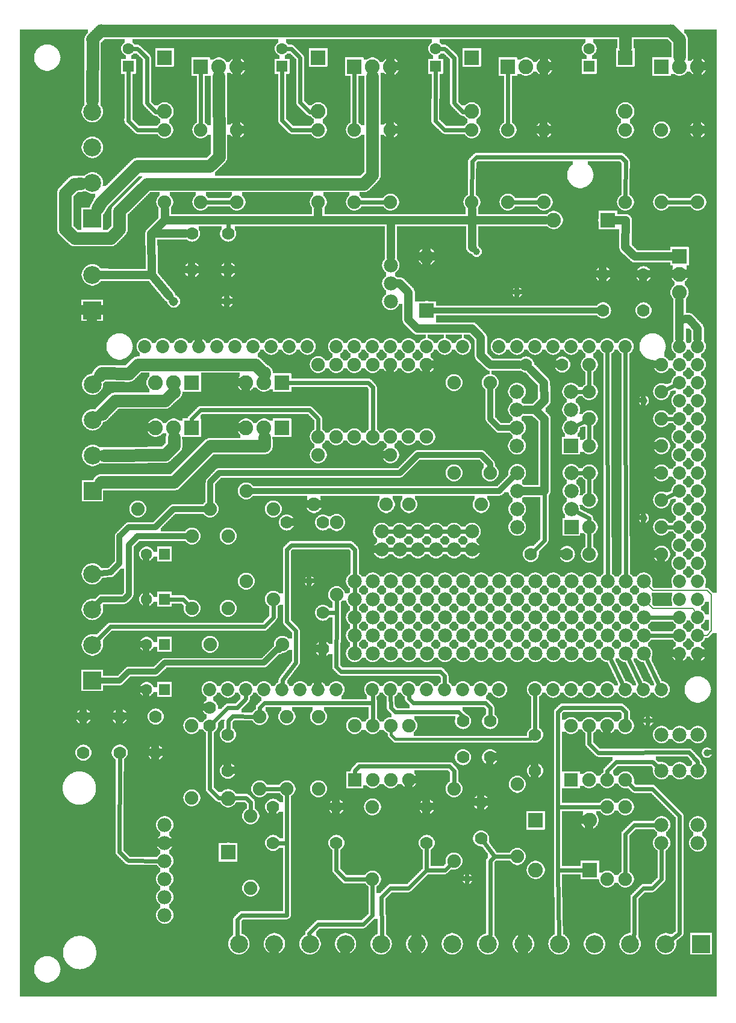
<source format=gtl>
G04 MADE WITH FRITZING*
G04 WWW.FRITZING.ORG*
G04 DOUBLE SIDED*
G04 HOLES PLATED*
G04 CONTOUR ON CENTER OF CONTOUR VECTOR*
%ASAXBY*%
%FSLAX23Y23*%
%MOIN*%
%OFA0B0*%
%SFA1.0B1.0*%
%ADD10C,0.075000*%
%ADD11C,0.039370*%
%ADD12C,0.082000*%
%ADD13C,0.078000*%
%ADD14C,0.070000*%
%ADD15C,0.072917*%
%ADD16C,0.051496*%
%ADD17C,0.079370*%
%ADD18C,0.062992*%
%ADD19C,0.099055*%
%ADD20R,0.082000X0.082000*%
%ADD21R,0.075000X0.075000*%
%ADD22R,0.079370X0.079370*%
%ADD23R,0.062992X0.062992*%
%ADD24R,0.099055X0.099055*%
%ADD25C,0.024000*%
%ADD26C,0.048000*%
%ADD27C,0.016000*%
%ADD28C,0.032000*%
%ADD29C,0.008000*%
%ADD30R,0.001000X0.001000*%
%LNCOPPER1*%
G90*
G70*
G54D10*
X1357Y4447D03*
X1613Y2450D03*
X2713Y1630D03*
X3111Y1423D03*
X287Y5329D03*
G54D11*
X2568Y4166D03*
G54D12*
X3193Y741D03*
X2895Y741D03*
X2895Y1016D03*
X3193Y1016D03*
G54D10*
X1893Y1241D03*
X1893Y1541D03*
X1993Y1241D03*
X1993Y1541D03*
X2093Y1241D03*
X2093Y1541D03*
X2193Y1241D03*
X2193Y1541D03*
G54D13*
X3493Y1941D03*
X3393Y1941D03*
X3293Y1941D03*
X3193Y1941D03*
X3093Y1941D03*
X2993Y1941D03*
X2893Y1941D03*
X2793Y1941D03*
X2693Y1941D03*
X2593Y1941D03*
X2493Y1941D03*
X2393Y1941D03*
X2293Y1941D03*
X2193Y1941D03*
X2093Y1941D03*
X1993Y1941D03*
X1893Y1941D03*
X3493Y2141D03*
X3393Y2141D03*
X3293Y2141D03*
X3193Y2141D03*
X3093Y2141D03*
X2993Y2141D03*
X2893Y2141D03*
X2793Y2141D03*
X2693Y2141D03*
X2593Y2141D03*
X2493Y2141D03*
X2393Y2141D03*
X2293Y2141D03*
X2193Y2141D03*
X2093Y2141D03*
X1993Y2141D03*
X1893Y2141D03*
X3493Y2141D03*
X3393Y2141D03*
X3293Y2141D03*
X3193Y2141D03*
X3093Y2141D03*
X2993Y2141D03*
X2893Y2141D03*
X2793Y2141D03*
X2693Y2141D03*
X2593Y2141D03*
X2493Y2141D03*
X2393Y2141D03*
X2293Y2141D03*
X2193Y2141D03*
X2093Y2141D03*
X1993Y2141D03*
X1893Y2141D03*
X1893Y2041D03*
X1993Y2041D03*
X2093Y2041D03*
X2193Y2041D03*
X2293Y2041D03*
X2393Y2041D03*
X2493Y2041D03*
X2593Y2041D03*
X2693Y2041D03*
X2793Y2041D03*
X2893Y2041D03*
X2993Y2041D03*
X3093Y2041D03*
X3193Y2041D03*
X3293Y2041D03*
X3393Y2041D03*
X3493Y2041D03*
X3493Y2341D03*
X3393Y2341D03*
X3293Y2341D03*
X3193Y2341D03*
X3093Y2341D03*
X2993Y2341D03*
X2893Y2341D03*
X2793Y2341D03*
X2693Y2341D03*
X2593Y2341D03*
X2493Y2341D03*
X2393Y2341D03*
X2293Y2341D03*
X2193Y2341D03*
X2093Y2341D03*
X1993Y2341D03*
X1893Y2341D03*
X3493Y2341D03*
X3393Y2341D03*
X3293Y2341D03*
X3193Y2341D03*
X3093Y2341D03*
X2993Y2341D03*
X2893Y2341D03*
X2793Y2341D03*
X2693Y2341D03*
X2593Y2341D03*
X2493Y2341D03*
X2393Y2341D03*
X2293Y2341D03*
X2193Y2341D03*
X2093Y2341D03*
X1993Y2341D03*
X1893Y2341D03*
X1893Y2241D03*
X1993Y2241D03*
X2093Y2241D03*
X2193Y2241D03*
X2293Y2241D03*
X2393Y2241D03*
X2493Y2241D03*
X2593Y2241D03*
X2693Y2241D03*
X2793Y2241D03*
X2893Y2241D03*
X2993Y2241D03*
X3093Y2241D03*
X3193Y2241D03*
X3293Y2241D03*
X3393Y2241D03*
X3493Y2241D03*
X2543Y2616D03*
X2443Y2616D03*
X2343Y2616D03*
X2243Y2616D03*
X2143Y2616D03*
X2043Y2616D03*
X2543Y2616D03*
X2443Y2616D03*
X2343Y2616D03*
X2243Y2616D03*
X2143Y2616D03*
X2043Y2616D03*
X2043Y2516D03*
X2143Y2516D03*
X2243Y2516D03*
X2343Y2516D03*
X2443Y2516D03*
X2543Y2516D03*
G54D11*
X3493Y3341D03*
X3843Y1391D03*
X3518Y1566D03*
X3493Y2691D03*
X2793Y3941D03*
G54D12*
X992Y3441D03*
X892Y3441D03*
X792Y3441D03*
X1492Y3441D03*
X1392Y3441D03*
X1292Y3441D03*
X1492Y3191D03*
X1392Y3191D03*
X1292Y3191D03*
X992Y3191D03*
X892Y3191D03*
X792Y3191D03*
G54D14*
X1092Y1641D03*
X1092Y1541D03*
G54D10*
X1318Y641D03*
X1318Y1041D03*
G54D15*
X2992Y1741D03*
X1392Y1741D03*
X3092Y1741D03*
X3192Y1741D03*
X3292Y1741D03*
X3392Y1741D03*
X3692Y3141D03*
X3492Y1741D03*
X3592Y1741D03*
X1432Y3641D03*
X1992Y1741D03*
X2092Y1741D03*
X2192Y1741D03*
X2292Y1741D03*
X3692Y2341D03*
X2392Y1741D03*
X2492Y1741D03*
X2592Y1741D03*
X2692Y1741D03*
X2192Y3641D03*
X3692Y3541D03*
X3692Y2741D03*
X3692Y1941D03*
X1032Y3641D03*
X1792Y1741D03*
X1792Y3641D03*
X3692Y3341D03*
X3692Y2941D03*
X3692Y2541D03*
X3392Y3641D03*
X3692Y2141D03*
X3292Y3641D03*
X3192Y3641D03*
X3092Y3641D03*
X2992Y3641D03*
X2892Y3641D03*
X2792Y3641D03*
X2692Y3641D03*
X832Y3641D03*
X1232Y3641D03*
X1632Y3641D03*
X1192Y1741D03*
X1592Y1741D03*
X2392Y3641D03*
X1992Y3641D03*
X3692Y3641D03*
X3692Y3441D03*
X3692Y3241D03*
X3692Y3041D03*
X3692Y2841D03*
X3692Y2641D03*
X3692Y2441D03*
X3692Y2241D03*
X3692Y2041D03*
X732Y3641D03*
X932Y3641D03*
X1132Y3641D03*
X1332Y3641D03*
X1532Y3641D03*
X1092Y1741D03*
X1292Y1741D03*
X1492Y1741D03*
X1692Y1741D03*
X2492Y3641D03*
X2292Y3641D03*
X2092Y3641D03*
X1892Y3641D03*
X3792Y3641D03*
X3792Y3541D03*
X3792Y3441D03*
X3792Y3341D03*
X3792Y3241D03*
X3792Y3141D03*
X3792Y3041D03*
X3792Y2941D03*
X3792Y2841D03*
X3792Y2741D03*
X3792Y2641D03*
X3792Y2541D03*
X3792Y2441D03*
X3792Y2341D03*
X3792Y2241D03*
X3792Y2141D03*
X3792Y2041D03*
X3792Y1941D03*
X2892Y1741D03*
G54D12*
X2292Y3841D03*
X2292Y4139D03*
G54D10*
X992Y1141D03*
X992Y1541D03*
G54D13*
X842Y991D03*
X842Y891D03*
X842Y791D03*
X842Y691D03*
X842Y591D03*
X842Y491D03*
G54D10*
X3092Y1241D03*
X3092Y1541D03*
X3192Y1241D03*
X3192Y1541D03*
X3292Y1241D03*
X3292Y1541D03*
X3392Y1241D03*
X3392Y1541D03*
G54D13*
X3592Y1291D03*
X3692Y1291D03*
X3792Y1291D03*
X3792Y1491D03*
X3692Y1491D03*
X3592Y1491D03*
X2093Y3891D03*
X2093Y3991D03*
X2093Y4091D03*
G54D10*
X3292Y1091D03*
X3292Y691D03*
X3392Y1091D03*
X3392Y691D03*
G54D13*
X3592Y991D03*
X3592Y891D03*
X3792Y991D03*
X3792Y891D03*
G54D10*
X3592Y2491D03*
X3192Y2491D03*
X2292Y3541D03*
X2292Y3141D03*
X1792Y3541D03*
X1792Y3141D03*
X3592Y3091D03*
X3192Y3091D03*
X3592Y2941D03*
X3192Y2941D03*
X2092Y3541D03*
X2092Y3141D03*
X2092Y3041D03*
X1692Y3041D03*
X3592Y3541D03*
X3192Y3541D03*
G54D12*
X3692Y4141D03*
X3692Y4041D03*
X3692Y3941D03*
G54D14*
X1193Y4066D03*
X1193Y4266D03*
X3492Y4041D03*
X3492Y3841D03*
X993Y4066D03*
X993Y4266D03*
X3268Y4041D03*
X3268Y3841D03*
G54D12*
X3293Y4341D03*
X2995Y4341D03*
G54D16*
X892Y3891D03*
X1187Y3891D03*
X892Y3891D03*
X1187Y3891D03*
G54D17*
X3093Y2641D03*
X2793Y2641D03*
X3093Y2741D03*
X2793Y2741D03*
X3093Y2841D03*
X2793Y2841D03*
X3093Y2941D03*
X2793Y2941D03*
X3092Y3091D03*
X2792Y3091D03*
X3092Y3191D03*
X2792Y3191D03*
X3092Y3291D03*
X2792Y3291D03*
X3092Y3391D03*
X2792Y3391D03*
G54D10*
X3592Y2641D03*
X3192Y2641D03*
X2192Y3541D03*
X2192Y3141D03*
X1892Y3541D03*
X1892Y3141D03*
X3592Y3241D03*
X3192Y3241D03*
X3592Y2791D03*
X3192Y2791D03*
X1993Y3541D03*
X1993Y3141D03*
X1692Y3541D03*
X1692Y3141D03*
X3592Y3391D03*
X3192Y3391D03*
G54D14*
X3068Y2491D03*
X2868Y2491D03*
X3042Y3541D03*
X2842Y3541D03*
G54D10*
X1443Y2241D03*
X1443Y2741D03*
X2643Y2941D03*
X2643Y3441D03*
X1293Y2841D03*
X1293Y2341D03*
X2443Y3441D03*
X2443Y2941D03*
X1193Y2191D03*
X1193Y2591D03*
X693Y2741D03*
X1093Y2741D03*
X1093Y1991D03*
X1493Y1991D03*
X993Y2191D03*
X993Y2591D03*
G54D18*
X841Y1991D03*
X742Y1991D03*
X841Y2491D03*
X742Y2491D03*
X841Y1741D03*
X742Y1741D03*
X841Y2241D03*
X742Y2241D03*
G54D10*
X2068Y2766D03*
X1668Y2766D03*
X1693Y1591D03*
X1693Y1191D03*
X1518Y1591D03*
X1518Y1191D03*
G54D14*
X2493Y1366D03*
X2493Y1566D03*
X1792Y1091D03*
X1792Y891D03*
X1192Y1291D03*
X1192Y1491D03*
X1442Y1091D03*
X1442Y891D03*
G54D10*
X1992Y691D03*
X1992Y1091D03*
X1368Y1191D03*
X1368Y1591D03*
G54D12*
X1193Y841D03*
X1193Y1139D03*
G54D19*
X443Y2841D03*
X443Y3038D03*
X443Y3235D03*
X443Y3432D03*
X3812Y332D03*
X3615Y332D03*
X3418Y332D03*
X3221Y332D03*
X3024Y332D03*
X2827Y332D03*
X2631Y332D03*
X2434Y332D03*
X2237Y332D03*
X2040Y332D03*
X1843Y332D03*
X1646Y332D03*
X1449Y332D03*
X1253Y332D03*
G54D14*
X2892Y1291D03*
X2892Y1491D03*
X792Y1591D03*
X792Y1391D03*
X2643Y1366D03*
X2643Y1566D03*
X392Y1591D03*
X392Y1391D03*
X593Y1591D03*
X593Y1391D03*
X2593Y1116D03*
X2593Y916D03*
X2292Y1091D03*
X2292Y891D03*
G54D10*
X2793Y816D03*
X2793Y1216D03*
X2443Y791D03*
X2443Y1191D03*
X2593Y2766D03*
X2193Y2766D03*
G54D14*
X1518Y2666D03*
X1718Y2666D03*
X1718Y1966D03*
X1718Y2166D03*
G54D10*
X1793Y2666D03*
X1793Y2266D03*
X842Y4441D03*
X842Y4841D03*
X2542Y4441D03*
X2542Y4841D03*
X1692Y4441D03*
X1692Y4841D03*
X3392Y4441D03*
X3392Y4841D03*
G54D18*
X642Y5193D03*
X642Y5291D03*
X2342Y5193D03*
X2342Y5291D03*
X1492Y5193D03*
X1492Y5291D03*
X3192Y5193D03*
X3192Y5291D03*
G54D12*
X842Y5241D03*
X842Y4943D03*
X2542Y5241D03*
X2542Y4943D03*
X1692Y5241D03*
X1692Y4943D03*
X3392Y5241D03*
X3392Y4943D03*
X1042Y5191D03*
X1142Y5191D03*
X1242Y5191D03*
X2742Y5191D03*
X2842Y5191D03*
X2942Y5191D03*
X1892Y5191D03*
X1992Y5191D03*
X2092Y5191D03*
X3592Y5191D03*
X3692Y5191D03*
X3792Y5191D03*
G54D10*
X1042Y4441D03*
X1042Y4841D03*
X2742Y4441D03*
X2742Y4841D03*
X1892Y4441D03*
X1892Y4841D03*
X3592Y4441D03*
X3592Y4841D03*
X1242Y4441D03*
X1242Y4841D03*
X2942Y4441D03*
X2942Y4841D03*
X2092Y4441D03*
X2092Y4841D03*
X3792Y4441D03*
X3792Y4841D03*
G54D19*
X442Y3841D03*
X442Y4038D03*
X442Y1791D03*
X442Y1988D03*
X442Y2185D03*
X442Y2382D03*
X442Y4351D03*
X442Y4548D03*
X442Y4745D03*
X442Y4941D03*
G54D11*
X2518Y691D03*
X1643Y2341D03*
G54D20*
X3194Y741D03*
X2894Y1016D03*
G54D21*
X1893Y1241D03*
G54D20*
X992Y3441D03*
X1492Y3441D03*
X1492Y3191D03*
X992Y3191D03*
X2292Y3840D03*
G54D21*
X3092Y1241D03*
G54D20*
X3692Y4141D03*
X3294Y4341D03*
G54D22*
X3093Y2641D03*
X3092Y3091D03*
G54D23*
X841Y1991D03*
X841Y2491D03*
X841Y1741D03*
X841Y2241D03*
G54D20*
X1193Y840D03*
G54D24*
X443Y2841D03*
X3812Y332D03*
G54D23*
X642Y5193D03*
X2342Y5193D03*
X1492Y5193D03*
X3192Y5193D03*
G54D20*
X842Y5242D03*
X2542Y5242D03*
X1692Y5242D03*
X3392Y5242D03*
X1042Y5191D03*
X2742Y5191D03*
X1892Y5191D03*
X3592Y5191D03*
G54D24*
X442Y3841D03*
X442Y1791D03*
X442Y4351D03*
G54D25*
X1993Y1667D02*
X1993Y1570D01*
D02*
X1393Y1666D02*
X1368Y1641D01*
D02*
X1368Y1641D02*
X1368Y1620D01*
D02*
X1993Y1667D02*
X1393Y1666D01*
D02*
X1993Y1711D02*
X1993Y1667D01*
D02*
X1217Y1593D02*
X1195Y1567D01*
D02*
X1195Y1567D02*
X1193Y1518D01*
D02*
X1340Y1592D02*
X1217Y1593D01*
G54D26*
D02*
X2543Y4341D02*
X2952Y4341D01*
G54D25*
D02*
X1193Y4341D02*
X1193Y4293D01*
G54D26*
D02*
X768Y4266D02*
X956Y4266D01*
D02*
X768Y4266D02*
X771Y4036D01*
D02*
X843Y4341D02*
X768Y4266D01*
D02*
X771Y4036D02*
X494Y4038D01*
D02*
X868Y3921D02*
X771Y4036D01*
D02*
X2543Y4191D02*
X2547Y4188D01*
D02*
X2543Y4341D02*
X2543Y4191D01*
D02*
X3393Y4341D02*
X3336Y4341D01*
G54D25*
D02*
X1919Y1317D02*
X2419Y1317D01*
D02*
X1894Y1290D02*
X1919Y1317D01*
D02*
X2419Y1317D02*
X2443Y1290D01*
D02*
X2443Y1290D02*
X2443Y1220D01*
D02*
X1894Y1270D02*
X1894Y1290D01*
D02*
X3368Y4691D02*
X3393Y4666D01*
D02*
X2568Y4691D02*
X3368Y4691D01*
D02*
X2543Y4666D02*
X2568Y4691D01*
D02*
X3393Y4666D02*
X3392Y4470D01*
D02*
X2542Y4470D02*
X2543Y4666D01*
D02*
X3019Y741D02*
X3018Y1091D01*
D02*
X3018Y1091D02*
X3019Y1617D01*
D02*
X1518Y891D02*
X1468Y891D01*
D02*
X1518Y891D02*
X1518Y491D01*
D02*
X1268Y491D02*
X1243Y466D01*
D02*
X1243Y366D02*
X1242Y372D01*
D02*
X1243Y466D02*
X1243Y366D01*
D02*
X1518Y491D02*
X1268Y491D01*
D02*
X1518Y1163D02*
X1518Y891D01*
D02*
X3043Y1641D02*
X3368Y1641D01*
D02*
X3368Y1641D02*
X3394Y1617D01*
D02*
X3394Y1617D02*
X3393Y1570D01*
D02*
X3019Y1617D02*
X3043Y1641D01*
D02*
X3024Y373D02*
X3019Y741D01*
G54D27*
D02*
X2118Y1467D02*
X2869Y1467D01*
D02*
X2869Y1467D02*
X2878Y1477D01*
D02*
X2094Y1518D02*
X2094Y1491D01*
D02*
X2094Y1491D02*
X2118Y1467D01*
G54D25*
D02*
X1795Y2167D02*
X1791Y1867D01*
D02*
X1817Y1841D02*
X2369Y1841D01*
D02*
X1791Y1867D02*
X1817Y1841D01*
D02*
X2369Y1841D02*
X2391Y1816D01*
D02*
X2391Y1816D02*
X2392Y1772D01*
D02*
X1744Y2167D02*
X1795Y2167D01*
D02*
X3019Y741D02*
X3161Y741D01*
D02*
X3018Y1091D02*
X3264Y1091D01*
D02*
X2118Y1616D02*
X2093Y1641D01*
D02*
X2468Y1616D02*
X2118Y1616D01*
D02*
X2493Y1591D02*
X2468Y1616D01*
D02*
X2493Y1593D02*
X2493Y1591D01*
D02*
X2093Y1641D02*
X2092Y1711D01*
D02*
X2892Y1518D02*
X2892Y1711D01*
G54D28*
D02*
X592Y2590D02*
X644Y2641D01*
D02*
X544Y2390D02*
X592Y2441D01*
D02*
X592Y2441D02*
X592Y2590D01*
D02*
X644Y2641D02*
X791Y2641D01*
D02*
X791Y2641D02*
X891Y2741D01*
D02*
X891Y2741D02*
X1059Y2741D01*
D02*
X488Y2385D02*
X544Y2390D01*
G54D25*
D02*
X1893Y2272D02*
X1893Y2311D01*
D02*
X1893Y2172D02*
X1893Y2211D01*
D02*
X1893Y2072D02*
X1893Y2111D01*
D02*
X1893Y1972D02*
X1893Y2011D01*
D02*
X2943Y2566D02*
X2887Y2510D01*
D02*
X2943Y2841D02*
X2943Y2566D01*
D02*
X3164Y2941D02*
X3124Y2941D01*
D02*
X2313Y2616D02*
X2273Y2616D01*
D02*
X2413Y2616D02*
X2373Y2616D01*
D02*
X2513Y2616D02*
X2473Y2616D01*
D02*
X3523Y2141D02*
X3662Y2141D01*
D02*
X3523Y2041D02*
X3662Y2041D01*
D02*
X1969Y3441D02*
X1993Y3416D01*
D02*
X1524Y3441D02*
X1969Y3441D01*
D02*
X1993Y3416D02*
X1993Y3170D01*
D02*
X3307Y1914D02*
X3379Y1769D01*
D02*
X3407Y1914D02*
X3479Y1769D01*
D02*
X3507Y1914D02*
X3579Y1769D01*
D02*
X2113Y2616D02*
X2073Y2616D01*
D02*
X2213Y2616D02*
X2173Y2616D01*
D02*
X2473Y2516D02*
X2513Y2516D01*
D02*
X2373Y2516D02*
X2413Y2516D01*
D02*
X2273Y2516D02*
X2313Y2516D01*
D02*
X2173Y2516D02*
X2213Y2516D01*
D02*
X2113Y2516D02*
X2073Y2516D01*
G54D29*
D02*
X3543Y2291D02*
X3511Y2324D01*
D02*
X3843Y2291D02*
X3543Y2291D01*
D02*
X3869Y2266D02*
X3843Y2291D01*
D02*
X3867Y2066D02*
X3869Y2266D01*
D02*
X3843Y2041D02*
X3867Y2066D01*
D02*
X3817Y2041D02*
X3843Y2041D01*
D02*
X3768Y2191D02*
X3543Y2191D01*
D02*
X3543Y2191D02*
X3511Y2224D01*
D02*
X3781Y2164D02*
X3768Y2191D01*
G54D14*
D02*
X494Y3493D02*
X484Y3480D01*
D02*
X643Y3490D02*
X494Y3493D01*
D02*
X694Y3541D02*
X643Y3490D01*
D02*
X695Y3541D02*
X694Y3541D01*
D02*
X1343Y3541D02*
X695Y3541D01*
D02*
X1395Y3490D02*
X1343Y3541D01*
D02*
X1395Y3496D02*
X1395Y3490D01*
D02*
X568Y3341D02*
X493Y3266D01*
D02*
X493Y3266D02*
X497Y3269D01*
D02*
X843Y3341D02*
X568Y3341D01*
D02*
X895Y3390D02*
X843Y3341D01*
D02*
X895Y3387D02*
X895Y3390D01*
D02*
X491Y2890D02*
X488Y2886D01*
D02*
X895Y2890D02*
X491Y2890D01*
D02*
X1095Y3090D02*
X895Y2890D01*
D02*
X1395Y3090D02*
X1095Y3090D01*
D02*
X1394Y3137D02*
X1395Y3090D01*
D02*
X843Y3041D02*
X506Y3039D01*
D02*
X895Y3090D02*
X843Y3041D01*
D02*
X894Y3137D02*
X895Y3090D01*
G54D25*
D02*
X2443Y5241D02*
X2444Y4990D01*
D02*
X2340Y4890D02*
X2342Y5166D01*
D02*
X2444Y4990D02*
X2492Y4941D01*
D02*
X2514Y4841D02*
X2392Y4841D01*
D02*
X2392Y4841D02*
X2340Y4890D01*
G54D14*
D02*
X292Y4490D02*
X292Y4290D01*
D02*
X343Y4241D02*
X543Y4241D01*
D02*
X543Y4241D02*
X592Y4290D01*
D02*
X743Y4541D02*
X1943Y4541D01*
D02*
X592Y4390D02*
X743Y4541D01*
D02*
X592Y4290D02*
X592Y4390D01*
D02*
X292Y4290D02*
X343Y4241D01*
D02*
X341Y4541D02*
X292Y4490D01*
D02*
X1943Y4541D02*
X1992Y4590D01*
G54D25*
D02*
X1492Y4893D02*
X1492Y5166D01*
G54D14*
D02*
X379Y4544D02*
X341Y4541D01*
D02*
X1992Y4590D02*
X1992Y5137D01*
G54D25*
D02*
X1892Y4870D02*
X1892Y5159D01*
D02*
X1543Y4841D02*
X1492Y4893D01*
D02*
X2492Y4941D02*
X2510Y4942D01*
D02*
X2369Y5291D02*
X2392Y5290D01*
D02*
X2392Y5290D02*
X2443Y5241D01*
D02*
X1592Y5241D02*
X1592Y4993D01*
D02*
X1592Y4993D02*
X1643Y4941D01*
D02*
X1664Y4841D02*
X1543Y4841D01*
D02*
X1543Y5290D02*
X1592Y5241D01*
D02*
X1519Y5291D02*
X1543Y5290D01*
D02*
X1643Y4941D02*
X1660Y4942D01*
G54D14*
D02*
X1092Y4641D02*
X1143Y4690D01*
D02*
X792Y4641D02*
X1092Y4641D01*
D02*
X492Y4441D02*
X692Y4641D01*
D02*
X692Y4641D02*
X792Y4641D01*
D02*
X472Y4406D02*
X492Y4441D01*
G54D25*
D02*
X743Y5241D02*
X743Y4990D01*
D02*
X743Y4990D02*
X792Y4941D01*
D02*
X1042Y5159D02*
X1042Y4870D01*
G54D14*
D02*
X1143Y4690D02*
X1142Y5137D01*
G54D25*
D02*
X2742Y4870D02*
X2742Y5159D01*
D02*
X692Y5290D02*
X743Y5241D01*
D02*
X669Y5291D02*
X692Y5290D01*
D02*
X792Y4941D02*
X810Y4942D01*
D02*
X641Y4890D02*
X642Y5166D01*
D02*
X814Y4841D02*
X692Y4841D01*
D02*
X692Y4841D02*
X641Y4890D01*
D02*
X3392Y3611D02*
X3393Y2372D01*
D02*
X3292Y3611D02*
X3293Y2372D01*
D02*
X3192Y1441D02*
X3192Y1513D01*
D02*
X3242Y1391D02*
X3192Y1441D01*
D02*
X3792Y1341D02*
X3744Y1393D01*
D02*
X3744Y1393D02*
X3242Y1391D01*
D02*
X3792Y1322D02*
X3792Y1341D01*
D02*
X1644Y3290D02*
X1692Y3241D01*
D02*
X1040Y3290D02*
X1644Y3290D01*
D02*
X992Y3241D02*
X1040Y3290D01*
D02*
X1692Y3241D02*
X1692Y3170D01*
D02*
X992Y3224D02*
X992Y3241D01*
G54D26*
D02*
X2944Y3341D02*
X2940Y3441D01*
D02*
X2940Y3441D02*
X2868Y3515D01*
D02*
X2892Y3290D02*
X2944Y3341D01*
D02*
X2835Y2841D02*
X2943Y2841D01*
G54D28*
D02*
X2330Y3841D02*
X3237Y3841D01*
G54D25*
D02*
X1443Y2141D02*
X1443Y2213D01*
D02*
X470Y2017D02*
X540Y2090D01*
D02*
X1395Y2090D02*
X1443Y2141D01*
D02*
X540Y2090D02*
X1395Y2090D01*
D02*
X1092Y1190D02*
X1140Y1141D01*
D02*
X1092Y1515D02*
X1092Y1190D01*
D02*
X1140Y1141D02*
X1161Y1141D01*
D02*
X1319Y1117D02*
X1292Y1141D01*
D02*
X1318Y1070D02*
X1319Y1117D01*
D02*
X1292Y1141D02*
X1225Y1140D01*
D02*
X1244Y1641D02*
X1192Y1641D01*
D02*
X1192Y1641D02*
X1111Y1560D01*
D02*
X1292Y1711D02*
X1292Y1690D01*
D02*
X1292Y1690D02*
X1244Y1641D01*
G54D28*
D02*
X2695Y2841D02*
X1327Y2841D01*
D02*
X2768Y2916D02*
X2695Y2841D01*
D02*
X644Y2541D02*
X692Y2590D01*
D02*
X643Y2266D02*
X644Y2541D01*
D02*
X618Y2241D02*
X643Y2266D01*
D02*
X492Y2241D02*
X618Y2241D01*
D02*
X692Y2590D02*
X959Y2591D01*
D02*
X2644Y3241D02*
X2692Y3190D01*
D02*
X2692Y3190D02*
X2756Y3191D01*
D02*
X2643Y3407D02*
X2644Y3241D01*
D02*
X473Y2220D02*
X492Y2241D01*
G54D25*
D02*
X640Y793D02*
X592Y841D01*
D02*
X812Y792D02*
X640Y793D01*
D02*
X3542Y1341D02*
X3571Y1313D01*
D02*
X3342Y1341D02*
X3542Y1341D01*
D02*
X3292Y1291D02*
X3342Y1341D01*
D02*
X3292Y1270D02*
X3292Y1291D01*
D02*
X3492Y1191D02*
X3542Y1191D01*
D02*
X3542Y1191D02*
X3642Y1091D01*
D02*
X3692Y391D02*
X3647Y357D01*
D02*
X3442Y1191D02*
X3492Y1191D01*
D02*
X3412Y1221D02*
X3442Y1191D01*
D02*
X3642Y1091D02*
X3692Y1041D01*
D02*
X3692Y1041D02*
X3692Y391D01*
D02*
X3592Y691D02*
X3592Y861D01*
D02*
X3492Y641D02*
X3542Y641D01*
D02*
X3542Y641D02*
X3592Y691D01*
D02*
X3392Y941D02*
X3392Y720D01*
D02*
X3442Y991D02*
X3392Y941D01*
D02*
X3562Y991D02*
X3442Y991D01*
D02*
X3442Y591D02*
X3492Y641D01*
D02*
X3442Y391D02*
X3442Y591D01*
D02*
X3433Y370D02*
X3442Y391D01*
G54D26*
D02*
X2093Y4341D02*
X2543Y4341D01*
D02*
X843Y4341D02*
X843Y4402D01*
D02*
X2543Y4341D02*
X2543Y4402D01*
D02*
X1193Y4341D02*
X1692Y4341D01*
D02*
X843Y4341D02*
X1193Y4341D01*
D02*
X3444Y4141D02*
X3649Y4141D01*
D02*
X3392Y4190D02*
X3444Y4141D01*
D02*
X3393Y4341D02*
X3392Y4190D01*
D02*
X1692Y4341D02*
X1692Y4402D01*
D02*
X1692Y4341D02*
X2093Y4341D01*
D02*
X2192Y3941D02*
X2144Y3990D01*
D02*
X2192Y3790D02*
X2192Y3941D01*
D02*
X2240Y3741D02*
X2192Y3790D01*
D02*
X2144Y3990D02*
X2134Y3990D01*
D02*
X2544Y3741D02*
X2240Y3741D01*
D02*
X2592Y3690D02*
X2544Y3741D01*
D02*
X2592Y3590D02*
X2592Y3690D01*
D02*
X2644Y3541D02*
X2592Y3590D01*
D02*
X2093Y4341D02*
X2093Y4133D01*
G54D25*
D02*
X1992Y490D02*
X1940Y441D01*
D02*
X1692Y441D02*
X1642Y391D01*
D02*
X1992Y663D02*
X1992Y490D01*
D02*
X2044Y390D02*
X2043Y373D01*
D02*
X2092Y641D02*
X2042Y591D01*
D02*
X3192Y2941D02*
X3192Y2820D01*
D02*
X3192Y3541D02*
X3192Y3420D01*
D02*
X2644Y390D02*
X2640Y372D01*
D02*
X2643Y791D02*
X2644Y390D01*
D02*
X2668Y816D02*
X2643Y791D01*
D02*
X3192Y2613D02*
X3192Y2520D01*
D02*
X3192Y3213D02*
X3192Y3120D01*
G54D28*
D02*
X592Y1790D02*
X488Y1791D01*
D02*
X644Y1841D02*
X592Y1790D01*
D02*
X792Y1841D02*
X644Y1841D01*
D02*
X1492Y1990D02*
X1392Y1890D01*
D02*
X1392Y1890D02*
X844Y1890D01*
D02*
X844Y1890D02*
X792Y1841D01*
D02*
X1476Y1962D02*
X1492Y1990D01*
G54D26*
D02*
X2943Y3241D02*
X2943Y2841D01*
D02*
X2892Y3290D02*
X2943Y3241D01*
G54D25*
D02*
X1893Y2516D02*
X1869Y2541D01*
D02*
X1893Y2372D02*
X1893Y2516D01*
D02*
X3665Y2828D02*
X3618Y2804D01*
D02*
X3662Y2641D02*
X3621Y2641D01*
D02*
X3191Y2690D02*
X3192Y2670D01*
D02*
X3120Y2727D02*
X3191Y2690D01*
G54D26*
D02*
X3792Y3741D02*
X3792Y3683D01*
D02*
X3743Y3793D02*
X3792Y3741D01*
D02*
X3692Y3791D02*
X3743Y3793D01*
D02*
X3692Y3791D02*
X3692Y3898D01*
D02*
X3692Y3683D02*
X3692Y3791D01*
G54D25*
D02*
X3120Y3205D02*
X3167Y3229D01*
D02*
X3621Y3241D02*
X3662Y3241D01*
D02*
X3123Y3391D02*
X3164Y3391D01*
D02*
X3618Y3404D02*
X3665Y3428D01*
G54D28*
D02*
X2643Y2990D02*
X2643Y2976D01*
D02*
X1095Y2890D02*
X1143Y2941D01*
D02*
X1143Y2941D02*
X2144Y2941D01*
D02*
X1094Y2776D02*
X1095Y2890D01*
G54D25*
D02*
X943Y2241D02*
X973Y2212D01*
D02*
X867Y2241D02*
X943Y2241D01*
G54D26*
D02*
X2644Y3541D02*
X2805Y3541D01*
D02*
X2834Y3291D02*
X2892Y3290D01*
G54D25*
D02*
X1214Y4441D02*
X1071Y4441D01*
D02*
X2064Y4441D02*
X1921Y4441D01*
D02*
X2914Y4441D02*
X2771Y4441D01*
D02*
X2765Y816D02*
X2668Y816D01*
D02*
X2668Y816D02*
X2609Y896D01*
G54D14*
D02*
X3392Y5390D02*
X3392Y5296D01*
D02*
X3392Y5390D02*
X3643Y5390D01*
D02*
X492Y5390D02*
X3392Y5390D01*
D02*
X3692Y5341D02*
X3692Y5246D01*
D02*
X442Y5004D02*
X443Y5341D01*
G54D25*
D02*
X3621Y4441D02*
X3764Y4441D01*
D02*
X1840Y690D02*
X1964Y691D01*
D02*
X1792Y741D02*
X1840Y690D01*
D02*
X1792Y841D02*
X1792Y741D01*
D02*
X1792Y865D02*
X1792Y841D01*
D02*
X2292Y741D02*
X2393Y741D01*
D02*
X2292Y865D02*
X2292Y741D01*
D02*
X2643Y1641D02*
X2643Y1593D01*
D02*
X2218Y1666D02*
X2618Y1666D01*
D02*
X2618Y1666D02*
X2643Y1641D01*
D02*
X2193Y1691D02*
X2218Y1666D01*
D02*
X2193Y1711D02*
X2193Y1691D01*
D02*
X1397Y1191D02*
X1490Y1191D01*
D02*
X1518Y2516D02*
X1543Y2541D01*
D02*
X1568Y2066D02*
X1519Y2117D01*
D02*
X1519Y2117D02*
X1518Y2516D01*
D02*
X1568Y1890D02*
X1568Y2066D01*
D02*
X1543Y2541D02*
X1869Y2541D01*
D02*
X1495Y1793D02*
X1568Y1890D01*
D02*
X1494Y1772D02*
X1495Y1793D01*
D02*
X2192Y641D02*
X2092Y641D01*
D02*
X2292Y741D02*
X2192Y641D01*
D02*
X592Y841D02*
X593Y1365D01*
G54D28*
D02*
X2243Y3041D02*
X2595Y3041D01*
D02*
X2595Y3041D02*
X2643Y2990D01*
D02*
X2144Y2941D02*
X2243Y3041D01*
G54D25*
D02*
X1642Y391D02*
X1643Y373D01*
D02*
X1940Y441D02*
X1692Y441D01*
D02*
X2042Y591D02*
X2044Y390D01*
D02*
X2393Y741D02*
X2423Y771D01*
D02*
X1795Y2167D02*
X1794Y2238D01*
G36*
X668Y5263D02*
X668Y5261D01*
X666Y5261D01*
X666Y5259D01*
X664Y5259D01*
X664Y5257D01*
X660Y5257D01*
X660Y5255D01*
X658Y5255D01*
X658Y5235D01*
X684Y5235D01*
X684Y5153D01*
X682Y5153D01*
X682Y5151D01*
X664Y5151D01*
X664Y4899D01*
X666Y4899D01*
X666Y4897D01*
X668Y4897D01*
X668Y4895D01*
X670Y4895D01*
X670Y4893D01*
X672Y4893D01*
X672Y4891D01*
X674Y4891D01*
X674Y4889D01*
X676Y4889D01*
X676Y4887D01*
X678Y4887D01*
X678Y4885D01*
X680Y4885D01*
X680Y4883D01*
X682Y4883D01*
X682Y4881D01*
X684Y4881D01*
X684Y4879D01*
X686Y4879D01*
X686Y4877D01*
X688Y4877D01*
X688Y4875D01*
X690Y4875D01*
X690Y4873D01*
X692Y4873D01*
X692Y4871D01*
X694Y4871D01*
X694Y4869D01*
X696Y4869D01*
X696Y4867D01*
X698Y4867D01*
X698Y4865D01*
X700Y4865D01*
X700Y4863D01*
X802Y4863D01*
X802Y4867D01*
X804Y4867D01*
X804Y4869D01*
X806Y4869D01*
X806Y4871D01*
X808Y4871D01*
X808Y4873D01*
X810Y4873D01*
X810Y4875D01*
X812Y4875D01*
X812Y4877D01*
X814Y4877D01*
X814Y4879D01*
X816Y4879D01*
X816Y4881D01*
X818Y4881D01*
X818Y4901D01*
X816Y4901D01*
X816Y4903D01*
X812Y4903D01*
X812Y4905D01*
X810Y4905D01*
X810Y4907D01*
X808Y4907D01*
X808Y4909D01*
X806Y4909D01*
X806Y4911D01*
X804Y4911D01*
X804Y4913D01*
X802Y4913D01*
X802Y4915D01*
X800Y4915D01*
X800Y4919D01*
X790Y4919D01*
X790Y4921D01*
X782Y4921D01*
X782Y4923D01*
X780Y4923D01*
X780Y4925D01*
X776Y4925D01*
X776Y4927D01*
X774Y4927D01*
X774Y4929D01*
X772Y4929D01*
X772Y4931D01*
X770Y4931D01*
X770Y4933D01*
X768Y4933D01*
X768Y4935D01*
X766Y4935D01*
X766Y4937D01*
X764Y4937D01*
X764Y4939D01*
X762Y4939D01*
X762Y4941D01*
X760Y4941D01*
X760Y4943D01*
X758Y4943D01*
X758Y4945D01*
X756Y4945D01*
X756Y4947D01*
X754Y4947D01*
X754Y4949D01*
X752Y4949D01*
X752Y4951D01*
X750Y4951D01*
X750Y4953D01*
X748Y4953D01*
X748Y4955D01*
X746Y4955D01*
X746Y4957D01*
X744Y4957D01*
X744Y4959D01*
X742Y4959D01*
X742Y4961D01*
X740Y4961D01*
X740Y4963D01*
X738Y4963D01*
X738Y4965D01*
X736Y4965D01*
X736Y4967D01*
X734Y4967D01*
X734Y4969D01*
X732Y4969D01*
X732Y4971D01*
X730Y4971D01*
X730Y4973D01*
X728Y4973D01*
X728Y4975D01*
X726Y4975D01*
X726Y4979D01*
X724Y4979D01*
X724Y4983D01*
X722Y4983D01*
X722Y5233D01*
X720Y5233D01*
X720Y5235D01*
X718Y5235D01*
X718Y5237D01*
X716Y5237D01*
X716Y5239D01*
X714Y5239D01*
X714Y5241D01*
X712Y5241D01*
X712Y5243D01*
X710Y5243D01*
X710Y5245D01*
X706Y5245D01*
X706Y5247D01*
X704Y5247D01*
X704Y5249D01*
X702Y5249D01*
X702Y5251D01*
X700Y5251D01*
X700Y5253D01*
X698Y5253D01*
X698Y5255D01*
X696Y5255D01*
X696Y5257D01*
X694Y5257D01*
X694Y5259D01*
X692Y5259D01*
X692Y5261D01*
X690Y5261D01*
X690Y5263D01*
X668Y5263D01*
G37*
D02*
G36*
X1518Y5263D02*
X1518Y5261D01*
X1516Y5261D01*
X1516Y5259D01*
X1514Y5259D01*
X1514Y5257D01*
X1510Y5257D01*
X1510Y5255D01*
X1508Y5255D01*
X1508Y5235D01*
X1534Y5235D01*
X1534Y5153D01*
X1532Y5153D01*
X1532Y5151D01*
X1514Y5151D01*
X1514Y4901D01*
X1516Y4901D01*
X1516Y4899D01*
X1518Y4899D01*
X1518Y4897D01*
X1520Y4897D01*
X1520Y4895D01*
X1522Y4895D01*
X1522Y4893D01*
X1524Y4893D01*
X1524Y4891D01*
X1526Y4891D01*
X1526Y4889D01*
X1528Y4889D01*
X1528Y4887D01*
X1530Y4887D01*
X1530Y4885D01*
X1532Y4885D01*
X1532Y4883D01*
X1534Y4883D01*
X1534Y4881D01*
X1536Y4881D01*
X1536Y4879D01*
X1538Y4879D01*
X1538Y4877D01*
X1540Y4877D01*
X1540Y4875D01*
X1542Y4875D01*
X1542Y4873D01*
X1544Y4873D01*
X1544Y4871D01*
X1546Y4871D01*
X1546Y4869D01*
X1548Y4869D01*
X1548Y4867D01*
X1550Y4867D01*
X1550Y4865D01*
X1552Y4865D01*
X1552Y4863D01*
X1652Y4863D01*
X1652Y4867D01*
X1654Y4867D01*
X1654Y4869D01*
X1656Y4869D01*
X1656Y4871D01*
X1658Y4871D01*
X1658Y4873D01*
X1660Y4873D01*
X1660Y4875D01*
X1662Y4875D01*
X1662Y4877D01*
X1664Y4877D01*
X1664Y4879D01*
X1666Y4879D01*
X1666Y4881D01*
X1668Y4881D01*
X1668Y4901D01*
X1666Y4901D01*
X1666Y4903D01*
X1662Y4903D01*
X1662Y4905D01*
X1660Y4905D01*
X1660Y4907D01*
X1658Y4907D01*
X1658Y4909D01*
X1656Y4909D01*
X1656Y4911D01*
X1654Y4911D01*
X1654Y4913D01*
X1652Y4913D01*
X1652Y4915D01*
X1650Y4915D01*
X1650Y4919D01*
X1640Y4919D01*
X1640Y4921D01*
X1634Y4921D01*
X1634Y4923D01*
X1630Y4923D01*
X1630Y4925D01*
X1628Y4925D01*
X1628Y4927D01*
X1626Y4927D01*
X1626Y4929D01*
X1624Y4929D01*
X1624Y4931D01*
X1622Y4931D01*
X1622Y4933D01*
X1620Y4933D01*
X1620Y4935D01*
X1618Y4935D01*
X1618Y4937D01*
X1616Y4937D01*
X1616Y4939D01*
X1614Y4939D01*
X1614Y4941D01*
X1612Y4941D01*
X1612Y4943D01*
X1610Y4943D01*
X1610Y4945D01*
X1608Y4945D01*
X1608Y4947D01*
X1606Y4947D01*
X1606Y4949D01*
X1604Y4949D01*
X1604Y4951D01*
X1602Y4951D01*
X1602Y4953D01*
X1600Y4953D01*
X1600Y4955D01*
X1598Y4955D01*
X1598Y4957D01*
X1596Y4957D01*
X1596Y4959D01*
X1594Y4959D01*
X1594Y4961D01*
X1592Y4961D01*
X1592Y4963D01*
X1590Y4963D01*
X1590Y4965D01*
X1588Y4965D01*
X1588Y4967D01*
X1586Y4967D01*
X1586Y4969D01*
X1584Y4969D01*
X1584Y4971D01*
X1582Y4971D01*
X1582Y4973D01*
X1580Y4973D01*
X1580Y4975D01*
X1578Y4975D01*
X1578Y4977D01*
X1576Y4977D01*
X1576Y4979D01*
X1574Y4979D01*
X1574Y4983D01*
X1572Y4983D01*
X1572Y4987D01*
X1570Y4987D01*
X1570Y5233D01*
X1568Y5233D01*
X1568Y5235D01*
X1566Y5235D01*
X1566Y5237D01*
X1564Y5237D01*
X1564Y5239D01*
X1562Y5239D01*
X1562Y5241D01*
X1560Y5241D01*
X1560Y5243D01*
X1558Y5243D01*
X1558Y5245D01*
X1556Y5245D01*
X1556Y5247D01*
X1554Y5247D01*
X1554Y5249D01*
X1552Y5249D01*
X1552Y5251D01*
X1550Y5251D01*
X1550Y5253D01*
X1548Y5253D01*
X1548Y5255D01*
X1546Y5255D01*
X1546Y5257D01*
X1544Y5257D01*
X1544Y5259D01*
X1542Y5259D01*
X1542Y5261D01*
X1540Y5261D01*
X1540Y5263D01*
X1518Y5263D01*
G37*
D02*
G36*
X2368Y5263D02*
X2368Y5261D01*
X2366Y5261D01*
X2366Y5259D01*
X2364Y5259D01*
X2364Y5257D01*
X2360Y5257D01*
X2360Y5255D01*
X2358Y5255D01*
X2358Y5235D01*
X2384Y5235D01*
X2384Y5153D01*
X2382Y5153D01*
X2382Y5151D01*
X2364Y5151D01*
X2364Y5013D01*
X2362Y5013D01*
X2362Y4899D01*
X2364Y4899D01*
X2364Y4897D01*
X2366Y4897D01*
X2366Y4895D01*
X2368Y4895D01*
X2368Y4893D01*
X2370Y4893D01*
X2370Y4891D01*
X2372Y4891D01*
X2372Y4889D01*
X2374Y4889D01*
X2374Y4887D01*
X2376Y4887D01*
X2376Y4885D01*
X2378Y4885D01*
X2378Y4883D01*
X2382Y4883D01*
X2382Y4881D01*
X2384Y4881D01*
X2384Y4879D01*
X2386Y4879D01*
X2386Y4877D01*
X2388Y4877D01*
X2388Y4875D01*
X2390Y4875D01*
X2390Y4873D01*
X2392Y4873D01*
X2392Y4871D01*
X2394Y4871D01*
X2394Y4869D01*
X2396Y4869D01*
X2396Y4867D01*
X2398Y4867D01*
X2398Y4865D01*
X2400Y4865D01*
X2400Y4863D01*
X2502Y4863D01*
X2502Y4867D01*
X2504Y4867D01*
X2504Y4869D01*
X2506Y4869D01*
X2506Y4871D01*
X2508Y4871D01*
X2508Y4873D01*
X2510Y4873D01*
X2510Y4875D01*
X2512Y4875D01*
X2512Y4877D01*
X2514Y4877D01*
X2514Y4879D01*
X2516Y4879D01*
X2516Y4881D01*
X2518Y4881D01*
X2518Y4901D01*
X2516Y4901D01*
X2516Y4903D01*
X2512Y4903D01*
X2512Y4905D01*
X2510Y4905D01*
X2510Y4907D01*
X2508Y4907D01*
X2508Y4909D01*
X2506Y4909D01*
X2506Y4911D01*
X2504Y4911D01*
X2504Y4913D01*
X2502Y4913D01*
X2502Y4915D01*
X2500Y4915D01*
X2500Y4919D01*
X2490Y4919D01*
X2490Y4921D01*
X2482Y4921D01*
X2482Y4923D01*
X2480Y4923D01*
X2480Y4925D01*
X2476Y4925D01*
X2476Y4927D01*
X2474Y4927D01*
X2474Y4929D01*
X2472Y4929D01*
X2472Y4931D01*
X2470Y4931D01*
X2470Y4933D01*
X2468Y4933D01*
X2468Y4935D01*
X2466Y4935D01*
X2466Y4937D01*
X2464Y4937D01*
X2464Y4939D01*
X2462Y4939D01*
X2462Y4941D01*
X2460Y4941D01*
X2460Y4943D01*
X2458Y4943D01*
X2458Y4945D01*
X2456Y4945D01*
X2456Y4947D01*
X2454Y4947D01*
X2454Y4949D01*
X2452Y4949D01*
X2452Y4951D01*
X2450Y4951D01*
X2450Y4953D01*
X2448Y4953D01*
X2448Y4955D01*
X2446Y4955D01*
X2446Y4957D01*
X2444Y4957D01*
X2444Y4959D01*
X2442Y4959D01*
X2442Y4961D01*
X2440Y4961D01*
X2440Y4963D01*
X2438Y4963D01*
X2438Y4965D01*
X2436Y4965D01*
X2436Y4967D01*
X2434Y4967D01*
X2434Y4969D01*
X2432Y4969D01*
X2432Y4971D01*
X2430Y4971D01*
X2430Y4973D01*
X2428Y4973D01*
X2428Y4977D01*
X2426Y4977D01*
X2426Y4979D01*
X2424Y4979D01*
X2424Y4983D01*
X2422Y4983D01*
X2422Y5233D01*
X2420Y5233D01*
X2420Y5235D01*
X2418Y5235D01*
X2418Y5237D01*
X2416Y5237D01*
X2416Y5239D01*
X2414Y5239D01*
X2414Y5241D01*
X2412Y5241D01*
X2412Y5243D01*
X2410Y5243D01*
X2410Y5245D01*
X2406Y5245D01*
X2406Y5247D01*
X2404Y5247D01*
X2404Y5249D01*
X2402Y5249D01*
X2402Y5251D01*
X2400Y5251D01*
X2400Y5253D01*
X2398Y5253D01*
X2398Y5255D01*
X2396Y5255D01*
X2396Y5257D01*
X2394Y5257D01*
X2394Y5259D01*
X2392Y5259D01*
X2392Y5261D01*
X2390Y5261D01*
X2390Y5263D01*
X2368Y5263D01*
G37*
D02*
G36*
X1064Y5141D02*
X1064Y4881D01*
X1068Y4881D01*
X1068Y4879D01*
X1070Y4879D01*
X1070Y4877D01*
X1072Y4877D01*
X1072Y4875D01*
X1074Y4875D01*
X1074Y4873D01*
X1076Y4873D01*
X1076Y4871D01*
X1078Y4871D01*
X1078Y4869D01*
X1098Y4869D01*
X1098Y5141D01*
X1064Y5141D01*
G37*
D02*
G36*
X1914Y5141D02*
X1914Y4881D01*
X1918Y4881D01*
X1918Y4879D01*
X1920Y4879D01*
X1920Y4877D01*
X1922Y4877D01*
X1922Y4875D01*
X1924Y4875D01*
X1924Y4873D01*
X1926Y4873D01*
X1926Y4871D01*
X1928Y4871D01*
X1928Y4869D01*
X1948Y4869D01*
X1948Y5141D01*
X1914Y5141D01*
G37*
D02*
G36*
X696Y4583D02*
X696Y4581D01*
X694Y4581D01*
X694Y4579D01*
X692Y4579D01*
X692Y4577D01*
X690Y4577D01*
X690Y4575D01*
X688Y4575D01*
X688Y4573D01*
X686Y4573D01*
X686Y4571D01*
X684Y4571D01*
X684Y4569D01*
X682Y4569D01*
X682Y4567D01*
X680Y4567D01*
X680Y4565D01*
X678Y4565D01*
X678Y4563D01*
X676Y4563D01*
X676Y4561D01*
X674Y4561D01*
X674Y4559D01*
X672Y4559D01*
X672Y4557D01*
X670Y4557D01*
X670Y4555D01*
X668Y4555D01*
X668Y4553D01*
X666Y4553D01*
X666Y4551D01*
X664Y4551D01*
X664Y4549D01*
X662Y4549D01*
X662Y4547D01*
X660Y4547D01*
X660Y4545D01*
X658Y4545D01*
X658Y4543D01*
X656Y4543D01*
X656Y4541D01*
X654Y4541D01*
X654Y4539D01*
X652Y4539D01*
X652Y4537D01*
X650Y4537D01*
X650Y4535D01*
X648Y4535D01*
X648Y4533D01*
X646Y4533D01*
X646Y4531D01*
X644Y4531D01*
X644Y4529D01*
X642Y4529D01*
X642Y4527D01*
X640Y4527D01*
X640Y4525D01*
X638Y4525D01*
X638Y4523D01*
X636Y4523D01*
X636Y4521D01*
X634Y4521D01*
X634Y4519D01*
X632Y4519D01*
X632Y4517D01*
X630Y4517D01*
X630Y4515D01*
X628Y4515D01*
X628Y4513D01*
X626Y4513D01*
X626Y4511D01*
X624Y4511D01*
X624Y4509D01*
X622Y4509D01*
X622Y4507D01*
X620Y4507D01*
X620Y4505D01*
X618Y4505D01*
X618Y4503D01*
X616Y4503D01*
X616Y4501D01*
X614Y4501D01*
X614Y4499D01*
X612Y4499D01*
X612Y4497D01*
X610Y4497D01*
X610Y4495D01*
X608Y4495D01*
X608Y4493D01*
X606Y4493D01*
X606Y4491D01*
X604Y4491D01*
X604Y4489D01*
X602Y4489D01*
X602Y4487D01*
X600Y4487D01*
X600Y4485D01*
X598Y4485D01*
X598Y4483D01*
X596Y4483D01*
X596Y4481D01*
X594Y4481D01*
X594Y4479D01*
X592Y4479D01*
X592Y4477D01*
X590Y4477D01*
X590Y4475D01*
X588Y4475D01*
X588Y4473D01*
X586Y4473D01*
X586Y4471D01*
X584Y4471D01*
X584Y4469D01*
X582Y4469D01*
X582Y4467D01*
X580Y4467D01*
X580Y4465D01*
X578Y4465D01*
X578Y4463D01*
X576Y4463D01*
X576Y4461D01*
X574Y4461D01*
X574Y4459D01*
X572Y4459D01*
X572Y4457D01*
X570Y4457D01*
X570Y4455D01*
X568Y4455D01*
X568Y4453D01*
X566Y4453D01*
X566Y4451D01*
X564Y4451D01*
X564Y4449D01*
X562Y4449D01*
X562Y4447D01*
X560Y4447D01*
X560Y4445D01*
X558Y4445D01*
X558Y4443D01*
X556Y4443D01*
X556Y4441D01*
X554Y4441D01*
X554Y4439D01*
X552Y4439D01*
X552Y4437D01*
X550Y4437D01*
X550Y4435D01*
X548Y4435D01*
X548Y4433D01*
X546Y4433D01*
X546Y4431D01*
X544Y4431D01*
X544Y4429D01*
X542Y4429D01*
X542Y4427D01*
X540Y4427D01*
X540Y4425D01*
X538Y4425D01*
X538Y4423D01*
X536Y4423D01*
X536Y4421D01*
X534Y4421D01*
X534Y4419D01*
X532Y4419D01*
X532Y4417D01*
X530Y4417D01*
X530Y4415D01*
X528Y4415D01*
X528Y4411D01*
X526Y4411D01*
X526Y4409D01*
X524Y4409D01*
X524Y4405D01*
X522Y4405D01*
X522Y4401D01*
X520Y4401D01*
X520Y4397D01*
X518Y4397D01*
X518Y4393D01*
X516Y4393D01*
X516Y4391D01*
X514Y4391D01*
X514Y4387D01*
X512Y4387D01*
X512Y4383D01*
X510Y4383D01*
X510Y4381D01*
X508Y4381D01*
X508Y4377D01*
X506Y4377D01*
X506Y4375D01*
X504Y4375D01*
X504Y4373D01*
X502Y4373D01*
X502Y4287D01*
X526Y4287D01*
X526Y4289D01*
X528Y4289D01*
X528Y4291D01*
X530Y4291D01*
X530Y4293D01*
X532Y4293D01*
X532Y4295D01*
X534Y4295D01*
X534Y4297D01*
X536Y4297D01*
X536Y4299D01*
X538Y4299D01*
X538Y4301D01*
X540Y4301D01*
X540Y4303D01*
X542Y4303D01*
X542Y4305D01*
X544Y4305D01*
X544Y4307D01*
X546Y4307D01*
X546Y4309D01*
X548Y4309D01*
X548Y4403D01*
X550Y4403D01*
X550Y4409D01*
X552Y4409D01*
X552Y4413D01*
X554Y4413D01*
X554Y4417D01*
X556Y4417D01*
X556Y4419D01*
X558Y4419D01*
X558Y4421D01*
X560Y4421D01*
X560Y4423D01*
X562Y4423D01*
X562Y4425D01*
X564Y4425D01*
X564Y4427D01*
X566Y4427D01*
X566Y4429D01*
X568Y4429D01*
X568Y4431D01*
X570Y4431D01*
X570Y4433D01*
X572Y4433D01*
X572Y4435D01*
X574Y4435D01*
X574Y4437D01*
X576Y4437D01*
X576Y4439D01*
X578Y4439D01*
X578Y4441D01*
X580Y4441D01*
X580Y4443D01*
X582Y4443D01*
X582Y4445D01*
X584Y4445D01*
X584Y4447D01*
X586Y4447D01*
X586Y4449D01*
X588Y4449D01*
X588Y4451D01*
X590Y4451D01*
X590Y4453D01*
X592Y4453D01*
X592Y4455D01*
X594Y4455D01*
X594Y4457D01*
X596Y4457D01*
X596Y4459D01*
X598Y4459D01*
X598Y4461D01*
X600Y4461D01*
X600Y4463D01*
X602Y4463D01*
X602Y4465D01*
X604Y4465D01*
X604Y4467D01*
X606Y4467D01*
X606Y4469D01*
X608Y4469D01*
X608Y4471D01*
X610Y4471D01*
X610Y4473D01*
X612Y4473D01*
X612Y4475D01*
X614Y4475D01*
X614Y4477D01*
X616Y4477D01*
X616Y4479D01*
X618Y4479D01*
X618Y4481D01*
X620Y4481D01*
X620Y4483D01*
X622Y4483D01*
X622Y4485D01*
X624Y4485D01*
X624Y4487D01*
X626Y4487D01*
X626Y4489D01*
X628Y4489D01*
X628Y4491D01*
X630Y4491D01*
X630Y4493D01*
X632Y4493D01*
X632Y4495D01*
X634Y4495D01*
X634Y4497D01*
X636Y4497D01*
X636Y4499D01*
X638Y4499D01*
X638Y4501D01*
X640Y4501D01*
X640Y4503D01*
X642Y4503D01*
X642Y4505D01*
X644Y4505D01*
X644Y4507D01*
X646Y4507D01*
X646Y4509D01*
X648Y4509D01*
X648Y4511D01*
X650Y4511D01*
X650Y4513D01*
X652Y4513D01*
X652Y4515D01*
X654Y4515D01*
X654Y4517D01*
X656Y4517D01*
X656Y4519D01*
X658Y4519D01*
X658Y4521D01*
X660Y4521D01*
X660Y4523D01*
X662Y4523D01*
X662Y4525D01*
X664Y4525D01*
X664Y4527D01*
X666Y4527D01*
X666Y4529D01*
X668Y4529D01*
X668Y4531D01*
X670Y4531D01*
X670Y4533D01*
X672Y4533D01*
X672Y4535D01*
X674Y4535D01*
X674Y4537D01*
X676Y4537D01*
X676Y4539D01*
X678Y4539D01*
X678Y4541D01*
X680Y4541D01*
X680Y4543D01*
X682Y4543D01*
X682Y4545D01*
X684Y4545D01*
X684Y4547D01*
X686Y4547D01*
X686Y4549D01*
X688Y4549D01*
X688Y4551D01*
X690Y4551D01*
X690Y4553D01*
X692Y4553D01*
X692Y4555D01*
X694Y4555D01*
X694Y4557D01*
X696Y4557D01*
X696Y4559D01*
X698Y4559D01*
X698Y4561D01*
X700Y4561D01*
X700Y4563D01*
X702Y4563D01*
X702Y4565D01*
X704Y4565D01*
X704Y4567D01*
X706Y4567D01*
X706Y4569D01*
X708Y4569D01*
X708Y4571D01*
X710Y4571D01*
X710Y4573D01*
X712Y4573D01*
X712Y4575D01*
X714Y4575D01*
X714Y4577D01*
X716Y4577D01*
X716Y4583D01*
X696Y4583D01*
G37*
D02*
G36*
X388Y4501D02*
X388Y4499D01*
X362Y4499D01*
X362Y4497D01*
X360Y4497D01*
X360Y4495D01*
X358Y4495D01*
X358Y4493D01*
X356Y4493D01*
X356Y4491D01*
X354Y4491D01*
X354Y4489D01*
X352Y4489D01*
X352Y4487D01*
X350Y4487D01*
X350Y4485D01*
X348Y4485D01*
X348Y4483D01*
X346Y4483D01*
X346Y4481D01*
X344Y4481D01*
X344Y4479D01*
X342Y4479D01*
X342Y4477D01*
X340Y4477D01*
X340Y4475D01*
X338Y4475D01*
X338Y4309D01*
X340Y4309D01*
X340Y4307D01*
X342Y4307D01*
X342Y4305D01*
X344Y4305D01*
X344Y4303D01*
X346Y4303D01*
X346Y4301D01*
X348Y4301D01*
X348Y4299D01*
X350Y4299D01*
X350Y4297D01*
X352Y4297D01*
X352Y4295D01*
X354Y4295D01*
X354Y4293D01*
X356Y4293D01*
X356Y4291D01*
X358Y4291D01*
X358Y4289D01*
X360Y4289D01*
X360Y4287D01*
X382Y4287D01*
X382Y4411D01*
X428Y4411D01*
X428Y4417D01*
X430Y4417D01*
X430Y4423D01*
X432Y4423D01*
X432Y4427D01*
X434Y4427D01*
X434Y4431D01*
X436Y4431D01*
X436Y4435D01*
X438Y4435D01*
X438Y4439D01*
X440Y4439D01*
X440Y4443D01*
X442Y4443D01*
X442Y4445D01*
X444Y4445D01*
X444Y4449D01*
X446Y4449D01*
X446Y4453D01*
X448Y4453D01*
X448Y4457D01*
X450Y4457D01*
X450Y4461D01*
X452Y4461D01*
X452Y4463D01*
X454Y4463D01*
X454Y4467D01*
X456Y4467D01*
X456Y4469D01*
X458Y4469D01*
X458Y4489D01*
X430Y4489D01*
X430Y4491D01*
X424Y4491D01*
X424Y4493D01*
X420Y4493D01*
X420Y4495D01*
X416Y4495D01*
X416Y4497D01*
X412Y4497D01*
X412Y4499D01*
X410Y4499D01*
X410Y4501D01*
X388Y4501D01*
G37*
D02*
G36*
X870Y4497D02*
X870Y4477D01*
X872Y4477D01*
X872Y4475D01*
X874Y4475D01*
X874Y4473D01*
X876Y4473D01*
X876Y4471D01*
X878Y4471D01*
X878Y4469D01*
X880Y4469D01*
X880Y4467D01*
X882Y4467D01*
X882Y4463D01*
X884Y4463D01*
X884Y4459D01*
X886Y4459D01*
X886Y4455D01*
X888Y4455D01*
X888Y4447D01*
X890Y4447D01*
X890Y4435D01*
X888Y4435D01*
X888Y4429D01*
X886Y4429D01*
X886Y4423D01*
X884Y4423D01*
X884Y4421D01*
X882Y4421D01*
X882Y4417D01*
X880Y4417D01*
X880Y4415D01*
X878Y4415D01*
X878Y4411D01*
X876Y4411D01*
X876Y4395D01*
X1032Y4395D01*
X1032Y4397D01*
X1026Y4397D01*
X1026Y4399D01*
X1022Y4399D01*
X1022Y4401D01*
X1018Y4401D01*
X1018Y4403D01*
X1016Y4403D01*
X1016Y4405D01*
X1014Y4405D01*
X1014Y4407D01*
X1010Y4407D01*
X1010Y4409D01*
X1008Y4409D01*
X1008Y4413D01*
X1006Y4413D01*
X1006Y4415D01*
X1004Y4415D01*
X1004Y4417D01*
X1002Y4417D01*
X1002Y4421D01*
X1000Y4421D01*
X1000Y4423D01*
X998Y4423D01*
X998Y4429D01*
X996Y4429D01*
X996Y4437D01*
X994Y4437D01*
X994Y4447D01*
X996Y4447D01*
X996Y4455D01*
X998Y4455D01*
X998Y4459D01*
X1000Y4459D01*
X1000Y4463D01*
X1002Y4463D01*
X1002Y4467D01*
X1004Y4467D01*
X1004Y4469D01*
X1006Y4469D01*
X1006Y4471D01*
X1008Y4471D01*
X1008Y4473D01*
X1010Y4473D01*
X1010Y4475D01*
X1012Y4475D01*
X1012Y4477D01*
X1014Y4477D01*
X1014Y4497D01*
X870Y4497D01*
G37*
D02*
G36*
X1270Y4497D02*
X1270Y4477D01*
X1272Y4477D01*
X1272Y4475D01*
X1274Y4475D01*
X1274Y4473D01*
X1276Y4473D01*
X1276Y4471D01*
X1278Y4471D01*
X1278Y4469D01*
X1280Y4469D01*
X1280Y4467D01*
X1282Y4467D01*
X1282Y4463D01*
X1284Y4463D01*
X1284Y4459D01*
X1286Y4459D01*
X1286Y4455D01*
X1288Y4455D01*
X1288Y4447D01*
X1290Y4447D01*
X1290Y4435D01*
X1288Y4435D01*
X1288Y4429D01*
X1286Y4429D01*
X1286Y4423D01*
X1284Y4423D01*
X1284Y4421D01*
X1282Y4421D01*
X1282Y4417D01*
X1280Y4417D01*
X1280Y4415D01*
X1278Y4415D01*
X1278Y4411D01*
X1276Y4411D01*
X1276Y4409D01*
X1274Y4409D01*
X1274Y4407D01*
X1270Y4407D01*
X1270Y4405D01*
X1268Y4405D01*
X1268Y4403D01*
X1266Y4403D01*
X1266Y4401D01*
X1262Y4401D01*
X1262Y4399D01*
X1258Y4399D01*
X1258Y4397D01*
X1252Y4397D01*
X1252Y4395D01*
X1658Y4395D01*
X1658Y4413D01*
X1656Y4413D01*
X1656Y4415D01*
X1654Y4415D01*
X1654Y4417D01*
X1652Y4417D01*
X1652Y4421D01*
X1650Y4421D01*
X1650Y4423D01*
X1648Y4423D01*
X1648Y4429D01*
X1646Y4429D01*
X1646Y4437D01*
X1644Y4437D01*
X1644Y4447D01*
X1646Y4447D01*
X1646Y4455D01*
X1648Y4455D01*
X1648Y4459D01*
X1650Y4459D01*
X1650Y4463D01*
X1652Y4463D01*
X1652Y4467D01*
X1654Y4467D01*
X1654Y4469D01*
X1656Y4469D01*
X1656Y4471D01*
X1658Y4471D01*
X1658Y4473D01*
X1660Y4473D01*
X1660Y4475D01*
X1662Y4475D01*
X1662Y4477D01*
X1664Y4477D01*
X1664Y4497D01*
X1270Y4497D01*
G37*
D02*
G36*
X1082Y4419D02*
X1082Y4417D01*
X1080Y4417D01*
X1080Y4415D01*
X1078Y4415D01*
X1078Y4411D01*
X1076Y4411D01*
X1076Y4409D01*
X1074Y4409D01*
X1074Y4407D01*
X1070Y4407D01*
X1070Y4405D01*
X1068Y4405D01*
X1068Y4403D01*
X1066Y4403D01*
X1066Y4401D01*
X1062Y4401D01*
X1062Y4399D01*
X1058Y4399D01*
X1058Y4397D01*
X1052Y4397D01*
X1052Y4395D01*
X1232Y4395D01*
X1232Y4397D01*
X1226Y4397D01*
X1226Y4399D01*
X1222Y4399D01*
X1222Y4401D01*
X1218Y4401D01*
X1218Y4403D01*
X1216Y4403D01*
X1216Y4405D01*
X1214Y4405D01*
X1214Y4407D01*
X1210Y4407D01*
X1210Y4409D01*
X1208Y4409D01*
X1208Y4413D01*
X1206Y4413D01*
X1206Y4415D01*
X1204Y4415D01*
X1204Y4417D01*
X1202Y4417D01*
X1202Y4419D01*
X1082Y4419D01*
G37*
D02*
G36*
X876Y4395D02*
X876Y4393D01*
X1658Y4393D01*
X1658Y4395D01*
X876Y4395D01*
G37*
D02*
G36*
X876Y4395D02*
X876Y4393D01*
X1658Y4393D01*
X1658Y4395D01*
X876Y4395D01*
G37*
D02*
G36*
X876Y4395D02*
X876Y4393D01*
X1658Y4393D01*
X1658Y4395D01*
X876Y4395D01*
G37*
D02*
G36*
X876Y4393D02*
X876Y4375D01*
X1658Y4375D01*
X1658Y4393D01*
X876Y4393D01*
G37*
D02*
G36*
X1070Y4497D02*
X1070Y4477D01*
X1072Y4477D01*
X1072Y4475D01*
X1074Y4475D01*
X1074Y4473D01*
X1076Y4473D01*
X1076Y4471D01*
X1078Y4471D01*
X1078Y4469D01*
X1080Y4469D01*
X1080Y4467D01*
X1082Y4467D01*
X1082Y4463D01*
X1202Y4463D01*
X1202Y4467D01*
X1204Y4467D01*
X1204Y4469D01*
X1206Y4469D01*
X1206Y4471D01*
X1208Y4471D01*
X1208Y4473D01*
X1210Y4473D01*
X1210Y4475D01*
X1212Y4475D01*
X1212Y4477D01*
X1214Y4477D01*
X1214Y4497D01*
X1070Y4497D01*
G37*
D02*
G36*
X3726Y3741D02*
X3726Y3671D01*
X3728Y3671D01*
X3728Y3667D01*
X3730Y3667D01*
X3730Y3665D01*
X3732Y3665D01*
X3732Y3661D01*
X3752Y3661D01*
X3752Y3665D01*
X3754Y3665D01*
X3754Y3667D01*
X3756Y3667D01*
X3756Y3669D01*
X3758Y3669D01*
X3758Y3729D01*
X3756Y3729D01*
X3756Y3731D01*
X3754Y3731D01*
X3754Y3733D01*
X3752Y3733D01*
X3752Y3735D01*
X3750Y3735D01*
X3750Y3737D01*
X3748Y3737D01*
X3748Y3739D01*
X3746Y3739D01*
X3746Y3741D01*
X3726Y3741D01*
G37*
D02*
G36*
X2296Y3707D02*
X2296Y3687D01*
X2304Y3687D01*
X2304Y3685D01*
X2310Y3685D01*
X2310Y3683D01*
X2312Y3683D01*
X2312Y3681D01*
X2316Y3681D01*
X2316Y3679D01*
X2318Y3679D01*
X2318Y3677D01*
X2322Y3677D01*
X2322Y3675D01*
X2324Y3675D01*
X2324Y3673D01*
X2326Y3673D01*
X2326Y3671D01*
X2328Y3671D01*
X2328Y3667D01*
X2330Y3667D01*
X2330Y3665D01*
X2332Y3665D01*
X2332Y3661D01*
X2352Y3661D01*
X2352Y3665D01*
X2354Y3665D01*
X2354Y3667D01*
X2356Y3667D01*
X2356Y3669D01*
X2358Y3669D01*
X2358Y3673D01*
X2360Y3673D01*
X2360Y3675D01*
X2362Y3675D01*
X2362Y3677D01*
X2366Y3677D01*
X2366Y3679D01*
X2368Y3679D01*
X2368Y3681D01*
X2372Y3681D01*
X2372Y3683D01*
X2374Y3683D01*
X2374Y3685D01*
X2380Y3685D01*
X2380Y3687D01*
X2388Y3687D01*
X2388Y3707D01*
X2296Y3707D01*
G37*
D02*
G36*
X2396Y3707D02*
X2396Y3687D01*
X2404Y3687D01*
X2404Y3685D01*
X2410Y3685D01*
X2410Y3683D01*
X2412Y3683D01*
X2412Y3681D01*
X2416Y3681D01*
X2416Y3679D01*
X2418Y3679D01*
X2418Y3677D01*
X2422Y3677D01*
X2422Y3675D01*
X2424Y3675D01*
X2424Y3673D01*
X2426Y3673D01*
X2426Y3671D01*
X2428Y3671D01*
X2428Y3667D01*
X2430Y3667D01*
X2430Y3665D01*
X2432Y3665D01*
X2432Y3661D01*
X2452Y3661D01*
X2452Y3665D01*
X2454Y3665D01*
X2454Y3667D01*
X2456Y3667D01*
X2456Y3669D01*
X2458Y3669D01*
X2458Y3673D01*
X2460Y3673D01*
X2460Y3675D01*
X2462Y3675D01*
X2462Y3677D01*
X2466Y3677D01*
X2466Y3679D01*
X2468Y3679D01*
X2468Y3681D01*
X2472Y3681D01*
X2472Y3683D01*
X2474Y3683D01*
X2474Y3685D01*
X2480Y3685D01*
X2480Y3687D01*
X2488Y3687D01*
X2488Y3707D01*
X2396Y3707D01*
G37*
D02*
G36*
X1832Y3623D02*
X1832Y3619D01*
X1830Y3619D01*
X1830Y3615D01*
X1828Y3615D01*
X1828Y3613D01*
X1826Y3613D01*
X1826Y3611D01*
X1824Y3611D01*
X1824Y3609D01*
X1822Y3609D01*
X1822Y3607D01*
X1820Y3607D01*
X1820Y3605D01*
X1816Y3605D01*
X1816Y3603D01*
X1814Y3603D01*
X1814Y3581D01*
X1818Y3581D01*
X1818Y3579D01*
X1820Y3579D01*
X1820Y3577D01*
X1822Y3577D01*
X1822Y3575D01*
X1824Y3575D01*
X1824Y3573D01*
X1826Y3573D01*
X1826Y3571D01*
X1828Y3571D01*
X1828Y3569D01*
X1830Y3569D01*
X1830Y3567D01*
X1832Y3567D01*
X1832Y3563D01*
X1852Y3563D01*
X1852Y3567D01*
X1854Y3567D01*
X1854Y3569D01*
X1856Y3569D01*
X1856Y3571D01*
X1858Y3571D01*
X1858Y3573D01*
X1860Y3573D01*
X1860Y3575D01*
X1862Y3575D01*
X1862Y3577D01*
X1864Y3577D01*
X1864Y3579D01*
X1866Y3579D01*
X1866Y3581D01*
X1870Y3581D01*
X1870Y3603D01*
X1868Y3603D01*
X1868Y3605D01*
X1864Y3605D01*
X1864Y3607D01*
X1862Y3607D01*
X1862Y3609D01*
X1860Y3609D01*
X1860Y3611D01*
X1858Y3611D01*
X1858Y3613D01*
X1856Y3613D01*
X1856Y3617D01*
X1854Y3617D01*
X1854Y3619D01*
X1852Y3619D01*
X1852Y3623D01*
X1832Y3623D01*
G37*
D02*
G36*
X1932Y3623D02*
X1932Y3619D01*
X1930Y3619D01*
X1930Y3615D01*
X1928Y3615D01*
X1928Y3613D01*
X1926Y3613D01*
X1926Y3611D01*
X1924Y3611D01*
X1924Y3609D01*
X1922Y3609D01*
X1922Y3607D01*
X1920Y3607D01*
X1920Y3605D01*
X1916Y3605D01*
X1916Y3603D01*
X1914Y3603D01*
X1914Y3581D01*
X1918Y3581D01*
X1918Y3579D01*
X1920Y3579D01*
X1920Y3577D01*
X1922Y3577D01*
X1922Y3575D01*
X1924Y3575D01*
X1924Y3573D01*
X1926Y3573D01*
X1926Y3571D01*
X1928Y3571D01*
X1928Y3569D01*
X1930Y3569D01*
X1930Y3567D01*
X1932Y3567D01*
X1932Y3563D01*
X1952Y3563D01*
X1952Y3565D01*
X1954Y3565D01*
X1954Y3567D01*
X1956Y3567D01*
X1956Y3571D01*
X1958Y3571D01*
X1958Y3573D01*
X1960Y3573D01*
X1960Y3575D01*
X1962Y3575D01*
X1962Y3577D01*
X1964Y3577D01*
X1964Y3579D01*
X1968Y3579D01*
X1968Y3581D01*
X1970Y3581D01*
X1970Y3603D01*
X1968Y3603D01*
X1968Y3605D01*
X1964Y3605D01*
X1964Y3607D01*
X1962Y3607D01*
X1962Y3609D01*
X1960Y3609D01*
X1960Y3611D01*
X1958Y3611D01*
X1958Y3613D01*
X1956Y3613D01*
X1956Y3617D01*
X1954Y3617D01*
X1954Y3619D01*
X1952Y3619D01*
X1952Y3623D01*
X1932Y3623D01*
G37*
D02*
G36*
X2032Y3623D02*
X2032Y3619D01*
X2030Y3619D01*
X2030Y3615D01*
X2028Y3615D01*
X2028Y3613D01*
X2026Y3613D01*
X2026Y3611D01*
X2024Y3611D01*
X2024Y3609D01*
X2022Y3609D01*
X2022Y3607D01*
X2020Y3607D01*
X2020Y3605D01*
X2016Y3605D01*
X2016Y3603D01*
X2014Y3603D01*
X2014Y3583D01*
X2016Y3583D01*
X2016Y3581D01*
X2020Y3581D01*
X2020Y3579D01*
X2022Y3579D01*
X2022Y3577D01*
X2024Y3577D01*
X2024Y3575D01*
X2026Y3575D01*
X2026Y3573D01*
X2028Y3573D01*
X2028Y3571D01*
X2030Y3571D01*
X2030Y3569D01*
X2032Y3569D01*
X2032Y3565D01*
X2052Y3565D01*
X2052Y3567D01*
X2054Y3567D01*
X2054Y3569D01*
X2056Y3569D01*
X2056Y3571D01*
X2058Y3571D01*
X2058Y3573D01*
X2060Y3573D01*
X2060Y3575D01*
X2062Y3575D01*
X2062Y3577D01*
X2064Y3577D01*
X2064Y3579D01*
X2066Y3579D01*
X2066Y3581D01*
X2070Y3581D01*
X2070Y3603D01*
X2068Y3603D01*
X2068Y3605D01*
X2064Y3605D01*
X2064Y3607D01*
X2062Y3607D01*
X2062Y3609D01*
X2060Y3609D01*
X2060Y3611D01*
X2058Y3611D01*
X2058Y3613D01*
X2056Y3613D01*
X2056Y3615D01*
X2054Y3615D01*
X2054Y3619D01*
X2052Y3619D01*
X2052Y3623D01*
X2032Y3623D01*
G37*
D02*
G36*
X2132Y3623D02*
X2132Y3619D01*
X2130Y3619D01*
X2130Y3615D01*
X2128Y3615D01*
X2128Y3613D01*
X2126Y3613D01*
X2126Y3611D01*
X2124Y3611D01*
X2124Y3609D01*
X2122Y3609D01*
X2122Y3607D01*
X2120Y3607D01*
X2120Y3605D01*
X2116Y3605D01*
X2116Y3603D01*
X2114Y3603D01*
X2114Y3581D01*
X2118Y3581D01*
X2118Y3579D01*
X2120Y3579D01*
X2120Y3577D01*
X2122Y3577D01*
X2122Y3575D01*
X2124Y3575D01*
X2124Y3573D01*
X2126Y3573D01*
X2126Y3571D01*
X2128Y3571D01*
X2128Y3569D01*
X2130Y3569D01*
X2130Y3567D01*
X2132Y3567D01*
X2132Y3563D01*
X2152Y3563D01*
X2152Y3567D01*
X2154Y3567D01*
X2154Y3569D01*
X2156Y3569D01*
X2156Y3571D01*
X2158Y3571D01*
X2158Y3573D01*
X2160Y3573D01*
X2160Y3575D01*
X2162Y3575D01*
X2162Y3577D01*
X2164Y3577D01*
X2164Y3579D01*
X2166Y3579D01*
X2166Y3581D01*
X2170Y3581D01*
X2170Y3603D01*
X2168Y3603D01*
X2168Y3605D01*
X2164Y3605D01*
X2164Y3607D01*
X2162Y3607D01*
X2162Y3609D01*
X2160Y3609D01*
X2160Y3611D01*
X2158Y3611D01*
X2158Y3613D01*
X2156Y3613D01*
X2156Y3617D01*
X2154Y3617D01*
X2154Y3619D01*
X2152Y3619D01*
X2152Y3623D01*
X2132Y3623D01*
G37*
D02*
G36*
X2232Y3623D02*
X2232Y3619D01*
X2230Y3619D01*
X2230Y3615D01*
X2228Y3615D01*
X2228Y3613D01*
X2226Y3613D01*
X2226Y3611D01*
X2224Y3611D01*
X2224Y3609D01*
X2222Y3609D01*
X2222Y3607D01*
X2220Y3607D01*
X2220Y3605D01*
X2216Y3605D01*
X2216Y3603D01*
X2214Y3603D01*
X2214Y3581D01*
X2218Y3581D01*
X2218Y3579D01*
X2220Y3579D01*
X2220Y3577D01*
X2222Y3577D01*
X2222Y3575D01*
X2224Y3575D01*
X2224Y3573D01*
X2226Y3573D01*
X2226Y3571D01*
X2228Y3571D01*
X2228Y3569D01*
X2230Y3569D01*
X2230Y3567D01*
X2232Y3567D01*
X2232Y3563D01*
X2252Y3563D01*
X2252Y3567D01*
X2254Y3567D01*
X2254Y3569D01*
X2256Y3569D01*
X2256Y3571D01*
X2258Y3571D01*
X2258Y3573D01*
X2260Y3573D01*
X2260Y3575D01*
X2262Y3575D01*
X2262Y3577D01*
X2264Y3577D01*
X2264Y3579D01*
X2266Y3579D01*
X2266Y3581D01*
X2270Y3581D01*
X2270Y3603D01*
X2268Y3603D01*
X2268Y3605D01*
X2264Y3605D01*
X2264Y3607D01*
X2262Y3607D01*
X2262Y3609D01*
X2260Y3609D01*
X2260Y3611D01*
X2258Y3611D01*
X2258Y3613D01*
X2256Y3613D01*
X2256Y3615D01*
X2254Y3615D01*
X2254Y3619D01*
X2252Y3619D01*
X2252Y3623D01*
X2232Y3623D01*
G37*
D02*
G36*
X3332Y3623D02*
X3332Y3619D01*
X3330Y3619D01*
X3330Y3615D01*
X3328Y3615D01*
X3328Y3613D01*
X3326Y3613D01*
X3326Y3611D01*
X3324Y3611D01*
X3324Y3609D01*
X3322Y3609D01*
X3322Y3607D01*
X3320Y3607D01*
X3320Y3605D01*
X3316Y3605D01*
X3316Y3603D01*
X3314Y3603D01*
X3314Y2585D01*
X3316Y2585D01*
X3316Y2383D01*
X3318Y2383D01*
X3318Y2381D01*
X3322Y2381D01*
X3322Y2379D01*
X3324Y2379D01*
X3324Y2377D01*
X3326Y2377D01*
X3326Y2375D01*
X3328Y2375D01*
X3328Y2373D01*
X3330Y2373D01*
X3330Y2371D01*
X3332Y2371D01*
X3332Y2367D01*
X3354Y2367D01*
X3354Y2369D01*
X3356Y2369D01*
X3356Y2373D01*
X3358Y2373D01*
X3358Y2375D01*
X3360Y2375D01*
X3360Y2377D01*
X3362Y2377D01*
X3362Y2379D01*
X3366Y2379D01*
X3366Y2381D01*
X3368Y2381D01*
X3368Y2383D01*
X3370Y2383D01*
X3370Y2385D01*
X3372Y2385D01*
X3372Y2581D01*
X3370Y2581D01*
X3370Y3603D01*
X3368Y3603D01*
X3368Y3605D01*
X3364Y3605D01*
X3364Y3607D01*
X3362Y3607D01*
X3362Y3609D01*
X3360Y3609D01*
X3360Y3611D01*
X3358Y3611D01*
X3358Y3613D01*
X3356Y3613D01*
X3356Y3617D01*
X3354Y3617D01*
X3354Y3619D01*
X3352Y3619D01*
X3352Y3623D01*
X3332Y3623D01*
G37*
D02*
G36*
X3732Y3623D02*
X3732Y3619D01*
X3730Y3619D01*
X3730Y3615D01*
X3728Y3615D01*
X3728Y3613D01*
X3726Y3613D01*
X3726Y3611D01*
X3724Y3611D01*
X3724Y3609D01*
X3722Y3609D01*
X3722Y3607D01*
X3720Y3607D01*
X3720Y3605D01*
X3716Y3605D01*
X3716Y3603D01*
X3714Y3603D01*
X3714Y3601D01*
X3712Y3601D01*
X3712Y3581D01*
X3716Y3581D01*
X3716Y3579D01*
X3718Y3579D01*
X3718Y3577D01*
X3722Y3577D01*
X3722Y3575D01*
X3724Y3575D01*
X3724Y3573D01*
X3726Y3573D01*
X3726Y3571D01*
X3728Y3571D01*
X3728Y3567D01*
X3730Y3567D01*
X3730Y3565D01*
X3732Y3565D01*
X3732Y3561D01*
X3752Y3561D01*
X3752Y3565D01*
X3754Y3565D01*
X3754Y3567D01*
X3756Y3567D01*
X3756Y3569D01*
X3758Y3569D01*
X3758Y3573D01*
X3760Y3573D01*
X3760Y3575D01*
X3762Y3575D01*
X3762Y3577D01*
X3766Y3577D01*
X3766Y3579D01*
X3768Y3579D01*
X3768Y3581D01*
X3772Y3581D01*
X3772Y3601D01*
X3770Y3601D01*
X3770Y3603D01*
X3768Y3603D01*
X3768Y3605D01*
X3764Y3605D01*
X3764Y3607D01*
X3762Y3607D01*
X3762Y3609D01*
X3760Y3609D01*
X3760Y3611D01*
X3758Y3611D01*
X3758Y3613D01*
X3756Y3613D01*
X3756Y3615D01*
X3754Y3615D01*
X3754Y3619D01*
X3752Y3619D01*
X3752Y3623D01*
X3732Y3623D01*
G37*
D02*
G36*
X3732Y3523D02*
X3732Y3519D01*
X3730Y3519D01*
X3730Y3515D01*
X3728Y3515D01*
X3728Y3513D01*
X3726Y3513D01*
X3726Y3511D01*
X3724Y3511D01*
X3724Y3509D01*
X3722Y3509D01*
X3722Y3507D01*
X3720Y3507D01*
X3720Y3505D01*
X3716Y3505D01*
X3716Y3503D01*
X3714Y3503D01*
X3714Y3501D01*
X3712Y3501D01*
X3712Y3481D01*
X3716Y3481D01*
X3716Y3479D01*
X3718Y3479D01*
X3718Y3477D01*
X3722Y3477D01*
X3722Y3475D01*
X3724Y3475D01*
X3724Y3473D01*
X3726Y3473D01*
X3726Y3471D01*
X3728Y3471D01*
X3728Y3467D01*
X3730Y3467D01*
X3730Y3465D01*
X3732Y3465D01*
X3732Y3461D01*
X3752Y3461D01*
X3752Y3465D01*
X3754Y3465D01*
X3754Y3467D01*
X3756Y3467D01*
X3756Y3469D01*
X3758Y3469D01*
X3758Y3473D01*
X3760Y3473D01*
X3760Y3475D01*
X3762Y3475D01*
X3762Y3477D01*
X3766Y3477D01*
X3766Y3479D01*
X3768Y3479D01*
X3768Y3481D01*
X3772Y3481D01*
X3772Y3501D01*
X3770Y3501D01*
X3770Y3503D01*
X3768Y3503D01*
X3768Y3505D01*
X3764Y3505D01*
X3764Y3507D01*
X3762Y3507D01*
X3762Y3509D01*
X3760Y3509D01*
X3760Y3511D01*
X3758Y3511D01*
X3758Y3513D01*
X3756Y3513D01*
X3756Y3515D01*
X3754Y3515D01*
X3754Y3519D01*
X3752Y3519D01*
X3752Y3523D01*
X3732Y3523D01*
G37*
D02*
G36*
X2652Y3507D02*
X2652Y3487D01*
X2658Y3487D01*
X2658Y3485D01*
X2662Y3485D01*
X2662Y3483D01*
X2666Y3483D01*
X2666Y3481D01*
X2670Y3481D01*
X2670Y3479D01*
X2672Y3479D01*
X2672Y3477D01*
X2674Y3477D01*
X2674Y3475D01*
X2676Y3475D01*
X2676Y3473D01*
X2678Y3473D01*
X2678Y3471D01*
X2680Y3471D01*
X2680Y3469D01*
X2682Y3469D01*
X2682Y3465D01*
X2684Y3465D01*
X2684Y3461D01*
X2686Y3461D01*
X2686Y3457D01*
X2688Y3457D01*
X2688Y3453D01*
X2690Y3453D01*
X2690Y3441D01*
X2802Y3441D01*
X2802Y3439D01*
X2808Y3439D01*
X2808Y3437D01*
X2812Y3437D01*
X2812Y3435D01*
X2816Y3435D01*
X2816Y3433D01*
X2818Y3433D01*
X2818Y3431D01*
X2822Y3431D01*
X2822Y3429D01*
X2824Y3429D01*
X2824Y3427D01*
X2826Y3427D01*
X2826Y3425D01*
X2828Y3425D01*
X2828Y3423D01*
X2830Y3423D01*
X2830Y3421D01*
X2832Y3421D01*
X2832Y3417D01*
X2834Y3417D01*
X2834Y3415D01*
X2836Y3415D01*
X2836Y3411D01*
X2838Y3411D01*
X2838Y3407D01*
X2840Y3407D01*
X2840Y3399D01*
X2842Y3399D01*
X2842Y3385D01*
X2840Y3385D01*
X2840Y3377D01*
X2838Y3377D01*
X2838Y3373D01*
X2836Y3373D01*
X2836Y3369D01*
X2834Y3369D01*
X2834Y3365D01*
X2832Y3365D01*
X2832Y3363D01*
X2830Y3363D01*
X2830Y3361D01*
X2828Y3361D01*
X2828Y3359D01*
X2826Y3359D01*
X2826Y3357D01*
X2824Y3357D01*
X2824Y3355D01*
X2822Y3355D01*
X2822Y3353D01*
X2820Y3353D01*
X2820Y3351D01*
X2818Y3351D01*
X2818Y3331D01*
X2822Y3331D01*
X2822Y3329D01*
X2824Y3329D01*
X2824Y3327D01*
X2826Y3327D01*
X2826Y3325D01*
X2880Y3325D01*
X2880Y3327D01*
X2882Y3327D01*
X2882Y3329D01*
X2884Y3329D01*
X2884Y3331D01*
X2886Y3331D01*
X2886Y3333D01*
X2888Y3333D01*
X2888Y3335D01*
X2890Y3335D01*
X2890Y3337D01*
X2892Y3337D01*
X2892Y3339D01*
X2894Y3339D01*
X2894Y3341D01*
X2896Y3341D01*
X2896Y3343D01*
X2898Y3343D01*
X2898Y3345D01*
X2900Y3345D01*
X2900Y3347D01*
X2902Y3347D01*
X2902Y3349D01*
X2904Y3349D01*
X2904Y3351D01*
X2906Y3351D01*
X2906Y3353D01*
X2908Y3353D01*
X2908Y3421D01*
X2906Y3421D01*
X2906Y3429D01*
X2904Y3429D01*
X2904Y3431D01*
X2902Y3431D01*
X2902Y3433D01*
X2900Y3433D01*
X2900Y3435D01*
X2898Y3435D01*
X2898Y3437D01*
X2896Y3437D01*
X2896Y3439D01*
X2894Y3439D01*
X2894Y3441D01*
X2892Y3441D01*
X2892Y3443D01*
X2890Y3443D01*
X2890Y3445D01*
X2888Y3445D01*
X2888Y3447D01*
X2886Y3447D01*
X2886Y3449D01*
X2884Y3449D01*
X2884Y3451D01*
X2882Y3451D01*
X2882Y3453D01*
X2880Y3453D01*
X2880Y3455D01*
X2878Y3455D01*
X2878Y3457D01*
X2876Y3457D01*
X2876Y3459D01*
X2874Y3459D01*
X2874Y3461D01*
X2872Y3461D01*
X2872Y3463D01*
X2870Y3463D01*
X2870Y3465D01*
X2868Y3465D01*
X2868Y3467D01*
X2866Y3467D01*
X2866Y3469D01*
X2864Y3469D01*
X2864Y3471D01*
X2862Y3471D01*
X2862Y3473D01*
X2860Y3473D01*
X2860Y3475D01*
X2858Y3475D01*
X2858Y3479D01*
X2856Y3479D01*
X2856Y3481D01*
X2854Y3481D01*
X2854Y3483D01*
X2852Y3483D01*
X2852Y3485D01*
X2850Y3485D01*
X2850Y3487D01*
X2848Y3487D01*
X2848Y3489D01*
X2846Y3489D01*
X2846Y3491D01*
X2844Y3491D01*
X2844Y3493D01*
X2842Y3493D01*
X2842Y3495D01*
X2840Y3495D01*
X2840Y3497D01*
X2834Y3497D01*
X2834Y3499D01*
X2828Y3499D01*
X2828Y3501D01*
X2824Y3501D01*
X2824Y3503D01*
X2820Y3503D01*
X2820Y3505D01*
X2818Y3505D01*
X2818Y3507D01*
X2652Y3507D01*
G37*
D02*
G36*
X2690Y3441D02*
X2690Y3431D01*
X2688Y3431D01*
X2688Y3425D01*
X2686Y3425D01*
X2686Y3421D01*
X2684Y3421D01*
X2684Y3419D01*
X2682Y3419D01*
X2682Y3415D01*
X2680Y3415D01*
X2680Y3413D01*
X2678Y3413D01*
X2678Y3411D01*
X2676Y3411D01*
X2676Y3409D01*
X2674Y3409D01*
X2674Y3407D01*
X2672Y3407D01*
X2672Y3405D01*
X2670Y3405D01*
X2670Y3251D01*
X2672Y3251D01*
X2672Y3249D01*
X2674Y3249D01*
X2674Y3247D01*
X2676Y3247D01*
X2676Y3245D01*
X2678Y3245D01*
X2678Y3243D01*
X2680Y3243D01*
X2680Y3241D01*
X2682Y3241D01*
X2682Y3237D01*
X2684Y3237D01*
X2684Y3235D01*
X2686Y3235D01*
X2686Y3233D01*
X2688Y3233D01*
X2688Y3231D01*
X2690Y3231D01*
X2690Y3229D01*
X2692Y3229D01*
X2692Y3227D01*
X2694Y3227D01*
X2694Y3225D01*
X2696Y3225D01*
X2696Y3223D01*
X2698Y3223D01*
X2698Y3221D01*
X2700Y3221D01*
X2700Y3219D01*
X2702Y3219D01*
X2702Y3217D01*
X2752Y3217D01*
X2752Y3219D01*
X2754Y3219D01*
X2754Y3223D01*
X2756Y3223D01*
X2756Y3225D01*
X2758Y3225D01*
X2758Y3227D01*
X2760Y3227D01*
X2760Y3229D01*
X2762Y3229D01*
X2762Y3231D01*
X2766Y3231D01*
X2766Y3251D01*
X2764Y3251D01*
X2764Y3253D01*
X2762Y3253D01*
X2762Y3255D01*
X2760Y3255D01*
X2760Y3257D01*
X2758Y3257D01*
X2758Y3259D01*
X2756Y3259D01*
X2756Y3261D01*
X2754Y3261D01*
X2754Y3263D01*
X2752Y3263D01*
X2752Y3267D01*
X2750Y3267D01*
X2750Y3269D01*
X2748Y3269D01*
X2748Y3273D01*
X2746Y3273D01*
X2746Y3277D01*
X2744Y3277D01*
X2744Y3285D01*
X2742Y3285D01*
X2742Y3299D01*
X2744Y3299D01*
X2744Y3305D01*
X2746Y3305D01*
X2746Y3311D01*
X2748Y3311D01*
X2748Y3313D01*
X2750Y3313D01*
X2750Y3317D01*
X2752Y3317D01*
X2752Y3319D01*
X2754Y3319D01*
X2754Y3323D01*
X2756Y3323D01*
X2756Y3325D01*
X2758Y3325D01*
X2758Y3327D01*
X2760Y3327D01*
X2760Y3329D01*
X2762Y3329D01*
X2762Y3331D01*
X2766Y3331D01*
X2766Y3351D01*
X2764Y3351D01*
X2764Y3353D01*
X2762Y3353D01*
X2762Y3355D01*
X2760Y3355D01*
X2760Y3357D01*
X2758Y3357D01*
X2758Y3359D01*
X2756Y3359D01*
X2756Y3361D01*
X2754Y3361D01*
X2754Y3363D01*
X2752Y3363D01*
X2752Y3367D01*
X2750Y3367D01*
X2750Y3369D01*
X2748Y3369D01*
X2748Y3373D01*
X2746Y3373D01*
X2746Y3377D01*
X2744Y3377D01*
X2744Y3385D01*
X2742Y3385D01*
X2742Y3399D01*
X2744Y3399D01*
X2744Y3405D01*
X2746Y3405D01*
X2746Y3411D01*
X2748Y3411D01*
X2748Y3413D01*
X2750Y3413D01*
X2750Y3417D01*
X2752Y3417D01*
X2752Y3419D01*
X2754Y3419D01*
X2754Y3423D01*
X2756Y3423D01*
X2756Y3425D01*
X2758Y3425D01*
X2758Y3427D01*
X2760Y3427D01*
X2760Y3429D01*
X2762Y3429D01*
X2762Y3431D01*
X2766Y3431D01*
X2766Y3433D01*
X2768Y3433D01*
X2768Y3435D01*
X2772Y3435D01*
X2772Y3437D01*
X2776Y3437D01*
X2776Y3439D01*
X2782Y3439D01*
X2782Y3441D01*
X2690Y3441D01*
G37*
D02*
G36*
X3732Y3423D02*
X3732Y3419D01*
X3730Y3419D01*
X3730Y3415D01*
X3728Y3415D01*
X3728Y3413D01*
X3726Y3413D01*
X3726Y3411D01*
X3724Y3411D01*
X3724Y3409D01*
X3722Y3409D01*
X3722Y3407D01*
X3720Y3407D01*
X3720Y3405D01*
X3716Y3405D01*
X3716Y3403D01*
X3714Y3403D01*
X3714Y3401D01*
X3712Y3401D01*
X3712Y3381D01*
X3716Y3381D01*
X3716Y3379D01*
X3718Y3379D01*
X3718Y3377D01*
X3722Y3377D01*
X3722Y3375D01*
X3724Y3375D01*
X3724Y3373D01*
X3726Y3373D01*
X3726Y3371D01*
X3728Y3371D01*
X3728Y3367D01*
X3730Y3367D01*
X3730Y3365D01*
X3732Y3365D01*
X3732Y3361D01*
X3752Y3361D01*
X3752Y3365D01*
X3754Y3365D01*
X3754Y3367D01*
X3756Y3367D01*
X3756Y3369D01*
X3758Y3369D01*
X3758Y3373D01*
X3760Y3373D01*
X3760Y3375D01*
X3762Y3375D01*
X3762Y3377D01*
X3766Y3377D01*
X3766Y3379D01*
X3768Y3379D01*
X3768Y3381D01*
X3772Y3381D01*
X3772Y3401D01*
X3770Y3401D01*
X3770Y3403D01*
X3768Y3403D01*
X3768Y3405D01*
X3764Y3405D01*
X3764Y3407D01*
X3762Y3407D01*
X3762Y3409D01*
X3760Y3409D01*
X3760Y3411D01*
X3758Y3411D01*
X3758Y3413D01*
X3756Y3413D01*
X3756Y3415D01*
X3754Y3415D01*
X3754Y3419D01*
X3752Y3419D01*
X3752Y3423D01*
X3732Y3423D01*
G37*
D02*
G36*
X3732Y3323D02*
X3732Y3319D01*
X3730Y3319D01*
X3730Y3315D01*
X3728Y3315D01*
X3728Y3313D01*
X3726Y3313D01*
X3726Y3311D01*
X3724Y3311D01*
X3724Y3309D01*
X3722Y3309D01*
X3722Y3307D01*
X3720Y3307D01*
X3720Y3305D01*
X3716Y3305D01*
X3716Y3303D01*
X3714Y3303D01*
X3714Y3301D01*
X3712Y3301D01*
X3712Y3281D01*
X3716Y3281D01*
X3716Y3279D01*
X3718Y3279D01*
X3718Y3277D01*
X3722Y3277D01*
X3722Y3275D01*
X3724Y3275D01*
X3724Y3273D01*
X3726Y3273D01*
X3726Y3271D01*
X3728Y3271D01*
X3728Y3267D01*
X3730Y3267D01*
X3730Y3265D01*
X3732Y3265D01*
X3732Y3261D01*
X3752Y3261D01*
X3752Y3265D01*
X3754Y3265D01*
X3754Y3267D01*
X3756Y3267D01*
X3756Y3269D01*
X3758Y3269D01*
X3758Y3273D01*
X3760Y3273D01*
X3760Y3275D01*
X3762Y3275D01*
X3762Y3277D01*
X3766Y3277D01*
X3766Y3279D01*
X3768Y3279D01*
X3768Y3281D01*
X3772Y3281D01*
X3772Y3301D01*
X3770Y3301D01*
X3770Y3303D01*
X3768Y3303D01*
X3768Y3305D01*
X3764Y3305D01*
X3764Y3307D01*
X3762Y3307D01*
X3762Y3309D01*
X3760Y3309D01*
X3760Y3311D01*
X3758Y3311D01*
X3758Y3313D01*
X3756Y3313D01*
X3756Y3315D01*
X3754Y3315D01*
X3754Y3319D01*
X3752Y3319D01*
X3752Y3323D01*
X3732Y3323D01*
G37*
D02*
G36*
X3732Y3223D02*
X3732Y3219D01*
X3730Y3219D01*
X3730Y3215D01*
X3728Y3215D01*
X3728Y3213D01*
X3726Y3213D01*
X3726Y3211D01*
X3724Y3211D01*
X3724Y3209D01*
X3722Y3209D01*
X3722Y3207D01*
X3720Y3207D01*
X3720Y3205D01*
X3716Y3205D01*
X3716Y3203D01*
X3714Y3203D01*
X3714Y3201D01*
X3712Y3201D01*
X3712Y3181D01*
X3716Y3181D01*
X3716Y3179D01*
X3718Y3179D01*
X3718Y3177D01*
X3722Y3177D01*
X3722Y3175D01*
X3724Y3175D01*
X3724Y3173D01*
X3726Y3173D01*
X3726Y3171D01*
X3728Y3171D01*
X3728Y3167D01*
X3730Y3167D01*
X3730Y3165D01*
X3732Y3165D01*
X3732Y3161D01*
X3752Y3161D01*
X3752Y3165D01*
X3754Y3165D01*
X3754Y3167D01*
X3756Y3167D01*
X3756Y3169D01*
X3758Y3169D01*
X3758Y3173D01*
X3760Y3173D01*
X3760Y3175D01*
X3762Y3175D01*
X3762Y3177D01*
X3766Y3177D01*
X3766Y3179D01*
X3768Y3179D01*
X3768Y3181D01*
X3772Y3181D01*
X3772Y3201D01*
X3770Y3201D01*
X3770Y3203D01*
X3768Y3203D01*
X3768Y3205D01*
X3764Y3205D01*
X3764Y3207D01*
X3762Y3207D01*
X3762Y3209D01*
X3760Y3209D01*
X3760Y3211D01*
X3758Y3211D01*
X3758Y3213D01*
X3756Y3213D01*
X3756Y3215D01*
X3754Y3215D01*
X3754Y3219D01*
X3752Y3219D01*
X3752Y3223D01*
X3732Y3223D01*
G37*
D02*
G36*
X3150Y3197D02*
X3150Y3195D01*
X3146Y3195D01*
X3146Y3193D01*
X3142Y3193D01*
X3142Y3185D01*
X3140Y3185D01*
X3140Y3177D01*
X3138Y3177D01*
X3138Y3173D01*
X3136Y3173D01*
X3136Y3169D01*
X3134Y3169D01*
X3134Y3165D01*
X3132Y3165D01*
X3132Y3163D01*
X3130Y3163D01*
X3130Y3161D01*
X3128Y3161D01*
X3128Y3141D01*
X3142Y3141D01*
X3142Y3125D01*
X3162Y3125D01*
X3162Y3127D01*
X3164Y3127D01*
X3164Y3129D01*
X3166Y3129D01*
X3166Y3131D01*
X3170Y3131D01*
X3170Y3197D01*
X3150Y3197D01*
G37*
D02*
G36*
X3732Y3123D02*
X3732Y3119D01*
X3730Y3119D01*
X3730Y3115D01*
X3728Y3115D01*
X3728Y3113D01*
X3726Y3113D01*
X3726Y3111D01*
X3724Y3111D01*
X3724Y3109D01*
X3722Y3109D01*
X3722Y3107D01*
X3720Y3107D01*
X3720Y3105D01*
X3716Y3105D01*
X3716Y3103D01*
X3714Y3103D01*
X3714Y3101D01*
X3712Y3101D01*
X3712Y3081D01*
X3716Y3081D01*
X3716Y3079D01*
X3718Y3079D01*
X3718Y3077D01*
X3722Y3077D01*
X3722Y3075D01*
X3724Y3075D01*
X3724Y3073D01*
X3726Y3073D01*
X3726Y3071D01*
X3728Y3071D01*
X3728Y3067D01*
X3730Y3067D01*
X3730Y3065D01*
X3732Y3065D01*
X3732Y3061D01*
X3752Y3061D01*
X3752Y3065D01*
X3754Y3065D01*
X3754Y3067D01*
X3756Y3067D01*
X3756Y3069D01*
X3758Y3069D01*
X3758Y3073D01*
X3760Y3073D01*
X3760Y3075D01*
X3762Y3075D01*
X3762Y3077D01*
X3766Y3077D01*
X3766Y3079D01*
X3768Y3079D01*
X3768Y3081D01*
X3772Y3081D01*
X3772Y3101D01*
X3770Y3101D01*
X3770Y3103D01*
X3768Y3103D01*
X3768Y3105D01*
X3764Y3105D01*
X3764Y3107D01*
X3762Y3107D01*
X3762Y3109D01*
X3760Y3109D01*
X3760Y3111D01*
X3758Y3111D01*
X3758Y3113D01*
X3756Y3113D01*
X3756Y3115D01*
X3754Y3115D01*
X3754Y3119D01*
X3752Y3119D01*
X3752Y3123D01*
X3732Y3123D01*
G37*
D02*
G36*
X3732Y3023D02*
X3732Y3019D01*
X3730Y3019D01*
X3730Y3015D01*
X3728Y3015D01*
X3728Y3013D01*
X3726Y3013D01*
X3726Y3011D01*
X3724Y3011D01*
X3724Y3009D01*
X3722Y3009D01*
X3722Y3007D01*
X3720Y3007D01*
X3720Y3005D01*
X3716Y3005D01*
X3716Y3003D01*
X3714Y3003D01*
X3714Y3001D01*
X3712Y3001D01*
X3712Y2981D01*
X3716Y2981D01*
X3716Y2979D01*
X3718Y2979D01*
X3718Y2977D01*
X3722Y2977D01*
X3722Y2975D01*
X3724Y2975D01*
X3724Y2973D01*
X3726Y2973D01*
X3726Y2971D01*
X3728Y2971D01*
X3728Y2967D01*
X3730Y2967D01*
X3730Y2965D01*
X3732Y2965D01*
X3732Y2961D01*
X3752Y2961D01*
X3752Y2965D01*
X3754Y2965D01*
X3754Y2967D01*
X3756Y2967D01*
X3756Y2969D01*
X3758Y2969D01*
X3758Y2973D01*
X3760Y2973D01*
X3760Y2975D01*
X3762Y2975D01*
X3762Y2977D01*
X3766Y2977D01*
X3766Y2979D01*
X3768Y2979D01*
X3768Y2981D01*
X3772Y2981D01*
X3772Y3001D01*
X3770Y3001D01*
X3770Y3003D01*
X3768Y3003D01*
X3768Y3005D01*
X3764Y3005D01*
X3764Y3007D01*
X3762Y3007D01*
X3762Y3009D01*
X3760Y3009D01*
X3760Y3011D01*
X3758Y3011D01*
X3758Y3013D01*
X3756Y3013D01*
X3756Y3015D01*
X3754Y3015D01*
X3754Y3019D01*
X3752Y3019D01*
X3752Y3023D01*
X3732Y3023D01*
G37*
D02*
G36*
X3732Y2923D02*
X3732Y2919D01*
X3730Y2919D01*
X3730Y2915D01*
X3728Y2915D01*
X3728Y2913D01*
X3726Y2913D01*
X3726Y2911D01*
X3724Y2911D01*
X3724Y2909D01*
X3722Y2909D01*
X3722Y2907D01*
X3720Y2907D01*
X3720Y2905D01*
X3716Y2905D01*
X3716Y2903D01*
X3714Y2903D01*
X3714Y2901D01*
X3712Y2901D01*
X3712Y2881D01*
X3716Y2881D01*
X3716Y2879D01*
X3718Y2879D01*
X3718Y2877D01*
X3722Y2877D01*
X3722Y2875D01*
X3724Y2875D01*
X3724Y2873D01*
X3726Y2873D01*
X3726Y2871D01*
X3728Y2871D01*
X3728Y2867D01*
X3730Y2867D01*
X3730Y2865D01*
X3732Y2865D01*
X3732Y2861D01*
X3752Y2861D01*
X3752Y2865D01*
X3754Y2865D01*
X3754Y2867D01*
X3756Y2867D01*
X3756Y2869D01*
X3758Y2869D01*
X3758Y2873D01*
X3760Y2873D01*
X3760Y2875D01*
X3762Y2875D01*
X3762Y2877D01*
X3766Y2877D01*
X3766Y2879D01*
X3768Y2879D01*
X3768Y2881D01*
X3772Y2881D01*
X3772Y2901D01*
X3770Y2901D01*
X3770Y2903D01*
X3768Y2903D01*
X3768Y2905D01*
X3764Y2905D01*
X3764Y2907D01*
X3762Y2907D01*
X3762Y2909D01*
X3760Y2909D01*
X3760Y2911D01*
X3758Y2911D01*
X3758Y2913D01*
X3756Y2913D01*
X3756Y2915D01*
X3754Y2915D01*
X3754Y2919D01*
X3752Y2919D01*
X3752Y2923D01*
X3732Y2923D01*
G37*
D02*
G36*
X3134Y2917D02*
X3134Y2915D01*
X3132Y2915D01*
X3132Y2913D01*
X3130Y2913D01*
X3130Y2909D01*
X3128Y2909D01*
X3128Y2907D01*
X3126Y2907D01*
X3126Y2905D01*
X3122Y2905D01*
X3122Y2903D01*
X3120Y2903D01*
X3120Y2881D01*
X3122Y2881D01*
X3122Y2879D01*
X3124Y2879D01*
X3124Y2877D01*
X3128Y2877D01*
X3128Y2873D01*
X3130Y2873D01*
X3130Y2871D01*
X3132Y2871D01*
X3132Y2869D01*
X3134Y2869D01*
X3134Y2867D01*
X3136Y2867D01*
X3136Y2863D01*
X3138Y2863D01*
X3138Y2859D01*
X3140Y2859D01*
X3140Y2853D01*
X3142Y2853D01*
X3142Y2831D01*
X3140Y2831D01*
X3140Y2825D01*
X3138Y2825D01*
X3138Y2821D01*
X3136Y2821D01*
X3136Y2819D01*
X3156Y2819D01*
X3156Y2821D01*
X3158Y2821D01*
X3158Y2823D01*
X3160Y2823D01*
X3160Y2825D01*
X3162Y2825D01*
X3162Y2827D01*
X3164Y2827D01*
X3164Y2829D01*
X3166Y2829D01*
X3166Y2831D01*
X3170Y2831D01*
X3170Y2901D01*
X3168Y2901D01*
X3168Y2903D01*
X3166Y2903D01*
X3166Y2905D01*
X3164Y2905D01*
X3164Y2907D01*
X3160Y2907D01*
X3160Y2909D01*
X3158Y2909D01*
X3158Y2913D01*
X3156Y2913D01*
X3156Y2915D01*
X3154Y2915D01*
X3154Y2917D01*
X3134Y2917D01*
G37*
D02*
G36*
X3732Y2823D02*
X3732Y2819D01*
X3730Y2819D01*
X3730Y2815D01*
X3728Y2815D01*
X3728Y2813D01*
X3726Y2813D01*
X3726Y2811D01*
X3724Y2811D01*
X3724Y2809D01*
X3722Y2809D01*
X3722Y2807D01*
X3720Y2807D01*
X3720Y2805D01*
X3716Y2805D01*
X3716Y2803D01*
X3714Y2803D01*
X3714Y2801D01*
X3712Y2801D01*
X3712Y2781D01*
X3716Y2781D01*
X3716Y2779D01*
X3718Y2779D01*
X3718Y2777D01*
X3722Y2777D01*
X3722Y2775D01*
X3724Y2775D01*
X3724Y2773D01*
X3726Y2773D01*
X3726Y2771D01*
X3728Y2771D01*
X3728Y2767D01*
X3730Y2767D01*
X3730Y2765D01*
X3732Y2765D01*
X3732Y2761D01*
X3752Y2761D01*
X3752Y2765D01*
X3754Y2765D01*
X3754Y2767D01*
X3756Y2767D01*
X3756Y2769D01*
X3758Y2769D01*
X3758Y2773D01*
X3760Y2773D01*
X3760Y2775D01*
X3762Y2775D01*
X3762Y2777D01*
X3766Y2777D01*
X3766Y2779D01*
X3768Y2779D01*
X3768Y2781D01*
X3772Y2781D01*
X3772Y2801D01*
X3770Y2801D01*
X3770Y2803D01*
X3768Y2803D01*
X3768Y2805D01*
X3764Y2805D01*
X3764Y2807D01*
X3762Y2807D01*
X3762Y2809D01*
X3760Y2809D01*
X3760Y2811D01*
X3758Y2811D01*
X3758Y2813D01*
X3756Y2813D01*
X3756Y2815D01*
X3754Y2815D01*
X3754Y2819D01*
X3752Y2819D01*
X3752Y2823D01*
X3732Y2823D01*
G37*
D02*
G36*
X3732Y2723D02*
X3732Y2719D01*
X3730Y2719D01*
X3730Y2715D01*
X3728Y2715D01*
X3728Y2713D01*
X3726Y2713D01*
X3726Y2711D01*
X3724Y2711D01*
X3724Y2709D01*
X3722Y2709D01*
X3722Y2707D01*
X3720Y2707D01*
X3720Y2705D01*
X3716Y2705D01*
X3716Y2703D01*
X3714Y2703D01*
X3714Y2701D01*
X3712Y2701D01*
X3712Y2681D01*
X3716Y2681D01*
X3716Y2679D01*
X3718Y2679D01*
X3718Y2677D01*
X3722Y2677D01*
X3722Y2675D01*
X3724Y2675D01*
X3724Y2673D01*
X3726Y2673D01*
X3726Y2671D01*
X3728Y2671D01*
X3728Y2667D01*
X3730Y2667D01*
X3730Y2665D01*
X3732Y2665D01*
X3732Y2661D01*
X3752Y2661D01*
X3752Y2665D01*
X3754Y2665D01*
X3754Y2667D01*
X3756Y2667D01*
X3756Y2669D01*
X3758Y2669D01*
X3758Y2673D01*
X3760Y2673D01*
X3760Y2675D01*
X3762Y2675D01*
X3762Y2677D01*
X3766Y2677D01*
X3766Y2679D01*
X3768Y2679D01*
X3768Y2681D01*
X3772Y2681D01*
X3772Y2701D01*
X3770Y2701D01*
X3770Y2703D01*
X3768Y2703D01*
X3768Y2705D01*
X3764Y2705D01*
X3764Y2707D01*
X3762Y2707D01*
X3762Y2709D01*
X3760Y2709D01*
X3760Y2711D01*
X3758Y2711D01*
X3758Y2713D01*
X3756Y2713D01*
X3756Y2715D01*
X3754Y2715D01*
X3754Y2719D01*
X3752Y2719D01*
X3752Y2723D01*
X3732Y2723D01*
G37*
D02*
G36*
X3732Y2623D02*
X3732Y2619D01*
X3730Y2619D01*
X3730Y2615D01*
X3728Y2615D01*
X3728Y2613D01*
X3726Y2613D01*
X3726Y2611D01*
X3724Y2611D01*
X3724Y2609D01*
X3722Y2609D01*
X3722Y2607D01*
X3720Y2607D01*
X3720Y2605D01*
X3716Y2605D01*
X3716Y2603D01*
X3714Y2603D01*
X3714Y2601D01*
X3712Y2601D01*
X3712Y2581D01*
X3716Y2581D01*
X3716Y2579D01*
X3718Y2579D01*
X3718Y2577D01*
X3722Y2577D01*
X3722Y2575D01*
X3724Y2575D01*
X3724Y2573D01*
X3726Y2573D01*
X3726Y2571D01*
X3728Y2571D01*
X3728Y2567D01*
X3730Y2567D01*
X3730Y2565D01*
X3732Y2565D01*
X3732Y2561D01*
X3752Y2561D01*
X3752Y2565D01*
X3754Y2565D01*
X3754Y2567D01*
X3756Y2567D01*
X3756Y2569D01*
X3758Y2569D01*
X3758Y2573D01*
X3760Y2573D01*
X3760Y2575D01*
X3762Y2575D01*
X3762Y2577D01*
X3766Y2577D01*
X3766Y2579D01*
X3768Y2579D01*
X3768Y2581D01*
X3772Y2581D01*
X3772Y2601D01*
X3770Y2601D01*
X3770Y2603D01*
X3768Y2603D01*
X3768Y2605D01*
X3764Y2605D01*
X3764Y2607D01*
X3762Y2607D01*
X3762Y2609D01*
X3760Y2609D01*
X3760Y2611D01*
X3758Y2611D01*
X3758Y2613D01*
X3756Y2613D01*
X3756Y2615D01*
X3754Y2615D01*
X3754Y2619D01*
X3752Y2619D01*
X3752Y2623D01*
X3732Y2623D01*
G37*
D02*
G36*
X2082Y2591D02*
X2082Y2589D01*
X2080Y2589D01*
X2080Y2585D01*
X2078Y2585D01*
X2078Y2583D01*
X2076Y2583D01*
X2076Y2581D01*
X2074Y2581D01*
X2074Y2579D01*
X2070Y2579D01*
X2070Y2577D01*
X2068Y2577D01*
X2068Y2557D01*
X2070Y2557D01*
X2070Y2555D01*
X2072Y2555D01*
X2072Y2553D01*
X2074Y2553D01*
X2074Y2551D01*
X2078Y2551D01*
X2078Y2547D01*
X2080Y2547D01*
X2080Y2545D01*
X2082Y2545D01*
X2082Y2543D01*
X2104Y2543D01*
X2104Y2545D01*
X2106Y2545D01*
X2106Y2547D01*
X2108Y2547D01*
X2108Y2549D01*
X2110Y2549D01*
X2110Y2551D01*
X2112Y2551D01*
X2112Y2553D01*
X2114Y2553D01*
X2114Y2555D01*
X2116Y2555D01*
X2116Y2557D01*
X2118Y2557D01*
X2118Y2577D01*
X2116Y2577D01*
X2116Y2579D01*
X2114Y2579D01*
X2114Y2581D01*
X2110Y2581D01*
X2110Y2583D01*
X2108Y2583D01*
X2108Y2587D01*
X2106Y2587D01*
X2106Y2589D01*
X2104Y2589D01*
X2104Y2591D01*
X2082Y2591D01*
G37*
D02*
G36*
X2182Y2591D02*
X2182Y2589D01*
X2180Y2589D01*
X2180Y2585D01*
X2178Y2585D01*
X2178Y2583D01*
X2176Y2583D01*
X2176Y2581D01*
X2174Y2581D01*
X2174Y2579D01*
X2170Y2579D01*
X2170Y2577D01*
X2168Y2577D01*
X2168Y2557D01*
X2170Y2557D01*
X2170Y2555D01*
X2172Y2555D01*
X2172Y2553D01*
X2174Y2553D01*
X2174Y2551D01*
X2178Y2551D01*
X2178Y2547D01*
X2180Y2547D01*
X2180Y2545D01*
X2182Y2545D01*
X2182Y2543D01*
X2204Y2543D01*
X2204Y2545D01*
X2206Y2545D01*
X2206Y2547D01*
X2208Y2547D01*
X2208Y2549D01*
X2210Y2549D01*
X2210Y2551D01*
X2212Y2551D01*
X2212Y2553D01*
X2214Y2553D01*
X2214Y2555D01*
X2216Y2555D01*
X2216Y2557D01*
X2218Y2557D01*
X2218Y2577D01*
X2216Y2577D01*
X2216Y2579D01*
X2214Y2579D01*
X2214Y2581D01*
X2210Y2581D01*
X2210Y2583D01*
X2208Y2583D01*
X2208Y2587D01*
X2206Y2587D01*
X2206Y2589D01*
X2204Y2589D01*
X2204Y2591D01*
X2182Y2591D01*
G37*
D02*
G36*
X2282Y2591D02*
X2282Y2589D01*
X2280Y2589D01*
X2280Y2585D01*
X2278Y2585D01*
X2278Y2583D01*
X2276Y2583D01*
X2276Y2581D01*
X2274Y2581D01*
X2274Y2579D01*
X2270Y2579D01*
X2270Y2577D01*
X2268Y2577D01*
X2268Y2557D01*
X2270Y2557D01*
X2270Y2555D01*
X2272Y2555D01*
X2272Y2553D01*
X2274Y2553D01*
X2274Y2551D01*
X2278Y2551D01*
X2278Y2547D01*
X2280Y2547D01*
X2280Y2545D01*
X2282Y2545D01*
X2282Y2543D01*
X2304Y2543D01*
X2304Y2545D01*
X2306Y2545D01*
X2306Y2547D01*
X2308Y2547D01*
X2308Y2549D01*
X2310Y2549D01*
X2310Y2551D01*
X2312Y2551D01*
X2312Y2553D01*
X2314Y2553D01*
X2314Y2555D01*
X2316Y2555D01*
X2316Y2557D01*
X2318Y2557D01*
X2318Y2577D01*
X2316Y2577D01*
X2316Y2579D01*
X2314Y2579D01*
X2314Y2581D01*
X2310Y2581D01*
X2310Y2583D01*
X2308Y2583D01*
X2308Y2587D01*
X2306Y2587D01*
X2306Y2589D01*
X2304Y2589D01*
X2304Y2591D01*
X2282Y2591D01*
G37*
D02*
G36*
X2382Y2591D02*
X2382Y2589D01*
X2380Y2589D01*
X2380Y2585D01*
X2378Y2585D01*
X2378Y2583D01*
X2376Y2583D01*
X2376Y2581D01*
X2374Y2581D01*
X2374Y2579D01*
X2370Y2579D01*
X2370Y2577D01*
X2368Y2577D01*
X2368Y2557D01*
X2370Y2557D01*
X2370Y2555D01*
X2372Y2555D01*
X2372Y2553D01*
X2374Y2553D01*
X2374Y2551D01*
X2378Y2551D01*
X2378Y2547D01*
X2380Y2547D01*
X2380Y2545D01*
X2382Y2545D01*
X2382Y2543D01*
X2404Y2543D01*
X2404Y2545D01*
X2406Y2545D01*
X2406Y2547D01*
X2408Y2547D01*
X2408Y2549D01*
X2410Y2549D01*
X2410Y2551D01*
X2412Y2551D01*
X2412Y2553D01*
X2414Y2553D01*
X2414Y2555D01*
X2416Y2555D01*
X2416Y2557D01*
X2418Y2557D01*
X2418Y2577D01*
X2416Y2577D01*
X2416Y2579D01*
X2414Y2579D01*
X2414Y2581D01*
X2410Y2581D01*
X2410Y2583D01*
X2408Y2583D01*
X2408Y2587D01*
X2406Y2587D01*
X2406Y2589D01*
X2404Y2589D01*
X2404Y2591D01*
X2382Y2591D01*
G37*
D02*
G36*
X2482Y2591D02*
X2482Y2589D01*
X2480Y2589D01*
X2480Y2585D01*
X2478Y2585D01*
X2478Y2583D01*
X2476Y2583D01*
X2476Y2581D01*
X2474Y2581D01*
X2474Y2579D01*
X2470Y2579D01*
X2470Y2577D01*
X2468Y2577D01*
X2468Y2557D01*
X2470Y2557D01*
X2470Y2555D01*
X2472Y2555D01*
X2472Y2553D01*
X2474Y2553D01*
X2474Y2551D01*
X2478Y2551D01*
X2478Y2547D01*
X2480Y2547D01*
X2480Y2545D01*
X2482Y2545D01*
X2482Y2543D01*
X2504Y2543D01*
X2504Y2545D01*
X2506Y2545D01*
X2506Y2547D01*
X2508Y2547D01*
X2508Y2549D01*
X2510Y2549D01*
X2510Y2551D01*
X2512Y2551D01*
X2512Y2553D01*
X2514Y2553D01*
X2514Y2555D01*
X2516Y2555D01*
X2516Y2557D01*
X2518Y2557D01*
X2518Y2577D01*
X2516Y2577D01*
X2516Y2579D01*
X2514Y2579D01*
X2514Y2581D01*
X2510Y2581D01*
X2510Y2583D01*
X2508Y2583D01*
X2508Y2587D01*
X2506Y2587D01*
X2506Y2589D01*
X2504Y2589D01*
X2504Y2591D01*
X2482Y2591D01*
G37*
D02*
G36*
X3732Y2523D02*
X3732Y2519D01*
X3730Y2519D01*
X3730Y2515D01*
X3728Y2515D01*
X3728Y2513D01*
X3726Y2513D01*
X3726Y2511D01*
X3724Y2511D01*
X3724Y2509D01*
X3722Y2509D01*
X3722Y2507D01*
X3720Y2507D01*
X3720Y2505D01*
X3716Y2505D01*
X3716Y2503D01*
X3714Y2503D01*
X3714Y2501D01*
X3712Y2501D01*
X3712Y2481D01*
X3716Y2481D01*
X3716Y2479D01*
X3718Y2479D01*
X3718Y2477D01*
X3722Y2477D01*
X3722Y2475D01*
X3724Y2475D01*
X3724Y2473D01*
X3726Y2473D01*
X3726Y2471D01*
X3728Y2471D01*
X3728Y2467D01*
X3730Y2467D01*
X3730Y2465D01*
X3732Y2465D01*
X3732Y2461D01*
X3752Y2461D01*
X3752Y2465D01*
X3754Y2465D01*
X3754Y2467D01*
X3756Y2467D01*
X3756Y2469D01*
X3758Y2469D01*
X3758Y2473D01*
X3760Y2473D01*
X3760Y2475D01*
X3762Y2475D01*
X3762Y2477D01*
X3766Y2477D01*
X3766Y2479D01*
X3768Y2479D01*
X3768Y2481D01*
X3772Y2481D01*
X3772Y2501D01*
X3770Y2501D01*
X3770Y2503D01*
X3768Y2503D01*
X3768Y2505D01*
X3764Y2505D01*
X3764Y2507D01*
X3762Y2507D01*
X3762Y2509D01*
X3760Y2509D01*
X3760Y2511D01*
X3758Y2511D01*
X3758Y2513D01*
X3756Y2513D01*
X3756Y2515D01*
X3754Y2515D01*
X3754Y2519D01*
X3752Y2519D01*
X3752Y2523D01*
X3732Y2523D01*
G37*
D02*
G36*
X1550Y2519D02*
X1550Y2517D01*
X1548Y2517D01*
X1548Y2515D01*
X1546Y2515D01*
X1546Y2513D01*
X1544Y2513D01*
X1544Y2511D01*
X1542Y2511D01*
X1542Y2509D01*
X1540Y2509D01*
X1540Y2371D01*
X1650Y2371D01*
X1650Y2369D01*
X1656Y2369D01*
X1656Y2367D01*
X1658Y2367D01*
X1658Y2365D01*
X1660Y2365D01*
X1660Y2363D01*
X1664Y2363D01*
X1664Y2361D01*
X1666Y2361D01*
X1666Y2357D01*
X1668Y2357D01*
X1668Y2355D01*
X1670Y2355D01*
X1670Y2351D01*
X1672Y2351D01*
X1672Y2333D01*
X1670Y2333D01*
X1670Y2329D01*
X1668Y2329D01*
X1668Y2325D01*
X1666Y2325D01*
X1666Y2323D01*
X1664Y2323D01*
X1664Y2321D01*
X1662Y2321D01*
X1662Y2319D01*
X1660Y2319D01*
X1660Y2317D01*
X1656Y2317D01*
X1656Y2315D01*
X1798Y2315D01*
X1798Y2313D01*
X1806Y2313D01*
X1806Y2311D01*
X1810Y2311D01*
X1810Y2309D01*
X1814Y2309D01*
X1814Y2307D01*
X1818Y2307D01*
X1818Y2305D01*
X1820Y2305D01*
X1820Y2303D01*
X1822Y2303D01*
X1822Y2301D01*
X1824Y2301D01*
X1824Y2299D01*
X1826Y2299D01*
X1826Y2297D01*
X1828Y2297D01*
X1828Y2295D01*
X1830Y2295D01*
X1830Y2293D01*
X1832Y2293D01*
X1832Y2291D01*
X1834Y2291D01*
X1834Y2287D01*
X1836Y2287D01*
X1836Y2283D01*
X1838Y2283D01*
X1838Y2277D01*
X1840Y2277D01*
X1840Y2275D01*
X1860Y2275D01*
X1860Y2277D01*
X1862Y2277D01*
X1862Y2279D01*
X1866Y2279D01*
X1866Y2281D01*
X1868Y2281D01*
X1868Y2301D01*
X1866Y2301D01*
X1866Y2303D01*
X1864Y2303D01*
X1864Y2305D01*
X1862Y2305D01*
X1862Y2307D01*
X1860Y2307D01*
X1860Y2309D01*
X1858Y2309D01*
X1858Y2311D01*
X1856Y2311D01*
X1856Y2313D01*
X1854Y2313D01*
X1854Y2317D01*
X1852Y2317D01*
X1852Y2319D01*
X1850Y2319D01*
X1850Y2323D01*
X1848Y2323D01*
X1848Y2327D01*
X1846Y2327D01*
X1846Y2335D01*
X1844Y2335D01*
X1844Y2349D01*
X1846Y2349D01*
X1846Y2355D01*
X1848Y2355D01*
X1848Y2361D01*
X1850Y2361D01*
X1850Y2365D01*
X1852Y2365D01*
X1852Y2367D01*
X1854Y2367D01*
X1854Y2369D01*
X1856Y2369D01*
X1856Y2373D01*
X1858Y2373D01*
X1858Y2375D01*
X1860Y2375D01*
X1860Y2377D01*
X1862Y2377D01*
X1862Y2379D01*
X1866Y2379D01*
X1866Y2381D01*
X1868Y2381D01*
X1868Y2383D01*
X1870Y2383D01*
X1870Y2385D01*
X1872Y2385D01*
X1872Y2509D01*
X1870Y2509D01*
X1870Y2511D01*
X1868Y2511D01*
X1868Y2513D01*
X1866Y2513D01*
X1866Y2515D01*
X1864Y2515D01*
X1864Y2517D01*
X1862Y2517D01*
X1862Y2519D01*
X1550Y2519D01*
G37*
D02*
G36*
X1540Y2371D02*
X1540Y2313D01*
X1634Y2313D01*
X1634Y2315D01*
X1630Y2315D01*
X1630Y2317D01*
X1628Y2317D01*
X1628Y2319D01*
X1624Y2319D01*
X1624Y2321D01*
X1622Y2321D01*
X1622Y2323D01*
X1620Y2323D01*
X1620Y2327D01*
X1618Y2327D01*
X1618Y2329D01*
X1616Y2329D01*
X1616Y2335D01*
X1614Y2335D01*
X1614Y2349D01*
X1616Y2349D01*
X1616Y2353D01*
X1618Y2353D01*
X1618Y2357D01*
X1620Y2357D01*
X1620Y2359D01*
X1622Y2359D01*
X1622Y2361D01*
X1624Y2361D01*
X1624Y2363D01*
X1626Y2363D01*
X1626Y2365D01*
X1628Y2365D01*
X1628Y2367D01*
X1632Y2367D01*
X1632Y2369D01*
X1636Y2369D01*
X1636Y2371D01*
X1540Y2371D01*
G37*
D02*
G36*
X1652Y2315D02*
X1652Y2313D01*
X1790Y2313D01*
X1790Y2315D01*
X1652Y2315D01*
G37*
D02*
G36*
X1540Y2313D02*
X1540Y2311D01*
X1782Y2311D01*
X1782Y2313D01*
X1540Y2313D01*
G37*
D02*
G36*
X1540Y2313D02*
X1540Y2311D01*
X1782Y2311D01*
X1782Y2313D01*
X1540Y2313D01*
G37*
D02*
G36*
X1540Y2311D02*
X1540Y2211D01*
X1728Y2211D01*
X1728Y2209D01*
X1734Y2209D01*
X1734Y2207D01*
X1738Y2207D01*
X1738Y2205D01*
X1742Y2205D01*
X1742Y2203D01*
X1744Y2203D01*
X1744Y2201D01*
X1746Y2201D01*
X1746Y2199D01*
X1748Y2199D01*
X1748Y2197D01*
X1750Y2197D01*
X1750Y2195D01*
X1752Y2195D01*
X1752Y2193D01*
X1772Y2193D01*
X1772Y2227D01*
X1768Y2227D01*
X1768Y2229D01*
X1766Y2229D01*
X1766Y2231D01*
X1764Y2231D01*
X1764Y2233D01*
X1760Y2233D01*
X1760Y2237D01*
X1758Y2237D01*
X1758Y2239D01*
X1756Y2239D01*
X1756Y2241D01*
X1754Y2241D01*
X1754Y2243D01*
X1752Y2243D01*
X1752Y2247D01*
X1750Y2247D01*
X1750Y2251D01*
X1748Y2251D01*
X1748Y2257D01*
X1746Y2257D01*
X1746Y2277D01*
X1748Y2277D01*
X1748Y2281D01*
X1750Y2281D01*
X1750Y2287D01*
X1752Y2287D01*
X1752Y2289D01*
X1754Y2289D01*
X1754Y2293D01*
X1756Y2293D01*
X1756Y2295D01*
X1758Y2295D01*
X1758Y2297D01*
X1760Y2297D01*
X1760Y2299D01*
X1762Y2299D01*
X1762Y2301D01*
X1764Y2301D01*
X1764Y2303D01*
X1766Y2303D01*
X1766Y2305D01*
X1768Y2305D01*
X1768Y2307D01*
X1772Y2307D01*
X1772Y2309D01*
X1776Y2309D01*
X1776Y2311D01*
X1540Y2311D01*
G37*
D02*
G36*
X1540Y2211D02*
X1540Y2125D01*
X1542Y2125D01*
X1542Y2123D01*
X1544Y2123D01*
X1544Y2121D01*
X1714Y2121D01*
X1714Y2123D01*
X1706Y2123D01*
X1706Y2125D01*
X1702Y2125D01*
X1702Y2127D01*
X1698Y2127D01*
X1698Y2129D01*
X1694Y2129D01*
X1694Y2131D01*
X1692Y2131D01*
X1692Y2133D01*
X1690Y2133D01*
X1690Y2135D01*
X1688Y2135D01*
X1688Y2137D01*
X1686Y2137D01*
X1686Y2139D01*
X1684Y2139D01*
X1684Y2141D01*
X1682Y2141D01*
X1682Y2143D01*
X1680Y2143D01*
X1680Y2147D01*
X1678Y2147D01*
X1678Y2151D01*
X1676Y2151D01*
X1676Y2157D01*
X1674Y2157D01*
X1674Y2177D01*
X1676Y2177D01*
X1676Y2183D01*
X1678Y2183D01*
X1678Y2187D01*
X1680Y2187D01*
X1680Y2189D01*
X1682Y2189D01*
X1682Y2193D01*
X1684Y2193D01*
X1684Y2195D01*
X1686Y2195D01*
X1686Y2197D01*
X1688Y2197D01*
X1688Y2199D01*
X1690Y2199D01*
X1690Y2201D01*
X1692Y2201D01*
X1692Y2203D01*
X1696Y2203D01*
X1696Y2205D01*
X1698Y2205D01*
X1698Y2207D01*
X1702Y2207D01*
X1702Y2209D01*
X1708Y2209D01*
X1708Y2211D01*
X1540Y2211D01*
G37*
D02*
G36*
X1752Y2141D02*
X1752Y2139D01*
X1750Y2139D01*
X1750Y2137D01*
X1748Y2137D01*
X1748Y2135D01*
X1746Y2135D01*
X1746Y2133D01*
X1744Y2133D01*
X1744Y2131D01*
X1742Y2131D01*
X1742Y2129D01*
X1738Y2129D01*
X1738Y2127D01*
X1736Y2127D01*
X1736Y2125D01*
X1730Y2125D01*
X1730Y2123D01*
X1722Y2123D01*
X1722Y2121D01*
X1772Y2121D01*
X1772Y2141D01*
X1752Y2141D01*
G37*
D02*
G36*
X1546Y2121D02*
X1546Y2119D01*
X1772Y2119D01*
X1772Y2121D01*
X1546Y2121D01*
G37*
D02*
G36*
X1546Y2121D02*
X1546Y2119D01*
X1772Y2119D01*
X1772Y2121D01*
X1546Y2121D01*
G37*
D02*
G36*
X1548Y2119D02*
X1548Y2117D01*
X1550Y2117D01*
X1550Y2115D01*
X1552Y2115D01*
X1552Y2113D01*
X1554Y2113D01*
X1554Y2111D01*
X1556Y2111D01*
X1556Y2109D01*
X1558Y2109D01*
X1558Y2107D01*
X1560Y2107D01*
X1560Y2105D01*
X1562Y2105D01*
X1562Y2103D01*
X1564Y2103D01*
X1564Y2101D01*
X1566Y2101D01*
X1566Y2099D01*
X1568Y2099D01*
X1568Y2097D01*
X1570Y2097D01*
X1570Y2095D01*
X1572Y2095D01*
X1572Y2093D01*
X1574Y2093D01*
X1574Y2091D01*
X1576Y2091D01*
X1576Y2089D01*
X1578Y2089D01*
X1578Y2087D01*
X1580Y2087D01*
X1580Y2085D01*
X1582Y2085D01*
X1582Y2081D01*
X1584Y2081D01*
X1584Y2079D01*
X1586Y2079D01*
X1586Y2077D01*
X1588Y2077D01*
X1588Y2071D01*
X1590Y2071D01*
X1590Y2011D01*
X1728Y2011D01*
X1728Y2009D01*
X1734Y2009D01*
X1734Y2007D01*
X1738Y2007D01*
X1738Y2005D01*
X1742Y2005D01*
X1742Y2003D01*
X1744Y2003D01*
X1744Y2001D01*
X1746Y2001D01*
X1746Y1999D01*
X1748Y1999D01*
X1748Y1997D01*
X1750Y1997D01*
X1750Y1995D01*
X1770Y1995D01*
X1770Y2003D01*
X1772Y2003D01*
X1772Y2119D01*
X1548Y2119D01*
G37*
D02*
G36*
X1590Y2011D02*
X1590Y1921D01*
X1714Y1921D01*
X1714Y1923D01*
X1706Y1923D01*
X1706Y1925D01*
X1702Y1925D01*
X1702Y1927D01*
X1698Y1927D01*
X1698Y1929D01*
X1694Y1929D01*
X1694Y1931D01*
X1692Y1931D01*
X1692Y1933D01*
X1690Y1933D01*
X1690Y1935D01*
X1688Y1935D01*
X1688Y1937D01*
X1686Y1937D01*
X1686Y1939D01*
X1684Y1939D01*
X1684Y1941D01*
X1682Y1941D01*
X1682Y1943D01*
X1680Y1943D01*
X1680Y1947D01*
X1678Y1947D01*
X1678Y1951D01*
X1676Y1951D01*
X1676Y1957D01*
X1674Y1957D01*
X1674Y1977D01*
X1676Y1977D01*
X1676Y1983D01*
X1678Y1983D01*
X1678Y1987D01*
X1680Y1987D01*
X1680Y1989D01*
X1682Y1989D01*
X1682Y1993D01*
X1684Y1993D01*
X1684Y1995D01*
X1686Y1995D01*
X1686Y1997D01*
X1688Y1997D01*
X1688Y1999D01*
X1690Y1999D01*
X1690Y2001D01*
X1692Y2001D01*
X1692Y2003D01*
X1696Y2003D01*
X1696Y2005D01*
X1698Y2005D01*
X1698Y2007D01*
X1702Y2007D01*
X1702Y2009D01*
X1708Y2009D01*
X1708Y2011D01*
X1590Y2011D01*
G37*
D02*
G36*
X1750Y1939D02*
X1750Y1937D01*
X1748Y1937D01*
X1748Y1935D01*
X1746Y1935D01*
X1746Y1933D01*
X1744Y1933D01*
X1744Y1931D01*
X1742Y1931D01*
X1742Y1929D01*
X1738Y1929D01*
X1738Y1927D01*
X1736Y1927D01*
X1736Y1925D01*
X1730Y1925D01*
X1730Y1923D01*
X1722Y1923D01*
X1722Y1921D01*
X1770Y1921D01*
X1770Y1939D01*
X1750Y1939D01*
G37*
D02*
G36*
X1590Y1921D02*
X1590Y1919D01*
X1770Y1919D01*
X1770Y1921D01*
X1590Y1921D01*
G37*
D02*
G36*
X1590Y1921D02*
X1590Y1919D01*
X1770Y1919D01*
X1770Y1921D01*
X1590Y1921D01*
G37*
D02*
G36*
X1590Y1919D02*
X1590Y1885D01*
X1588Y1885D01*
X1588Y1881D01*
X1586Y1881D01*
X1586Y1877D01*
X1584Y1877D01*
X1584Y1875D01*
X1582Y1875D01*
X1582Y1871D01*
X1580Y1871D01*
X1580Y1869D01*
X1578Y1869D01*
X1578Y1867D01*
X1576Y1867D01*
X1576Y1863D01*
X1574Y1863D01*
X1574Y1861D01*
X1572Y1861D01*
X1572Y1859D01*
X1570Y1859D01*
X1570Y1855D01*
X1568Y1855D01*
X1568Y1853D01*
X1566Y1853D01*
X1566Y1851D01*
X1564Y1851D01*
X1564Y1847D01*
X1562Y1847D01*
X1562Y1845D01*
X1560Y1845D01*
X1560Y1843D01*
X1558Y1843D01*
X1558Y1839D01*
X1556Y1839D01*
X1556Y1837D01*
X1554Y1837D01*
X1554Y1835D01*
X1552Y1835D01*
X1552Y1831D01*
X1550Y1831D01*
X1550Y1829D01*
X1548Y1829D01*
X1548Y1827D01*
X1546Y1827D01*
X1546Y1823D01*
X1544Y1823D01*
X1544Y1821D01*
X1542Y1821D01*
X1542Y1819D01*
X1540Y1819D01*
X1540Y1815D01*
X1538Y1815D01*
X1538Y1813D01*
X1536Y1813D01*
X1536Y1811D01*
X1534Y1811D01*
X1534Y1807D01*
X1532Y1807D01*
X1532Y1805D01*
X1530Y1805D01*
X1530Y1803D01*
X1528Y1803D01*
X1528Y1799D01*
X1526Y1799D01*
X1526Y1797D01*
X1524Y1797D01*
X1524Y1795D01*
X1522Y1795D01*
X1522Y1789D01*
X2296Y1789D01*
X2296Y1787D01*
X2304Y1787D01*
X2304Y1785D01*
X2310Y1785D01*
X2310Y1783D01*
X2312Y1783D01*
X2312Y1781D01*
X2316Y1781D01*
X2316Y1779D01*
X2318Y1779D01*
X2318Y1777D01*
X2322Y1777D01*
X2322Y1775D01*
X2324Y1775D01*
X2324Y1773D01*
X2326Y1773D01*
X2326Y1771D01*
X2328Y1771D01*
X2328Y1767D01*
X2330Y1767D01*
X2330Y1765D01*
X2332Y1765D01*
X2332Y1761D01*
X2352Y1761D01*
X2352Y1765D01*
X2354Y1765D01*
X2354Y1767D01*
X2356Y1767D01*
X2356Y1769D01*
X2358Y1769D01*
X2358Y1773D01*
X2360Y1773D01*
X2360Y1775D01*
X2362Y1775D01*
X2362Y1777D01*
X2366Y1777D01*
X2366Y1779D01*
X2368Y1779D01*
X2368Y1781D01*
X2370Y1781D01*
X2370Y1809D01*
X2368Y1809D01*
X2368Y1811D01*
X2366Y1811D01*
X2366Y1813D01*
X2364Y1813D01*
X2364Y1815D01*
X2362Y1815D01*
X2362Y1817D01*
X2360Y1817D01*
X2360Y1819D01*
X1814Y1819D01*
X1814Y1821D01*
X1808Y1821D01*
X1808Y1823D01*
X1804Y1823D01*
X1804Y1825D01*
X1802Y1825D01*
X1802Y1827D01*
X1800Y1827D01*
X1800Y1829D01*
X1798Y1829D01*
X1798Y1831D01*
X1796Y1831D01*
X1796Y1833D01*
X1794Y1833D01*
X1794Y1835D01*
X1792Y1835D01*
X1792Y1837D01*
X1790Y1837D01*
X1790Y1839D01*
X1788Y1839D01*
X1788Y1841D01*
X1786Y1841D01*
X1786Y1843D01*
X1784Y1843D01*
X1784Y1845D01*
X1782Y1845D01*
X1782Y1847D01*
X1780Y1847D01*
X1780Y1849D01*
X1778Y1849D01*
X1778Y1851D01*
X1776Y1851D01*
X1776Y1853D01*
X1774Y1853D01*
X1774Y1855D01*
X1772Y1855D01*
X1772Y1859D01*
X1770Y1859D01*
X1770Y1919D01*
X1590Y1919D01*
G37*
D02*
G36*
X1522Y1789D02*
X1522Y1775D01*
X1524Y1775D01*
X1524Y1773D01*
X1526Y1773D01*
X1526Y1771D01*
X1528Y1771D01*
X1528Y1767D01*
X1530Y1767D01*
X1530Y1765D01*
X1532Y1765D01*
X1532Y1761D01*
X1552Y1761D01*
X1552Y1765D01*
X1554Y1765D01*
X1554Y1767D01*
X1556Y1767D01*
X1556Y1769D01*
X1558Y1769D01*
X1558Y1773D01*
X1560Y1773D01*
X1560Y1775D01*
X1562Y1775D01*
X1562Y1777D01*
X1566Y1777D01*
X1566Y1779D01*
X1568Y1779D01*
X1568Y1781D01*
X1572Y1781D01*
X1572Y1783D01*
X1574Y1783D01*
X1574Y1785D01*
X1580Y1785D01*
X1580Y1787D01*
X1588Y1787D01*
X1588Y1789D01*
X1522Y1789D01*
G37*
D02*
G36*
X1596Y1789D02*
X1596Y1787D01*
X1604Y1787D01*
X1604Y1785D01*
X1610Y1785D01*
X1610Y1783D01*
X1612Y1783D01*
X1612Y1781D01*
X1616Y1781D01*
X1616Y1779D01*
X1618Y1779D01*
X1618Y1777D01*
X1622Y1777D01*
X1622Y1775D01*
X1624Y1775D01*
X1624Y1773D01*
X1626Y1773D01*
X1626Y1771D01*
X1628Y1771D01*
X1628Y1767D01*
X1630Y1767D01*
X1630Y1765D01*
X1632Y1765D01*
X1632Y1761D01*
X1652Y1761D01*
X1652Y1765D01*
X1654Y1765D01*
X1654Y1767D01*
X1656Y1767D01*
X1656Y1769D01*
X1658Y1769D01*
X1658Y1773D01*
X1660Y1773D01*
X1660Y1775D01*
X1662Y1775D01*
X1662Y1777D01*
X1666Y1777D01*
X1666Y1779D01*
X1668Y1779D01*
X1668Y1781D01*
X1672Y1781D01*
X1672Y1783D01*
X1674Y1783D01*
X1674Y1785D01*
X1680Y1785D01*
X1680Y1787D01*
X1688Y1787D01*
X1688Y1789D01*
X1596Y1789D01*
G37*
D02*
G36*
X1696Y1789D02*
X1696Y1787D01*
X1704Y1787D01*
X1704Y1785D01*
X1710Y1785D01*
X1710Y1783D01*
X1712Y1783D01*
X1712Y1781D01*
X1716Y1781D01*
X1716Y1779D01*
X1718Y1779D01*
X1718Y1777D01*
X1722Y1777D01*
X1722Y1775D01*
X1724Y1775D01*
X1724Y1773D01*
X1726Y1773D01*
X1726Y1771D01*
X1728Y1771D01*
X1728Y1767D01*
X1730Y1767D01*
X1730Y1765D01*
X1732Y1765D01*
X1732Y1761D01*
X1752Y1761D01*
X1752Y1765D01*
X1754Y1765D01*
X1754Y1767D01*
X1756Y1767D01*
X1756Y1769D01*
X1758Y1769D01*
X1758Y1773D01*
X1760Y1773D01*
X1760Y1775D01*
X1762Y1775D01*
X1762Y1777D01*
X1766Y1777D01*
X1766Y1779D01*
X1768Y1779D01*
X1768Y1781D01*
X1772Y1781D01*
X1772Y1783D01*
X1774Y1783D01*
X1774Y1785D01*
X1780Y1785D01*
X1780Y1787D01*
X1788Y1787D01*
X1788Y1789D01*
X1696Y1789D01*
G37*
D02*
G36*
X1796Y1789D02*
X1796Y1787D01*
X1804Y1787D01*
X1804Y1785D01*
X1810Y1785D01*
X1810Y1783D01*
X1812Y1783D01*
X1812Y1781D01*
X1816Y1781D01*
X1816Y1779D01*
X1818Y1779D01*
X1818Y1777D01*
X1822Y1777D01*
X1822Y1775D01*
X1824Y1775D01*
X1824Y1773D01*
X1826Y1773D01*
X1826Y1771D01*
X1828Y1771D01*
X1828Y1767D01*
X1830Y1767D01*
X1830Y1765D01*
X1832Y1765D01*
X1832Y1761D01*
X1834Y1761D01*
X1834Y1757D01*
X1836Y1757D01*
X1836Y1751D01*
X1838Y1751D01*
X1838Y1731D01*
X1836Y1731D01*
X1836Y1727D01*
X1834Y1727D01*
X1834Y1723D01*
X1832Y1723D01*
X1832Y1719D01*
X1830Y1719D01*
X1830Y1715D01*
X1828Y1715D01*
X1828Y1713D01*
X1826Y1713D01*
X1826Y1711D01*
X1824Y1711D01*
X1824Y1709D01*
X1822Y1709D01*
X1822Y1689D01*
X1962Y1689D01*
X1962Y1709D01*
X1960Y1709D01*
X1960Y1711D01*
X1958Y1711D01*
X1958Y1713D01*
X1956Y1713D01*
X1956Y1717D01*
X1954Y1717D01*
X1954Y1719D01*
X1952Y1719D01*
X1952Y1723D01*
X1950Y1723D01*
X1950Y1727D01*
X1948Y1727D01*
X1948Y1733D01*
X1946Y1733D01*
X1946Y1751D01*
X1948Y1751D01*
X1948Y1757D01*
X1950Y1757D01*
X1950Y1761D01*
X1952Y1761D01*
X1952Y1765D01*
X1954Y1765D01*
X1954Y1767D01*
X1956Y1767D01*
X1956Y1769D01*
X1958Y1769D01*
X1958Y1773D01*
X1960Y1773D01*
X1960Y1775D01*
X1962Y1775D01*
X1962Y1777D01*
X1966Y1777D01*
X1966Y1779D01*
X1968Y1779D01*
X1968Y1781D01*
X1972Y1781D01*
X1972Y1783D01*
X1974Y1783D01*
X1974Y1785D01*
X1980Y1785D01*
X1980Y1787D01*
X1988Y1787D01*
X1988Y1789D01*
X1796Y1789D01*
G37*
D02*
G36*
X1996Y1789D02*
X1996Y1787D01*
X2004Y1787D01*
X2004Y1785D01*
X2010Y1785D01*
X2010Y1783D01*
X2012Y1783D01*
X2012Y1781D01*
X2016Y1781D01*
X2016Y1779D01*
X2018Y1779D01*
X2018Y1777D01*
X2022Y1777D01*
X2022Y1775D01*
X2024Y1775D01*
X2024Y1773D01*
X2026Y1773D01*
X2026Y1771D01*
X2028Y1771D01*
X2028Y1767D01*
X2030Y1767D01*
X2030Y1765D01*
X2032Y1765D01*
X2032Y1761D01*
X2052Y1761D01*
X2052Y1765D01*
X2054Y1765D01*
X2054Y1767D01*
X2056Y1767D01*
X2056Y1769D01*
X2058Y1769D01*
X2058Y1773D01*
X2060Y1773D01*
X2060Y1775D01*
X2062Y1775D01*
X2062Y1777D01*
X2066Y1777D01*
X2066Y1779D01*
X2068Y1779D01*
X2068Y1781D01*
X2072Y1781D01*
X2072Y1783D01*
X2074Y1783D01*
X2074Y1785D01*
X2080Y1785D01*
X2080Y1787D01*
X2088Y1787D01*
X2088Y1789D01*
X1996Y1789D01*
G37*
D02*
G36*
X2096Y1789D02*
X2096Y1787D01*
X2104Y1787D01*
X2104Y1785D01*
X2110Y1785D01*
X2110Y1783D01*
X2112Y1783D01*
X2112Y1781D01*
X2116Y1781D01*
X2116Y1779D01*
X2118Y1779D01*
X2118Y1777D01*
X2122Y1777D01*
X2122Y1775D01*
X2124Y1775D01*
X2124Y1773D01*
X2126Y1773D01*
X2126Y1771D01*
X2128Y1771D01*
X2128Y1767D01*
X2130Y1767D01*
X2130Y1765D01*
X2132Y1765D01*
X2132Y1761D01*
X2152Y1761D01*
X2152Y1765D01*
X2154Y1765D01*
X2154Y1767D01*
X2156Y1767D01*
X2156Y1769D01*
X2158Y1769D01*
X2158Y1773D01*
X2160Y1773D01*
X2160Y1775D01*
X2162Y1775D01*
X2162Y1777D01*
X2166Y1777D01*
X2166Y1779D01*
X2168Y1779D01*
X2168Y1781D01*
X2172Y1781D01*
X2172Y1783D01*
X2174Y1783D01*
X2174Y1785D01*
X2180Y1785D01*
X2180Y1787D01*
X2188Y1787D01*
X2188Y1789D01*
X2096Y1789D01*
G37*
D02*
G36*
X2196Y1789D02*
X2196Y1787D01*
X2204Y1787D01*
X2204Y1785D01*
X2210Y1785D01*
X2210Y1783D01*
X2212Y1783D01*
X2212Y1781D01*
X2216Y1781D01*
X2216Y1779D01*
X2218Y1779D01*
X2218Y1777D01*
X2222Y1777D01*
X2222Y1775D01*
X2224Y1775D01*
X2224Y1773D01*
X2226Y1773D01*
X2226Y1771D01*
X2228Y1771D01*
X2228Y1767D01*
X2230Y1767D01*
X2230Y1765D01*
X2232Y1765D01*
X2232Y1761D01*
X2252Y1761D01*
X2252Y1765D01*
X2254Y1765D01*
X2254Y1767D01*
X2256Y1767D01*
X2256Y1769D01*
X2258Y1769D01*
X2258Y1773D01*
X2260Y1773D01*
X2260Y1775D01*
X2262Y1775D01*
X2262Y1777D01*
X2266Y1777D01*
X2266Y1779D01*
X2268Y1779D01*
X2268Y1781D01*
X2272Y1781D01*
X2272Y1783D01*
X2274Y1783D01*
X2274Y1785D01*
X2280Y1785D01*
X2280Y1787D01*
X2288Y1787D01*
X2288Y1789D01*
X2196Y1789D01*
G37*
D02*
G36*
X3732Y2423D02*
X3732Y2419D01*
X3730Y2419D01*
X3730Y2415D01*
X3728Y2415D01*
X3728Y2413D01*
X3726Y2413D01*
X3726Y2411D01*
X3724Y2411D01*
X3724Y2409D01*
X3722Y2409D01*
X3722Y2407D01*
X3720Y2407D01*
X3720Y2405D01*
X3716Y2405D01*
X3716Y2403D01*
X3714Y2403D01*
X3714Y2401D01*
X3712Y2401D01*
X3712Y2381D01*
X3716Y2381D01*
X3716Y2379D01*
X3718Y2379D01*
X3718Y2377D01*
X3722Y2377D01*
X3722Y2375D01*
X3724Y2375D01*
X3724Y2373D01*
X3726Y2373D01*
X3726Y2371D01*
X3728Y2371D01*
X3728Y2367D01*
X3730Y2367D01*
X3730Y2365D01*
X3732Y2365D01*
X3732Y2361D01*
X3752Y2361D01*
X3752Y2365D01*
X3754Y2365D01*
X3754Y2367D01*
X3756Y2367D01*
X3756Y2369D01*
X3758Y2369D01*
X3758Y2373D01*
X3760Y2373D01*
X3760Y2375D01*
X3762Y2375D01*
X3762Y2377D01*
X3766Y2377D01*
X3766Y2379D01*
X3768Y2379D01*
X3768Y2381D01*
X3772Y2381D01*
X3772Y2401D01*
X3770Y2401D01*
X3770Y2403D01*
X3768Y2403D01*
X3768Y2405D01*
X3764Y2405D01*
X3764Y2407D01*
X3762Y2407D01*
X3762Y2409D01*
X3760Y2409D01*
X3760Y2411D01*
X3758Y2411D01*
X3758Y2413D01*
X3756Y2413D01*
X3756Y2415D01*
X3754Y2415D01*
X3754Y2419D01*
X3752Y2419D01*
X3752Y2423D01*
X3732Y2423D01*
G37*
D02*
G36*
X1934Y2317D02*
X1934Y2315D01*
X1932Y2315D01*
X1932Y2313D01*
X1930Y2313D01*
X1930Y2311D01*
X1928Y2311D01*
X1928Y2309D01*
X1926Y2309D01*
X1926Y2307D01*
X1924Y2307D01*
X1924Y2305D01*
X1922Y2305D01*
X1922Y2303D01*
X1920Y2303D01*
X1920Y2301D01*
X1918Y2301D01*
X1918Y2281D01*
X1922Y2281D01*
X1922Y2279D01*
X1924Y2279D01*
X1924Y2277D01*
X1926Y2277D01*
X1926Y2275D01*
X1928Y2275D01*
X1928Y2273D01*
X1930Y2273D01*
X1930Y2271D01*
X1932Y2271D01*
X1932Y2267D01*
X1954Y2267D01*
X1954Y2269D01*
X1956Y2269D01*
X1956Y2273D01*
X1958Y2273D01*
X1958Y2275D01*
X1960Y2275D01*
X1960Y2277D01*
X1962Y2277D01*
X1962Y2279D01*
X1966Y2279D01*
X1966Y2281D01*
X1968Y2281D01*
X1968Y2301D01*
X1966Y2301D01*
X1966Y2303D01*
X1964Y2303D01*
X1964Y2305D01*
X1962Y2305D01*
X1962Y2307D01*
X1960Y2307D01*
X1960Y2309D01*
X1958Y2309D01*
X1958Y2311D01*
X1956Y2311D01*
X1956Y2313D01*
X1954Y2313D01*
X1954Y2317D01*
X1934Y2317D01*
G37*
D02*
G36*
X2034Y2317D02*
X2034Y2315D01*
X2032Y2315D01*
X2032Y2313D01*
X2030Y2313D01*
X2030Y2311D01*
X2028Y2311D01*
X2028Y2309D01*
X2026Y2309D01*
X2026Y2307D01*
X2024Y2307D01*
X2024Y2305D01*
X2022Y2305D01*
X2022Y2303D01*
X2020Y2303D01*
X2020Y2301D01*
X2018Y2301D01*
X2018Y2281D01*
X2022Y2281D01*
X2022Y2279D01*
X2024Y2279D01*
X2024Y2277D01*
X2026Y2277D01*
X2026Y2275D01*
X2028Y2275D01*
X2028Y2273D01*
X2030Y2273D01*
X2030Y2271D01*
X2032Y2271D01*
X2032Y2267D01*
X2054Y2267D01*
X2054Y2269D01*
X2056Y2269D01*
X2056Y2273D01*
X2058Y2273D01*
X2058Y2275D01*
X2060Y2275D01*
X2060Y2277D01*
X2062Y2277D01*
X2062Y2279D01*
X2066Y2279D01*
X2066Y2281D01*
X2068Y2281D01*
X2068Y2301D01*
X2066Y2301D01*
X2066Y2303D01*
X2064Y2303D01*
X2064Y2305D01*
X2062Y2305D01*
X2062Y2307D01*
X2060Y2307D01*
X2060Y2309D01*
X2058Y2309D01*
X2058Y2311D01*
X2056Y2311D01*
X2056Y2313D01*
X2054Y2313D01*
X2054Y2317D01*
X2034Y2317D01*
G37*
D02*
G36*
X2134Y2317D02*
X2134Y2315D01*
X2132Y2315D01*
X2132Y2313D01*
X2130Y2313D01*
X2130Y2311D01*
X2128Y2311D01*
X2128Y2309D01*
X2126Y2309D01*
X2126Y2307D01*
X2124Y2307D01*
X2124Y2305D01*
X2122Y2305D01*
X2122Y2303D01*
X2120Y2303D01*
X2120Y2301D01*
X2118Y2301D01*
X2118Y2281D01*
X2122Y2281D01*
X2122Y2279D01*
X2124Y2279D01*
X2124Y2277D01*
X2126Y2277D01*
X2126Y2275D01*
X2128Y2275D01*
X2128Y2273D01*
X2130Y2273D01*
X2130Y2271D01*
X2132Y2271D01*
X2132Y2267D01*
X2154Y2267D01*
X2154Y2269D01*
X2156Y2269D01*
X2156Y2273D01*
X2158Y2273D01*
X2158Y2275D01*
X2160Y2275D01*
X2160Y2277D01*
X2162Y2277D01*
X2162Y2279D01*
X2166Y2279D01*
X2166Y2281D01*
X2168Y2281D01*
X2168Y2301D01*
X2166Y2301D01*
X2166Y2303D01*
X2164Y2303D01*
X2164Y2305D01*
X2162Y2305D01*
X2162Y2307D01*
X2160Y2307D01*
X2160Y2309D01*
X2158Y2309D01*
X2158Y2311D01*
X2156Y2311D01*
X2156Y2313D01*
X2154Y2313D01*
X2154Y2317D01*
X2134Y2317D01*
G37*
D02*
G36*
X2234Y2317D02*
X2234Y2315D01*
X2232Y2315D01*
X2232Y2313D01*
X2230Y2313D01*
X2230Y2311D01*
X2228Y2311D01*
X2228Y2309D01*
X2226Y2309D01*
X2226Y2307D01*
X2224Y2307D01*
X2224Y2305D01*
X2222Y2305D01*
X2222Y2303D01*
X2220Y2303D01*
X2220Y2301D01*
X2218Y2301D01*
X2218Y2281D01*
X2222Y2281D01*
X2222Y2279D01*
X2224Y2279D01*
X2224Y2277D01*
X2226Y2277D01*
X2226Y2275D01*
X2228Y2275D01*
X2228Y2273D01*
X2230Y2273D01*
X2230Y2271D01*
X2232Y2271D01*
X2232Y2267D01*
X2254Y2267D01*
X2254Y2269D01*
X2256Y2269D01*
X2256Y2273D01*
X2258Y2273D01*
X2258Y2275D01*
X2260Y2275D01*
X2260Y2277D01*
X2262Y2277D01*
X2262Y2279D01*
X2266Y2279D01*
X2266Y2281D01*
X2268Y2281D01*
X2268Y2301D01*
X2266Y2301D01*
X2266Y2303D01*
X2264Y2303D01*
X2264Y2305D01*
X2262Y2305D01*
X2262Y2307D01*
X2260Y2307D01*
X2260Y2309D01*
X2258Y2309D01*
X2258Y2311D01*
X2256Y2311D01*
X2256Y2313D01*
X2254Y2313D01*
X2254Y2317D01*
X2234Y2317D01*
G37*
D02*
G36*
X2334Y2317D02*
X2334Y2315D01*
X2332Y2315D01*
X2332Y2313D01*
X2330Y2313D01*
X2330Y2311D01*
X2328Y2311D01*
X2328Y2309D01*
X2326Y2309D01*
X2326Y2307D01*
X2324Y2307D01*
X2324Y2305D01*
X2322Y2305D01*
X2322Y2303D01*
X2320Y2303D01*
X2320Y2301D01*
X2318Y2301D01*
X2318Y2281D01*
X2322Y2281D01*
X2322Y2279D01*
X2324Y2279D01*
X2324Y2277D01*
X2326Y2277D01*
X2326Y2275D01*
X2328Y2275D01*
X2328Y2273D01*
X2330Y2273D01*
X2330Y2271D01*
X2332Y2271D01*
X2332Y2267D01*
X2354Y2267D01*
X2354Y2269D01*
X2356Y2269D01*
X2356Y2273D01*
X2358Y2273D01*
X2358Y2275D01*
X2360Y2275D01*
X2360Y2277D01*
X2362Y2277D01*
X2362Y2279D01*
X2366Y2279D01*
X2366Y2281D01*
X2368Y2281D01*
X2368Y2301D01*
X2366Y2301D01*
X2366Y2303D01*
X2364Y2303D01*
X2364Y2305D01*
X2362Y2305D01*
X2362Y2307D01*
X2360Y2307D01*
X2360Y2309D01*
X2358Y2309D01*
X2358Y2311D01*
X2356Y2311D01*
X2356Y2313D01*
X2354Y2313D01*
X2354Y2317D01*
X2334Y2317D01*
G37*
D02*
G36*
X2434Y2317D02*
X2434Y2315D01*
X2432Y2315D01*
X2432Y2313D01*
X2430Y2313D01*
X2430Y2311D01*
X2428Y2311D01*
X2428Y2309D01*
X2426Y2309D01*
X2426Y2307D01*
X2424Y2307D01*
X2424Y2305D01*
X2422Y2305D01*
X2422Y2303D01*
X2420Y2303D01*
X2420Y2301D01*
X2418Y2301D01*
X2418Y2281D01*
X2422Y2281D01*
X2422Y2279D01*
X2424Y2279D01*
X2424Y2277D01*
X2426Y2277D01*
X2426Y2275D01*
X2428Y2275D01*
X2428Y2273D01*
X2430Y2273D01*
X2430Y2271D01*
X2432Y2271D01*
X2432Y2267D01*
X2454Y2267D01*
X2454Y2269D01*
X2456Y2269D01*
X2456Y2273D01*
X2458Y2273D01*
X2458Y2275D01*
X2460Y2275D01*
X2460Y2277D01*
X2462Y2277D01*
X2462Y2279D01*
X2466Y2279D01*
X2466Y2281D01*
X2468Y2281D01*
X2468Y2301D01*
X2466Y2301D01*
X2466Y2303D01*
X2464Y2303D01*
X2464Y2305D01*
X2462Y2305D01*
X2462Y2307D01*
X2460Y2307D01*
X2460Y2309D01*
X2458Y2309D01*
X2458Y2311D01*
X2456Y2311D01*
X2456Y2313D01*
X2454Y2313D01*
X2454Y2317D01*
X2434Y2317D01*
G37*
D02*
G36*
X2534Y2317D02*
X2534Y2315D01*
X2532Y2315D01*
X2532Y2313D01*
X2530Y2313D01*
X2530Y2311D01*
X2528Y2311D01*
X2528Y2309D01*
X2526Y2309D01*
X2526Y2307D01*
X2524Y2307D01*
X2524Y2305D01*
X2522Y2305D01*
X2522Y2303D01*
X2520Y2303D01*
X2520Y2301D01*
X2518Y2301D01*
X2518Y2281D01*
X2522Y2281D01*
X2522Y2279D01*
X2524Y2279D01*
X2524Y2277D01*
X2526Y2277D01*
X2526Y2275D01*
X2528Y2275D01*
X2528Y2273D01*
X2530Y2273D01*
X2530Y2271D01*
X2532Y2271D01*
X2532Y2267D01*
X2554Y2267D01*
X2554Y2269D01*
X2556Y2269D01*
X2556Y2273D01*
X2558Y2273D01*
X2558Y2275D01*
X2560Y2275D01*
X2560Y2277D01*
X2562Y2277D01*
X2562Y2279D01*
X2566Y2279D01*
X2566Y2281D01*
X2568Y2281D01*
X2568Y2301D01*
X2566Y2301D01*
X2566Y2303D01*
X2564Y2303D01*
X2564Y2305D01*
X2562Y2305D01*
X2562Y2307D01*
X2560Y2307D01*
X2560Y2309D01*
X2558Y2309D01*
X2558Y2311D01*
X2556Y2311D01*
X2556Y2313D01*
X2554Y2313D01*
X2554Y2317D01*
X2534Y2317D01*
G37*
D02*
G36*
X2634Y2317D02*
X2634Y2315D01*
X2632Y2315D01*
X2632Y2313D01*
X2630Y2313D01*
X2630Y2311D01*
X2628Y2311D01*
X2628Y2309D01*
X2626Y2309D01*
X2626Y2307D01*
X2624Y2307D01*
X2624Y2305D01*
X2622Y2305D01*
X2622Y2303D01*
X2620Y2303D01*
X2620Y2301D01*
X2618Y2301D01*
X2618Y2281D01*
X2622Y2281D01*
X2622Y2279D01*
X2624Y2279D01*
X2624Y2277D01*
X2626Y2277D01*
X2626Y2275D01*
X2628Y2275D01*
X2628Y2273D01*
X2630Y2273D01*
X2630Y2271D01*
X2632Y2271D01*
X2632Y2267D01*
X2654Y2267D01*
X2654Y2269D01*
X2656Y2269D01*
X2656Y2273D01*
X2658Y2273D01*
X2658Y2275D01*
X2660Y2275D01*
X2660Y2277D01*
X2662Y2277D01*
X2662Y2279D01*
X2666Y2279D01*
X2666Y2281D01*
X2668Y2281D01*
X2668Y2301D01*
X2666Y2301D01*
X2666Y2303D01*
X2664Y2303D01*
X2664Y2305D01*
X2662Y2305D01*
X2662Y2307D01*
X2660Y2307D01*
X2660Y2309D01*
X2658Y2309D01*
X2658Y2311D01*
X2656Y2311D01*
X2656Y2313D01*
X2654Y2313D01*
X2654Y2317D01*
X2634Y2317D01*
G37*
D02*
G36*
X2734Y2317D02*
X2734Y2315D01*
X2732Y2315D01*
X2732Y2313D01*
X2730Y2313D01*
X2730Y2311D01*
X2728Y2311D01*
X2728Y2309D01*
X2726Y2309D01*
X2726Y2307D01*
X2724Y2307D01*
X2724Y2305D01*
X2722Y2305D01*
X2722Y2303D01*
X2720Y2303D01*
X2720Y2301D01*
X2718Y2301D01*
X2718Y2281D01*
X2722Y2281D01*
X2722Y2279D01*
X2724Y2279D01*
X2724Y2277D01*
X2726Y2277D01*
X2726Y2275D01*
X2728Y2275D01*
X2728Y2273D01*
X2730Y2273D01*
X2730Y2271D01*
X2732Y2271D01*
X2732Y2267D01*
X2754Y2267D01*
X2754Y2269D01*
X2756Y2269D01*
X2756Y2273D01*
X2758Y2273D01*
X2758Y2275D01*
X2760Y2275D01*
X2760Y2277D01*
X2762Y2277D01*
X2762Y2279D01*
X2766Y2279D01*
X2766Y2281D01*
X2768Y2281D01*
X2768Y2301D01*
X2766Y2301D01*
X2766Y2303D01*
X2764Y2303D01*
X2764Y2305D01*
X2762Y2305D01*
X2762Y2307D01*
X2760Y2307D01*
X2760Y2309D01*
X2758Y2309D01*
X2758Y2311D01*
X2756Y2311D01*
X2756Y2313D01*
X2754Y2313D01*
X2754Y2317D01*
X2734Y2317D01*
G37*
D02*
G36*
X2834Y2317D02*
X2834Y2315D01*
X2832Y2315D01*
X2832Y2313D01*
X2830Y2313D01*
X2830Y2311D01*
X2828Y2311D01*
X2828Y2309D01*
X2826Y2309D01*
X2826Y2307D01*
X2824Y2307D01*
X2824Y2305D01*
X2822Y2305D01*
X2822Y2303D01*
X2820Y2303D01*
X2820Y2301D01*
X2818Y2301D01*
X2818Y2281D01*
X2822Y2281D01*
X2822Y2279D01*
X2824Y2279D01*
X2824Y2277D01*
X2826Y2277D01*
X2826Y2275D01*
X2828Y2275D01*
X2828Y2273D01*
X2830Y2273D01*
X2830Y2271D01*
X2832Y2271D01*
X2832Y2267D01*
X2854Y2267D01*
X2854Y2269D01*
X2856Y2269D01*
X2856Y2273D01*
X2858Y2273D01*
X2858Y2275D01*
X2860Y2275D01*
X2860Y2277D01*
X2862Y2277D01*
X2862Y2279D01*
X2866Y2279D01*
X2866Y2281D01*
X2868Y2281D01*
X2868Y2301D01*
X2866Y2301D01*
X2866Y2303D01*
X2864Y2303D01*
X2864Y2305D01*
X2862Y2305D01*
X2862Y2307D01*
X2860Y2307D01*
X2860Y2309D01*
X2858Y2309D01*
X2858Y2311D01*
X2856Y2311D01*
X2856Y2313D01*
X2854Y2313D01*
X2854Y2317D01*
X2834Y2317D01*
G37*
D02*
G36*
X2934Y2317D02*
X2934Y2315D01*
X2932Y2315D01*
X2932Y2313D01*
X2930Y2313D01*
X2930Y2311D01*
X2928Y2311D01*
X2928Y2309D01*
X2926Y2309D01*
X2926Y2307D01*
X2924Y2307D01*
X2924Y2305D01*
X2922Y2305D01*
X2922Y2303D01*
X2920Y2303D01*
X2920Y2301D01*
X2918Y2301D01*
X2918Y2281D01*
X2922Y2281D01*
X2922Y2279D01*
X2924Y2279D01*
X2924Y2277D01*
X2926Y2277D01*
X2926Y2275D01*
X2928Y2275D01*
X2928Y2273D01*
X2930Y2273D01*
X2930Y2271D01*
X2932Y2271D01*
X2932Y2267D01*
X2954Y2267D01*
X2954Y2269D01*
X2956Y2269D01*
X2956Y2273D01*
X2958Y2273D01*
X2958Y2275D01*
X2960Y2275D01*
X2960Y2277D01*
X2962Y2277D01*
X2962Y2279D01*
X2966Y2279D01*
X2966Y2281D01*
X2968Y2281D01*
X2968Y2301D01*
X2966Y2301D01*
X2966Y2303D01*
X2964Y2303D01*
X2964Y2305D01*
X2962Y2305D01*
X2962Y2307D01*
X2960Y2307D01*
X2960Y2309D01*
X2958Y2309D01*
X2958Y2311D01*
X2956Y2311D01*
X2956Y2313D01*
X2954Y2313D01*
X2954Y2317D01*
X2934Y2317D01*
G37*
D02*
G36*
X3034Y2317D02*
X3034Y2315D01*
X3032Y2315D01*
X3032Y2313D01*
X3030Y2313D01*
X3030Y2311D01*
X3028Y2311D01*
X3028Y2309D01*
X3026Y2309D01*
X3026Y2307D01*
X3024Y2307D01*
X3024Y2305D01*
X3022Y2305D01*
X3022Y2303D01*
X3020Y2303D01*
X3020Y2301D01*
X3018Y2301D01*
X3018Y2281D01*
X3022Y2281D01*
X3022Y2279D01*
X3024Y2279D01*
X3024Y2277D01*
X3026Y2277D01*
X3026Y2275D01*
X3028Y2275D01*
X3028Y2273D01*
X3030Y2273D01*
X3030Y2271D01*
X3032Y2271D01*
X3032Y2267D01*
X3054Y2267D01*
X3054Y2269D01*
X3056Y2269D01*
X3056Y2273D01*
X3058Y2273D01*
X3058Y2275D01*
X3060Y2275D01*
X3060Y2277D01*
X3062Y2277D01*
X3062Y2279D01*
X3066Y2279D01*
X3066Y2281D01*
X3068Y2281D01*
X3068Y2301D01*
X3066Y2301D01*
X3066Y2303D01*
X3064Y2303D01*
X3064Y2305D01*
X3062Y2305D01*
X3062Y2307D01*
X3060Y2307D01*
X3060Y2309D01*
X3058Y2309D01*
X3058Y2311D01*
X3056Y2311D01*
X3056Y2313D01*
X3054Y2313D01*
X3054Y2317D01*
X3034Y2317D01*
G37*
D02*
G36*
X3134Y2317D02*
X3134Y2315D01*
X3132Y2315D01*
X3132Y2313D01*
X3130Y2313D01*
X3130Y2311D01*
X3128Y2311D01*
X3128Y2309D01*
X3126Y2309D01*
X3126Y2307D01*
X3124Y2307D01*
X3124Y2305D01*
X3122Y2305D01*
X3122Y2303D01*
X3120Y2303D01*
X3120Y2301D01*
X3118Y2301D01*
X3118Y2281D01*
X3122Y2281D01*
X3122Y2279D01*
X3124Y2279D01*
X3124Y2277D01*
X3126Y2277D01*
X3126Y2275D01*
X3128Y2275D01*
X3128Y2273D01*
X3130Y2273D01*
X3130Y2271D01*
X3132Y2271D01*
X3132Y2267D01*
X3154Y2267D01*
X3154Y2269D01*
X3156Y2269D01*
X3156Y2273D01*
X3158Y2273D01*
X3158Y2275D01*
X3160Y2275D01*
X3160Y2277D01*
X3162Y2277D01*
X3162Y2279D01*
X3166Y2279D01*
X3166Y2281D01*
X3168Y2281D01*
X3168Y2301D01*
X3166Y2301D01*
X3166Y2303D01*
X3164Y2303D01*
X3164Y2305D01*
X3162Y2305D01*
X3162Y2307D01*
X3160Y2307D01*
X3160Y2309D01*
X3158Y2309D01*
X3158Y2311D01*
X3156Y2311D01*
X3156Y2313D01*
X3154Y2313D01*
X3154Y2317D01*
X3134Y2317D01*
G37*
D02*
G36*
X3234Y2317D02*
X3234Y2315D01*
X3232Y2315D01*
X3232Y2313D01*
X3230Y2313D01*
X3230Y2311D01*
X3228Y2311D01*
X3228Y2309D01*
X3226Y2309D01*
X3226Y2307D01*
X3224Y2307D01*
X3224Y2305D01*
X3222Y2305D01*
X3222Y2303D01*
X3220Y2303D01*
X3220Y2301D01*
X3218Y2301D01*
X3218Y2281D01*
X3222Y2281D01*
X3222Y2279D01*
X3224Y2279D01*
X3224Y2277D01*
X3226Y2277D01*
X3226Y2275D01*
X3228Y2275D01*
X3228Y2273D01*
X3230Y2273D01*
X3230Y2271D01*
X3232Y2271D01*
X3232Y2267D01*
X3254Y2267D01*
X3254Y2269D01*
X3256Y2269D01*
X3256Y2273D01*
X3258Y2273D01*
X3258Y2275D01*
X3260Y2275D01*
X3260Y2277D01*
X3262Y2277D01*
X3262Y2279D01*
X3266Y2279D01*
X3266Y2281D01*
X3268Y2281D01*
X3268Y2301D01*
X3266Y2301D01*
X3266Y2303D01*
X3264Y2303D01*
X3264Y2305D01*
X3262Y2305D01*
X3262Y2307D01*
X3260Y2307D01*
X3260Y2309D01*
X3258Y2309D01*
X3258Y2311D01*
X3256Y2311D01*
X3256Y2313D01*
X3254Y2313D01*
X3254Y2317D01*
X3234Y2317D01*
G37*
D02*
G36*
X3334Y2317D02*
X3334Y2315D01*
X3332Y2315D01*
X3332Y2313D01*
X3330Y2313D01*
X3330Y2311D01*
X3328Y2311D01*
X3328Y2309D01*
X3326Y2309D01*
X3326Y2307D01*
X3324Y2307D01*
X3324Y2305D01*
X3322Y2305D01*
X3322Y2303D01*
X3320Y2303D01*
X3320Y2301D01*
X3318Y2301D01*
X3318Y2281D01*
X3322Y2281D01*
X3322Y2279D01*
X3324Y2279D01*
X3324Y2277D01*
X3326Y2277D01*
X3326Y2275D01*
X3328Y2275D01*
X3328Y2273D01*
X3330Y2273D01*
X3330Y2271D01*
X3332Y2271D01*
X3332Y2267D01*
X3354Y2267D01*
X3354Y2269D01*
X3356Y2269D01*
X3356Y2273D01*
X3358Y2273D01*
X3358Y2275D01*
X3360Y2275D01*
X3360Y2277D01*
X3362Y2277D01*
X3362Y2279D01*
X3366Y2279D01*
X3366Y2281D01*
X3368Y2281D01*
X3368Y2301D01*
X3366Y2301D01*
X3366Y2303D01*
X3364Y2303D01*
X3364Y2305D01*
X3362Y2305D01*
X3362Y2307D01*
X3360Y2307D01*
X3360Y2309D01*
X3358Y2309D01*
X3358Y2311D01*
X3356Y2311D01*
X3356Y2313D01*
X3354Y2313D01*
X3354Y2317D01*
X3334Y2317D01*
G37*
D02*
G36*
X3434Y2317D02*
X3434Y2315D01*
X3432Y2315D01*
X3432Y2313D01*
X3430Y2313D01*
X3430Y2311D01*
X3428Y2311D01*
X3428Y2309D01*
X3426Y2309D01*
X3426Y2307D01*
X3424Y2307D01*
X3424Y2305D01*
X3422Y2305D01*
X3422Y2303D01*
X3420Y2303D01*
X3420Y2301D01*
X3418Y2301D01*
X3418Y2281D01*
X3422Y2281D01*
X3422Y2279D01*
X3424Y2279D01*
X3424Y2277D01*
X3426Y2277D01*
X3426Y2275D01*
X3428Y2275D01*
X3428Y2273D01*
X3430Y2273D01*
X3430Y2271D01*
X3432Y2271D01*
X3432Y2267D01*
X3454Y2267D01*
X3454Y2269D01*
X3456Y2269D01*
X3456Y2273D01*
X3458Y2273D01*
X3458Y2275D01*
X3460Y2275D01*
X3460Y2277D01*
X3462Y2277D01*
X3462Y2279D01*
X3466Y2279D01*
X3466Y2281D01*
X3468Y2281D01*
X3468Y2301D01*
X3466Y2301D01*
X3466Y2303D01*
X3464Y2303D01*
X3464Y2305D01*
X3462Y2305D01*
X3462Y2307D01*
X3460Y2307D01*
X3460Y2309D01*
X3458Y2309D01*
X3458Y2311D01*
X3456Y2311D01*
X3456Y2313D01*
X3454Y2313D01*
X3454Y2317D01*
X3434Y2317D01*
G37*
D02*
G36*
X3538Y2277D02*
X3538Y2257D01*
X3540Y2257D01*
X3540Y2251D01*
X3542Y2251D01*
X3542Y2233D01*
X3540Y2233D01*
X3540Y2213D01*
X3542Y2213D01*
X3542Y2211D01*
X3544Y2211D01*
X3544Y2209D01*
X3546Y2209D01*
X3546Y2207D01*
X3548Y2207D01*
X3548Y2205D01*
X3650Y2205D01*
X3650Y2227D01*
X3648Y2227D01*
X3648Y2233D01*
X3646Y2233D01*
X3646Y2251D01*
X3648Y2251D01*
X3648Y2257D01*
X3650Y2257D01*
X3650Y2277D01*
X3538Y2277D01*
G37*
D02*
G36*
X3834Y2227D02*
X3834Y2223D01*
X3832Y2223D01*
X3832Y2219D01*
X3830Y2219D01*
X3830Y2215D01*
X3828Y2215D01*
X3828Y2213D01*
X3826Y2213D01*
X3826Y2211D01*
X3824Y2211D01*
X3824Y2209D01*
X3822Y2209D01*
X3822Y2207D01*
X3820Y2207D01*
X3820Y2205D01*
X3816Y2205D01*
X3816Y2203D01*
X3814Y2203D01*
X3814Y2201D01*
X3812Y2201D01*
X3812Y2181D01*
X3816Y2181D01*
X3816Y2179D01*
X3818Y2179D01*
X3818Y2177D01*
X3822Y2177D01*
X3822Y2175D01*
X3824Y2175D01*
X3824Y2173D01*
X3826Y2173D01*
X3826Y2171D01*
X3828Y2171D01*
X3828Y2167D01*
X3830Y2167D01*
X3830Y2165D01*
X3832Y2165D01*
X3832Y2161D01*
X3834Y2161D01*
X3834Y2157D01*
X3854Y2157D01*
X3854Y2227D01*
X3834Y2227D01*
G37*
D02*
G36*
X1934Y2217D02*
X1934Y2215D01*
X1932Y2215D01*
X1932Y2213D01*
X1930Y2213D01*
X1930Y2211D01*
X1928Y2211D01*
X1928Y2209D01*
X1926Y2209D01*
X1926Y2207D01*
X1924Y2207D01*
X1924Y2205D01*
X1922Y2205D01*
X1922Y2203D01*
X1920Y2203D01*
X1920Y2201D01*
X1918Y2201D01*
X1918Y2181D01*
X1922Y2181D01*
X1922Y2179D01*
X1924Y2179D01*
X1924Y2177D01*
X1926Y2177D01*
X1926Y2175D01*
X1928Y2175D01*
X1928Y2173D01*
X1930Y2173D01*
X1930Y2171D01*
X1932Y2171D01*
X1932Y2167D01*
X1954Y2167D01*
X1954Y2169D01*
X1956Y2169D01*
X1956Y2173D01*
X1958Y2173D01*
X1958Y2175D01*
X1960Y2175D01*
X1960Y2177D01*
X1962Y2177D01*
X1962Y2179D01*
X1966Y2179D01*
X1966Y2181D01*
X1968Y2181D01*
X1968Y2201D01*
X1966Y2201D01*
X1966Y2203D01*
X1964Y2203D01*
X1964Y2205D01*
X1962Y2205D01*
X1962Y2207D01*
X1960Y2207D01*
X1960Y2209D01*
X1958Y2209D01*
X1958Y2211D01*
X1956Y2211D01*
X1956Y2213D01*
X1954Y2213D01*
X1954Y2217D01*
X1934Y2217D01*
G37*
D02*
G36*
X2034Y2217D02*
X2034Y2215D01*
X2032Y2215D01*
X2032Y2213D01*
X2030Y2213D01*
X2030Y2211D01*
X2028Y2211D01*
X2028Y2209D01*
X2026Y2209D01*
X2026Y2207D01*
X2024Y2207D01*
X2024Y2205D01*
X2022Y2205D01*
X2022Y2203D01*
X2020Y2203D01*
X2020Y2201D01*
X2018Y2201D01*
X2018Y2181D01*
X2022Y2181D01*
X2022Y2179D01*
X2024Y2179D01*
X2024Y2177D01*
X2026Y2177D01*
X2026Y2175D01*
X2028Y2175D01*
X2028Y2173D01*
X2030Y2173D01*
X2030Y2171D01*
X2032Y2171D01*
X2032Y2167D01*
X2054Y2167D01*
X2054Y2169D01*
X2056Y2169D01*
X2056Y2173D01*
X2058Y2173D01*
X2058Y2175D01*
X2060Y2175D01*
X2060Y2177D01*
X2062Y2177D01*
X2062Y2179D01*
X2066Y2179D01*
X2066Y2181D01*
X2068Y2181D01*
X2068Y2201D01*
X2066Y2201D01*
X2066Y2203D01*
X2064Y2203D01*
X2064Y2205D01*
X2062Y2205D01*
X2062Y2207D01*
X2060Y2207D01*
X2060Y2209D01*
X2058Y2209D01*
X2058Y2211D01*
X2056Y2211D01*
X2056Y2213D01*
X2054Y2213D01*
X2054Y2217D01*
X2034Y2217D01*
G37*
D02*
G36*
X2134Y2217D02*
X2134Y2215D01*
X2132Y2215D01*
X2132Y2213D01*
X2130Y2213D01*
X2130Y2211D01*
X2128Y2211D01*
X2128Y2209D01*
X2126Y2209D01*
X2126Y2207D01*
X2124Y2207D01*
X2124Y2205D01*
X2122Y2205D01*
X2122Y2203D01*
X2120Y2203D01*
X2120Y2201D01*
X2118Y2201D01*
X2118Y2181D01*
X2122Y2181D01*
X2122Y2179D01*
X2124Y2179D01*
X2124Y2177D01*
X2126Y2177D01*
X2126Y2175D01*
X2128Y2175D01*
X2128Y2173D01*
X2130Y2173D01*
X2130Y2171D01*
X2132Y2171D01*
X2132Y2167D01*
X2154Y2167D01*
X2154Y2169D01*
X2156Y2169D01*
X2156Y2173D01*
X2158Y2173D01*
X2158Y2175D01*
X2160Y2175D01*
X2160Y2177D01*
X2162Y2177D01*
X2162Y2179D01*
X2166Y2179D01*
X2166Y2181D01*
X2168Y2181D01*
X2168Y2201D01*
X2166Y2201D01*
X2166Y2203D01*
X2164Y2203D01*
X2164Y2205D01*
X2162Y2205D01*
X2162Y2207D01*
X2160Y2207D01*
X2160Y2209D01*
X2158Y2209D01*
X2158Y2211D01*
X2156Y2211D01*
X2156Y2213D01*
X2154Y2213D01*
X2154Y2217D01*
X2134Y2217D01*
G37*
D02*
G36*
X2234Y2217D02*
X2234Y2215D01*
X2232Y2215D01*
X2232Y2213D01*
X2230Y2213D01*
X2230Y2211D01*
X2228Y2211D01*
X2228Y2209D01*
X2226Y2209D01*
X2226Y2207D01*
X2224Y2207D01*
X2224Y2205D01*
X2222Y2205D01*
X2222Y2203D01*
X2220Y2203D01*
X2220Y2201D01*
X2218Y2201D01*
X2218Y2181D01*
X2222Y2181D01*
X2222Y2179D01*
X2224Y2179D01*
X2224Y2177D01*
X2226Y2177D01*
X2226Y2175D01*
X2228Y2175D01*
X2228Y2173D01*
X2230Y2173D01*
X2230Y2171D01*
X2232Y2171D01*
X2232Y2167D01*
X2254Y2167D01*
X2254Y2169D01*
X2256Y2169D01*
X2256Y2173D01*
X2258Y2173D01*
X2258Y2175D01*
X2260Y2175D01*
X2260Y2177D01*
X2262Y2177D01*
X2262Y2179D01*
X2266Y2179D01*
X2266Y2181D01*
X2268Y2181D01*
X2268Y2201D01*
X2266Y2201D01*
X2266Y2203D01*
X2264Y2203D01*
X2264Y2205D01*
X2262Y2205D01*
X2262Y2207D01*
X2260Y2207D01*
X2260Y2209D01*
X2258Y2209D01*
X2258Y2211D01*
X2256Y2211D01*
X2256Y2213D01*
X2254Y2213D01*
X2254Y2217D01*
X2234Y2217D01*
G37*
D02*
G36*
X2334Y2217D02*
X2334Y2215D01*
X2332Y2215D01*
X2332Y2213D01*
X2330Y2213D01*
X2330Y2211D01*
X2328Y2211D01*
X2328Y2209D01*
X2326Y2209D01*
X2326Y2207D01*
X2324Y2207D01*
X2324Y2205D01*
X2322Y2205D01*
X2322Y2203D01*
X2320Y2203D01*
X2320Y2201D01*
X2318Y2201D01*
X2318Y2181D01*
X2322Y2181D01*
X2322Y2179D01*
X2324Y2179D01*
X2324Y2177D01*
X2326Y2177D01*
X2326Y2175D01*
X2328Y2175D01*
X2328Y2173D01*
X2330Y2173D01*
X2330Y2171D01*
X2332Y2171D01*
X2332Y2167D01*
X2354Y2167D01*
X2354Y2169D01*
X2356Y2169D01*
X2356Y2173D01*
X2358Y2173D01*
X2358Y2175D01*
X2360Y2175D01*
X2360Y2177D01*
X2362Y2177D01*
X2362Y2179D01*
X2366Y2179D01*
X2366Y2181D01*
X2368Y2181D01*
X2368Y2201D01*
X2366Y2201D01*
X2366Y2203D01*
X2364Y2203D01*
X2364Y2205D01*
X2362Y2205D01*
X2362Y2207D01*
X2360Y2207D01*
X2360Y2209D01*
X2358Y2209D01*
X2358Y2211D01*
X2356Y2211D01*
X2356Y2213D01*
X2354Y2213D01*
X2354Y2217D01*
X2334Y2217D01*
G37*
D02*
G36*
X2434Y2217D02*
X2434Y2215D01*
X2432Y2215D01*
X2432Y2213D01*
X2430Y2213D01*
X2430Y2211D01*
X2428Y2211D01*
X2428Y2209D01*
X2426Y2209D01*
X2426Y2207D01*
X2424Y2207D01*
X2424Y2205D01*
X2422Y2205D01*
X2422Y2203D01*
X2420Y2203D01*
X2420Y2201D01*
X2418Y2201D01*
X2418Y2181D01*
X2422Y2181D01*
X2422Y2179D01*
X2424Y2179D01*
X2424Y2177D01*
X2426Y2177D01*
X2426Y2175D01*
X2428Y2175D01*
X2428Y2173D01*
X2430Y2173D01*
X2430Y2171D01*
X2432Y2171D01*
X2432Y2167D01*
X2454Y2167D01*
X2454Y2169D01*
X2456Y2169D01*
X2456Y2173D01*
X2458Y2173D01*
X2458Y2175D01*
X2460Y2175D01*
X2460Y2177D01*
X2462Y2177D01*
X2462Y2179D01*
X2466Y2179D01*
X2466Y2181D01*
X2468Y2181D01*
X2468Y2201D01*
X2466Y2201D01*
X2466Y2203D01*
X2464Y2203D01*
X2464Y2205D01*
X2462Y2205D01*
X2462Y2207D01*
X2460Y2207D01*
X2460Y2209D01*
X2458Y2209D01*
X2458Y2211D01*
X2456Y2211D01*
X2456Y2213D01*
X2454Y2213D01*
X2454Y2217D01*
X2434Y2217D01*
G37*
D02*
G36*
X2534Y2217D02*
X2534Y2215D01*
X2532Y2215D01*
X2532Y2213D01*
X2530Y2213D01*
X2530Y2211D01*
X2528Y2211D01*
X2528Y2209D01*
X2526Y2209D01*
X2526Y2207D01*
X2524Y2207D01*
X2524Y2205D01*
X2522Y2205D01*
X2522Y2203D01*
X2520Y2203D01*
X2520Y2201D01*
X2518Y2201D01*
X2518Y2181D01*
X2522Y2181D01*
X2522Y2179D01*
X2524Y2179D01*
X2524Y2177D01*
X2526Y2177D01*
X2526Y2175D01*
X2528Y2175D01*
X2528Y2173D01*
X2530Y2173D01*
X2530Y2171D01*
X2532Y2171D01*
X2532Y2167D01*
X2554Y2167D01*
X2554Y2169D01*
X2556Y2169D01*
X2556Y2173D01*
X2558Y2173D01*
X2558Y2175D01*
X2560Y2175D01*
X2560Y2177D01*
X2562Y2177D01*
X2562Y2179D01*
X2566Y2179D01*
X2566Y2181D01*
X2568Y2181D01*
X2568Y2201D01*
X2566Y2201D01*
X2566Y2203D01*
X2564Y2203D01*
X2564Y2205D01*
X2562Y2205D01*
X2562Y2207D01*
X2560Y2207D01*
X2560Y2209D01*
X2558Y2209D01*
X2558Y2211D01*
X2556Y2211D01*
X2556Y2213D01*
X2554Y2213D01*
X2554Y2217D01*
X2534Y2217D01*
G37*
D02*
G36*
X2634Y2217D02*
X2634Y2215D01*
X2632Y2215D01*
X2632Y2213D01*
X2630Y2213D01*
X2630Y2211D01*
X2628Y2211D01*
X2628Y2209D01*
X2626Y2209D01*
X2626Y2207D01*
X2624Y2207D01*
X2624Y2205D01*
X2622Y2205D01*
X2622Y2203D01*
X2620Y2203D01*
X2620Y2201D01*
X2618Y2201D01*
X2618Y2181D01*
X2622Y2181D01*
X2622Y2179D01*
X2624Y2179D01*
X2624Y2177D01*
X2626Y2177D01*
X2626Y2175D01*
X2628Y2175D01*
X2628Y2173D01*
X2630Y2173D01*
X2630Y2171D01*
X2632Y2171D01*
X2632Y2167D01*
X2654Y2167D01*
X2654Y2169D01*
X2656Y2169D01*
X2656Y2173D01*
X2658Y2173D01*
X2658Y2175D01*
X2660Y2175D01*
X2660Y2177D01*
X2662Y2177D01*
X2662Y2179D01*
X2666Y2179D01*
X2666Y2181D01*
X2668Y2181D01*
X2668Y2201D01*
X2666Y2201D01*
X2666Y2203D01*
X2664Y2203D01*
X2664Y2205D01*
X2662Y2205D01*
X2662Y2207D01*
X2660Y2207D01*
X2660Y2209D01*
X2658Y2209D01*
X2658Y2211D01*
X2656Y2211D01*
X2656Y2213D01*
X2654Y2213D01*
X2654Y2217D01*
X2634Y2217D01*
G37*
D02*
G36*
X2734Y2217D02*
X2734Y2215D01*
X2732Y2215D01*
X2732Y2213D01*
X2730Y2213D01*
X2730Y2211D01*
X2728Y2211D01*
X2728Y2209D01*
X2726Y2209D01*
X2726Y2207D01*
X2724Y2207D01*
X2724Y2205D01*
X2722Y2205D01*
X2722Y2203D01*
X2720Y2203D01*
X2720Y2201D01*
X2718Y2201D01*
X2718Y2181D01*
X2722Y2181D01*
X2722Y2179D01*
X2724Y2179D01*
X2724Y2177D01*
X2726Y2177D01*
X2726Y2175D01*
X2728Y2175D01*
X2728Y2173D01*
X2730Y2173D01*
X2730Y2171D01*
X2732Y2171D01*
X2732Y2167D01*
X2754Y2167D01*
X2754Y2169D01*
X2756Y2169D01*
X2756Y2173D01*
X2758Y2173D01*
X2758Y2175D01*
X2760Y2175D01*
X2760Y2177D01*
X2762Y2177D01*
X2762Y2179D01*
X2766Y2179D01*
X2766Y2181D01*
X2768Y2181D01*
X2768Y2201D01*
X2766Y2201D01*
X2766Y2203D01*
X2764Y2203D01*
X2764Y2205D01*
X2762Y2205D01*
X2762Y2207D01*
X2760Y2207D01*
X2760Y2209D01*
X2758Y2209D01*
X2758Y2211D01*
X2756Y2211D01*
X2756Y2213D01*
X2754Y2213D01*
X2754Y2217D01*
X2734Y2217D01*
G37*
D02*
G36*
X2834Y2217D02*
X2834Y2215D01*
X2832Y2215D01*
X2832Y2213D01*
X2830Y2213D01*
X2830Y2211D01*
X2828Y2211D01*
X2828Y2209D01*
X2826Y2209D01*
X2826Y2207D01*
X2824Y2207D01*
X2824Y2205D01*
X2822Y2205D01*
X2822Y2203D01*
X2820Y2203D01*
X2820Y2201D01*
X2818Y2201D01*
X2818Y2181D01*
X2822Y2181D01*
X2822Y2179D01*
X2824Y2179D01*
X2824Y2177D01*
X2826Y2177D01*
X2826Y2175D01*
X2828Y2175D01*
X2828Y2173D01*
X2830Y2173D01*
X2830Y2171D01*
X2832Y2171D01*
X2832Y2167D01*
X2854Y2167D01*
X2854Y2169D01*
X2856Y2169D01*
X2856Y2173D01*
X2858Y2173D01*
X2858Y2175D01*
X2860Y2175D01*
X2860Y2177D01*
X2862Y2177D01*
X2862Y2179D01*
X2866Y2179D01*
X2866Y2181D01*
X2868Y2181D01*
X2868Y2201D01*
X2866Y2201D01*
X2866Y2203D01*
X2864Y2203D01*
X2864Y2205D01*
X2862Y2205D01*
X2862Y2207D01*
X2860Y2207D01*
X2860Y2209D01*
X2858Y2209D01*
X2858Y2211D01*
X2856Y2211D01*
X2856Y2213D01*
X2854Y2213D01*
X2854Y2217D01*
X2834Y2217D01*
G37*
D02*
G36*
X2934Y2217D02*
X2934Y2215D01*
X2932Y2215D01*
X2932Y2213D01*
X2930Y2213D01*
X2930Y2211D01*
X2928Y2211D01*
X2928Y2209D01*
X2926Y2209D01*
X2926Y2207D01*
X2924Y2207D01*
X2924Y2205D01*
X2922Y2205D01*
X2922Y2203D01*
X2920Y2203D01*
X2920Y2201D01*
X2918Y2201D01*
X2918Y2181D01*
X2922Y2181D01*
X2922Y2179D01*
X2924Y2179D01*
X2924Y2177D01*
X2926Y2177D01*
X2926Y2175D01*
X2928Y2175D01*
X2928Y2173D01*
X2930Y2173D01*
X2930Y2171D01*
X2932Y2171D01*
X2932Y2167D01*
X2954Y2167D01*
X2954Y2169D01*
X2956Y2169D01*
X2956Y2173D01*
X2958Y2173D01*
X2958Y2175D01*
X2960Y2175D01*
X2960Y2177D01*
X2962Y2177D01*
X2962Y2179D01*
X2966Y2179D01*
X2966Y2181D01*
X2968Y2181D01*
X2968Y2201D01*
X2966Y2201D01*
X2966Y2203D01*
X2964Y2203D01*
X2964Y2205D01*
X2962Y2205D01*
X2962Y2207D01*
X2960Y2207D01*
X2960Y2209D01*
X2958Y2209D01*
X2958Y2211D01*
X2956Y2211D01*
X2956Y2213D01*
X2954Y2213D01*
X2954Y2217D01*
X2934Y2217D01*
G37*
D02*
G36*
X3034Y2217D02*
X3034Y2215D01*
X3032Y2215D01*
X3032Y2213D01*
X3030Y2213D01*
X3030Y2211D01*
X3028Y2211D01*
X3028Y2209D01*
X3026Y2209D01*
X3026Y2207D01*
X3024Y2207D01*
X3024Y2205D01*
X3022Y2205D01*
X3022Y2203D01*
X3020Y2203D01*
X3020Y2201D01*
X3018Y2201D01*
X3018Y2181D01*
X3022Y2181D01*
X3022Y2179D01*
X3024Y2179D01*
X3024Y2177D01*
X3026Y2177D01*
X3026Y2175D01*
X3028Y2175D01*
X3028Y2173D01*
X3030Y2173D01*
X3030Y2171D01*
X3032Y2171D01*
X3032Y2167D01*
X3054Y2167D01*
X3054Y2169D01*
X3056Y2169D01*
X3056Y2173D01*
X3058Y2173D01*
X3058Y2175D01*
X3060Y2175D01*
X3060Y2177D01*
X3062Y2177D01*
X3062Y2179D01*
X3066Y2179D01*
X3066Y2181D01*
X3068Y2181D01*
X3068Y2201D01*
X3066Y2201D01*
X3066Y2203D01*
X3064Y2203D01*
X3064Y2205D01*
X3062Y2205D01*
X3062Y2207D01*
X3060Y2207D01*
X3060Y2209D01*
X3058Y2209D01*
X3058Y2211D01*
X3056Y2211D01*
X3056Y2213D01*
X3054Y2213D01*
X3054Y2217D01*
X3034Y2217D01*
G37*
D02*
G36*
X3134Y2217D02*
X3134Y2215D01*
X3132Y2215D01*
X3132Y2213D01*
X3130Y2213D01*
X3130Y2211D01*
X3128Y2211D01*
X3128Y2209D01*
X3126Y2209D01*
X3126Y2207D01*
X3124Y2207D01*
X3124Y2205D01*
X3122Y2205D01*
X3122Y2203D01*
X3120Y2203D01*
X3120Y2201D01*
X3118Y2201D01*
X3118Y2181D01*
X3122Y2181D01*
X3122Y2179D01*
X3124Y2179D01*
X3124Y2177D01*
X3126Y2177D01*
X3126Y2175D01*
X3128Y2175D01*
X3128Y2173D01*
X3130Y2173D01*
X3130Y2171D01*
X3132Y2171D01*
X3132Y2167D01*
X3154Y2167D01*
X3154Y2169D01*
X3156Y2169D01*
X3156Y2173D01*
X3158Y2173D01*
X3158Y2175D01*
X3160Y2175D01*
X3160Y2177D01*
X3162Y2177D01*
X3162Y2179D01*
X3166Y2179D01*
X3166Y2181D01*
X3168Y2181D01*
X3168Y2201D01*
X3166Y2201D01*
X3166Y2203D01*
X3164Y2203D01*
X3164Y2205D01*
X3162Y2205D01*
X3162Y2207D01*
X3160Y2207D01*
X3160Y2209D01*
X3158Y2209D01*
X3158Y2211D01*
X3156Y2211D01*
X3156Y2213D01*
X3154Y2213D01*
X3154Y2217D01*
X3134Y2217D01*
G37*
D02*
G36*
X3234Y2217D02*
X3234Y2215D01*
X3232Y2215D01*
X3232Y2213D01*
X3230Y2213D01*
X3230Y2211D01*
X3228Y2211D01*
X3228Y2209D01*
X3226Y2209D01*
X3226Y2207D01*
X3224Y2207D01*
X3224Y2205D01*
X3222Y2205D01*
X3222Y2203D01*
X3220Y2203D01*
X3220Y2201D01*
X3218Y2201D01*
X3218Y2181D01*
X3222Y2181D01*
X3222Y2179D01*
X3224Y2179D01*
X3224Y2177D01*
X3226Y2177D01*
X3226Y2175D01*
X3228Y2175D01*
X3228Y2173D01*
X3230Y2173D01*
X3230Y2171D01*
X3232Y2171D01*
X3232Y2167D01*
X3254Y2167D01*
X3254Y2169D01*
X3256Y2169D01*
X3256Y2173D01*
X3258Y2173D01*
X3258Y2175D01*
X3260Y2175D01*
X3260Y2177D01*
X3262Y2177D01*
X3262Y2179D01*
X3266Y2179D01*
X3266Y2181D01*
X3268Y2181D01*
X3268Y2201D01*
X3266Y2201D01*
X3266Y2203D01*
X3264Y2203D01*
X3264Y2205D01*
X3262Y2205D01*
X3262Y2207D01*
X3260Y2207D01*
X3260Y2209D01*
X3258Y2209D01*
X3258Y2211D01*
X3256Y2211D01*
X3256Y2213D01*
X3254Y2213D01*
X3254Y2217D01*
X3234Y2217D01*
G37*
D02*
G36*
X3334Y2217D02*
X3334Y2215D01*
X3332Y2215D01*
X3332Y2213D01*
X3330Y2213D01*
X3330Y2211D01*
X3328Y2211D01*
X3328Y2209D01*
X3326Y2209D01*
X3326Y2207D01*
X3324Y2207D01*
X3324Y2205D01*
X3322Y2205D01*
X3322Y2203D01*
X3320Y2203D01*
X3320Y2201D01*
X3318Y2201D01*
X3318Y2181D01*
X3322Y2181D01*
X3322Y2179D01*
X3324Y2179D01*
X3324Y2177D01*
X3326Y2177D01*
X3326Y2175D01*
X3328Y2175D01*
X3328Y2173D01*
X3330Y2173D01*
X3330Y2171D01*
X3332Y2171D01*
X3332Y2167D01*
X3354Y2167D01*
X3354Y2169D01*
X3356Y2169D01*
X3356Y2173D01*
X3358Y2173D01*
X3358Y2175D01*
X3360Y2175D01*
X3360Y2177D01*
X3362Y2177D01*
X3362Y2179D01*
X3366Y2179D01*
X3366Y2181D01*
X3368Y2181D01*
X3368Y2201D01*
X3366Y2201D01*
X3366Y2203D01*
X3364Y2203D01*
X3364Y2205D01*
X3362Y2205D01*
X3362Y2207D01*
X3360Y2207D01*
X3360Y2209D01*
X3358Y2209D01*
X3358Y2211D01*
X3356Y2211D01*
X3356Y2213D01*
X3354Y2213D01*
X3354Y2217D01*
X3334Y2217D01*
G37*
D02*
G36*
X3434Y2217D02*
X3434Y2215D01*
X3432Y2215D01*
X3432Y2213D01*
X3430Y2213D01*
X3430Y2211D01*
X3428Y2211D01*
X3428Y2209D01*
X3426Y2209D01*
X3426Y2207D01*
X3424Y2207D01*
X3424Y2205D01*
X3422Y2205D01*
X3422Y2203D01*
X3420Y2203D01*
X3420Y2201D01*
X3418Y2201D01*
X3418Y2181D01*
X3422Y2181D01*
X3422Y2179D01*
X3424Y2179D01*
X3424Y2177D01*
X3426Y2177D01*
X3426Y2175D01*
X3428Y2175D01*
X3428Y2173D01*
X3430Y2173D01*
X3430Y2171D01*
X3432Y2171D01*
X3432Y2167D01*
X3454Y2167D01*
X3454Y2169D01*
X3456Y2169D01*
X3456Y2173D01*
X3458Y2173D01*
X3458Y2175D01*
X3460Y2175D01*
X3460Y2177D01*
X3462Y2177D01*
X3462Y2179D01*
X3466Y2179D01*
X3466Y2181D01*
X3468Y2181D01*
X3468Y2201D01*
X3466Y2201D01*
X3466Y2203D01*
X3464Y2203D01*
X3464Y2205D01*
X3462Y2205D01*
X3462Y2207D01*
X3460Y2207D01*
X3460Y2209D01*
X3458Y2209D01*
X3458Y2211D01*
X3456Y2211D01*
X3456Y2213D01*
X3454Y2213D01*
X3454Y2217D01*
X3434Y2217D01*
G37*
D02*
G36*
X3834Y2127D02*
X3834Y2123D01*
X3832Y2123D01*
X3832Y2119D01*
X3830Y2119D01*
X3830Y2115D01*
X3828Y2115D01*
X3828Y2113D01*
X3826Y2113D01*
X3826Y2111D01*
X3824Y2111D01*
X3824Y2109D01*
X3822Y2109D01*
X3822Y2107D01*
X3820Y2107D01*
X3820Y2105D01*
X3816Y2105D01*
X3816Y2103D01*
X3814Y2103D01*
X3814Y2101D01*
X3812Y2101D01*
X3812Y2081D01*
X3816Y2081D01*
X3816Y2079D01*
X3818Y2079D01*
X3818Y2077D01*
X3822Y2077D01*
X3822Y2075D01*
X3824Y2075D01*
X3824Y2073D01*
X3826Y2073D01*
X3826Y2071D01*
X3828Y2071D01*
X3828Y2067D01*
X3850Y2067D01*
X3850Y2069D01*
X3852Y2069D01*
X3852Y2071D01*
X3854Y2071D01*
X3854Y2127D01*
X3834Y2127D01*
G37*
D02*
G36*
X3732Y2123D02*
X3732Y2119D01*
X3730Y2119D01*
X3730Y2115D01*
X3728Y2115D01*
X3728Y2113D01*
X3726Y2113D01*
X3726Y2111D01*
X3724Y2111D01*
X3724Y2109D01*
X3722Y2109D01*
X3722Y2107D01*
X3720Y2107D01*
X3720Y2105D01*
X3716Y2105D01*
X3716Y2103D01*
X3714Y2103D01*
X3714Y2101D01*
X3712Y2101D01*
X3712Y2081D01*
X3716Y2081D01*
X3716Y2079D01*
X3718Y2079D01*
X3718Y2077D01*
X3722Y2077D01*
X3722Y2075D01*
X3724Y2075D01*
X3724Y2073D01*
X3726Y2073D01*
X3726Y2071D01*
X3728Y2071D01*
X3728Y2067D01*
X3730Y2067D01*
X3730Y2065D01*
X3732Y2065D01*
X3732Y2061D01*
X3752Y2061D01*
X3752Y2065D01*
X3754Y2065D01*
X3754Y2067D01*
X3756Y2067D01*
X3756Y2069D01*
X3758Y2069D01*
X3758Y2073D01*
X3760Y2073D01*
X3760Y2075D01*
X3762Y2075D01*
X3762Y2077D01*
X3766Y2077D01*
X3766Y2079D01*
X3768Y2079D01*
X3768Y2081D01*
X3772Y2081D01*
X3772Y2101D01*
X3770Y2101D01*
X3770Y2103D01*
X3768Y2103D01*
X3768Y2105D01*
X3764Y2105D01*
X3764Y2107D01*
X3762Y2107D01*
X3762Y2109D01*
X3760Y2109D01*
X3760Y2111D01*
X3758Y2111D01*
X3758Y2113D01*
X3756Y2113D01*
X3756Y2115D01*
X3754Y2115D01*
X3754Y2119D01*
X3752Y2119D01*
X3752Y2123D01*
X3732Y2123D01*
G37*
D02*
G36*
X3534Y2119D02*
X3534Y2115D01*
X3532Y2115D01*
X3532Y2113D01*
X3530Y2113D01*
X3530Y2111D01*
X3528Y2111D01*
X3528Y2109D01*
X3526Y2109D01*
X3526Y2107D01*
X3524Y2107D01*
X3524Y2105D01*
X3522Y2105D01*
X3522Y2103D01*
X3520Y2103D01*
X3520Y2101D01*
X3518Y2101D01*
X3518Y2081D01*
X3522Y2081D01*
X3522Y2079D01*
X3524Y2079D01*
X3524Y2077D01*
X3526Y2077D01*
X3526Y2075D01*
X3528Y2075D01*
X3528Y2073D01*
X3530Y2073D01*
X3530Y2071D01*
X3532Y2071D01*
X3532Y2067D01*
X3534Y2067D01*
X3534Y2065D01*
X3536Y2065D01*
X3536Y2063D01*
X3652Y2063D01*
X3652Y2065D01*
X3654Y2065D01*
X3654Y2067D01*
X3656Y2067D01*
X3656Y2069D01*
X3658Y2069D01*
X3658Y2073D01*
X3660Y2073D01*
X3660Y2075D01*
X3662Y2075D01*
X3662Y2077D01*
X3666Y2077D01*
X3666Y2079D01*
X3668Y2079D01*
X3668Y2081D01*
X3672Y2081D01*
X3672Y2101D01*
X3670Y2101D01*
X3670Y2103D01*
X3668Y2103D01*
X3668Y2105D01*
X3664Y2105D01*
X3664Y2107D01*
X3662Y2107D01*
X3662Y2109D01*
X3660Y2109D01*
X3660Y2111D01*
X3658Y2111D01*
X3658Y2113D01*
X3656Y2113D01*
X3656Y2117D01*
X3654Y2117D01*
X3654Y2119D01*
X3534Y2119D01*
G37*
D02*
G36*
X1934Y2117D02*
X1934Y2115D01*
X1932Y2115D01*
X1932Y2113D01*
X1930Y2113D01*
X1930Y2111D01*
X1928Y2111D01*
X1928Y2109D01*
X1926Y2109D01*
X1926Y2107D01*
X1924Y2107D01*
X1924Y2105D01*
X1922Y2105D01*
X1922Y2103D01*
X1920Y2103D01*
X1920Y2101D01*
X1918Y2101D01*
X1918Y2081D01*
X1922Y2081D01*
X1922Y2079D01*
X1924Y2079D01*
X1924Y2077D01*
X1926Y2077D01*
X1926Y2075D01*
X1928Y2075D01*
X1928Y2073D01*
X1930Y2073D01*
X1930Y2071D01*
X1932Y2071D01*
X1932Y2067D01*
X1954Y2067D01*
X1954Y2069D01*
X1956Y2069D01*
X1956Y2073D01*
X1958Y2073D01*
X1958Y2075D01*
X1960Y2075D01*
X1960Y2077D01*
X1962Y2077D01*
X1962Y2079D01*
X1966Y2079D01*
X1966Y2081D01*
X1968Y2081D01*
X1968Y2101D01*
X1966Y2101D01*
X1966Y2103D01*
X1964Y2103D01*
X1964Y2105D01*
X1962Y2105D01*
X1962Y2107D01*
X1960Y2107D01*
X1960Y2109D01*
X1958Y2109D01*
X1958Y2111D01*
X1956Y2111D01*
X1956Y2113D01*
X1954Y2113D01*
X1954Y2117D01*
X1934Y2117D01*
G37*
D02*
G36*
X2034Y2117D02*
X2034Y2115D01*
X2032Y2115D01*
X2032Y2113D01*
X2030Y2113D01*
X2030Y2111D01*
X2028Y2111D01*
X2028Y2109D01*
X2026Y2109D01*
X2026Y2107D01*
X2024Y2107D01*
X2024Y2105D01*
X2022Y2105D01*
X2022Y2103D01*
X2020Y2103D01*
X2020Y2101D01*
X2018Y2101D01*
X2018Y2081D01*
X2022Y2081D01*
X2022Y2079D01*
X2024Y2079D01*
X2024Y2077D01*
X2026Y2077D01*
X2026Y2075D01*
X2028Y2075D01*
X2028Y2073D01*
X2030Y2073D01*
X2030Y2071D01*
X2032Y2071D01*
X2032Y2067D01*
X2054Y2067D01*
X2054Y2069D01*
X2056Y2069D01*
X2056Y2073D01*
X2058Y2073D01*
X2058Y2075D01*
X2060Y2075D01*
X2060Y2077D01*
X2062Y2077D01*
X2062Y2079D01*
X2066Y2079D01*
X2066Y2081D01*
X2068Y2081D01*
X2068Y2101D01*
X2066Y2101D01*
X2066Y2103D01*
X2064Y2103D01*
X2064Y2105D01*
X2062Y2105D01*
X2062Y2107D01*
X2060Y2107D01*
X2060Y2109D01*
X2058Y2109D01*
X2058Y2111D01*
X2056Y2111D01*
X2056Y2113D01*
X2054Y2113D01*
X2054Y2117D01*
X2034Y2117D01*
G37*
D02*
G36*
X2134Y2117D02*
X2134Y2115D01*
X2132Y2115D01*
X2132Y2113D01*
X2130Y2113D01*
X2130Y2111D01*
X2128Y2111D01*
X2128Y2109D01*
X2126Y2109D01*
X2126Y2107D01*
X2124Y2107D01*
X2124Y2105D01*
X2122Y2105D01*
X2122Y2103D01*
X2120Y2103D01*
X2120Y2101D01*
X2118Y2101D01*
X2118Y2081D01*
X2122Y2081D01*
X2122Y2079D01*
X2124Y2079D01*
X2124Y2077D01*
X2126Y2077D01*
X2126Y2075D01*
X2128Y2075D01*
X2128Y2073D01*
X2130Y2073D01*
X2130Y2071D01*
X2132Y2071D01*
X2132Y2067D01*
X2154Y2067D01*
X2154Y2069D01*
X2156Y2069D01*
X2156Y2073D01*
X2158Y2073D01*
X2158Y2075D01*
X2160Y2075D01*
X2160Y2077D01*
X2162Y2077D01*
X2162Y2079D01*
X2166Y2079D01*
X2166Y2081D01*
X2168Y2081D01*
X2168Y2101D01*
X2166Y2101D01*
X2166Y2103D01*
X2164Y2103D01*
X2164Y2105D01*
X2162Y2105D01*
X2162Y2107D01*
X2160Y2107D01*
X2160Y2109D01*
X2158Y2109D01*
X2158Y2111D01*
X2156Y2111D01*
X2156Y2113D01*
X2154Y2113D01*
X2154Y2117D01*
X2134Y2117D01*
G37*
D02*
G36*
X2234Y2117D02*
X2234Y2115D01*
X2232Y2115D01*
X2232Y2113D01*
X2230Y2113D01*
X2230Y2111D01*
X2228Y2111D01*
X2228Y2109D01*
X2226Y2109D01*
X2226Y2107D01*
X2224Y2107D01*
X2224Y2105D01*
X2222Y2105D01*
X2222Y2103D01*
X2220Y2103D01*
X2220Y2101D01*
X2218Y2101D01*
X2218Y2081D01*
X2222Y2081D01*
X2222Y2079D01*
X2224Y2079D01*
X2224Y2077D01*
X2226Y2077D01*
X2226Y2075D01*
X2228Y2075D01*
X2228Y2073D01*
X2230Y2073D01*
X2230Y2071D01*
X2232Y2071D01*
X2232Y2067D01*
X2254Y2067D01*
X2254Y2069D01*
X2256Y2069D01*
X2256Y2073D01*
X2258Y2073D01*
X2258Y2075D01*
X2260Y2075D01*
X2260Y2077D01*
X2262Y2077D01*
X2262Y2079D01*
X2266Y2079D01*
X2266Y2081D01*
X2268Y2081D01*
X2268Y2101D01*
X2266Y2101D01*
X2266Y2103D01*
X2264Y2103D01*
X2264Y2105D01*
X2262Y2105D01*
X2262Y2107D01*
X2260Y2107D01*
X2260Y2109D01*
X2258Y2109D01*
X2258Y2111D01*
X2256Y2111D01*
X2256Y2113D01*
X2254Y2113D01*
X2254Y2117D01*
X2234Y2117D01*
G37*
D02*
G36*
X2334Y2117D02*
X2334Y2115D01*
X2332Y2115D01*
X2332Y2113D01*
X2330Y2113D01*
X2330Y2111D01*
X2328Y2111D01*
X2328Y2109D01*
X2326Y2109D01*
X2326Y2107D01*
X2324Y2107D01*
X2324Y2105D01*
X2322Y2105D01*
X2322Y2103D01*
X2320Y2103D01*
X2320Y2101D01*
X2318Y2101D01*
X2318Y2081D01*
X2322Y2081D01*
X2322Y2079D01*
X2324Y2079D01*
X2324Y2077D01*
X2326Y2077D01*
X2326Y2075D01*
X2328Y2075D01*
X2328Y2073D01*
X2330Y2073D01*
X2330Y2071D01*
X2332Y2071D01*
X2332Y2067D01*
X2354Y2067D01*
X2354Y2069D01*
X2356Y2069D01*
X2356Y2073D01*
X2358Y2073D01*
X2358Y2075D01*
X2360Y2075D01*
X2360Y2077D01*
X2362Y2077D01*
X2362Y2079D01*
X2366Y2079D01*
X2366Y2081D01*
X2368Y2081D01*
X2368Y2101D01*
X2366Y2101D01*
X2366Y2103D01*
X2364Y2103D01*
X2364Y2105D01*
X2362Y2105D01*
X2362Y2107D01*
X2360Y2107D01*
X2360Y2109D01*
X2358Y2109D01*
X2358Y2111D01*
X2356Y2111D01*
X2356Y2113D01*
X2354Y2113D01*
X2354Y2117D01*
X2334Y2117D01*
G37*
D02*
G36*
X2434Y2117D02*
X2434Y2115D01*
X2432Y2115D01*
X2432Y2113D01*
X2430Y2113D01*
X2430Y2111D01*
X2428Y2111D01*
X2428Y2109D01*
X2426Y2109D01*
X2426Y2107D01*
X2424Y2107D01*
X2424Y2105D01*
X2422Y2105D01*
X2422Y2103D01*
X2420Y2103D01*
X2420Y2101D01*
X2418Y2101D01*
X2418Y2081D01*
X2422Y2081D01*
X2422Y2079D01*
X2424Y2079D01*
X2424Y2077D01*
X2426Y2077D01*
X2426Y2075D01*
X2428Y2075D01*
X2428Y2073D01*
X2430Y2073D01*
X2430Y2071D01*
X2432Y2071D01*
X2432Y2067D01*
X2454Y2067D01*
X2454Y2069D01*
X2456Y2069D01*
X2456Y2073D01*
X2458Y2073D01*
X2458Y2075D01*
X2460Y2075D01*
X2460Y2077D01*
X2462Y2077D01*
X2462Y2079D01*
X2466Y2079D01*
X2466Y2081D01*
X2468Y2081D01*
X2468Y2101D01*
X2466Y2101D01*
X2466Y2103D01*
X2464Y2103D01*
X2464Y2105D01*
X2462Y2105D01*
X2462Y2107D01*
X2460Y2107D01*
X2460Y2109D01*
X2458Y2109D01*
X2458Y2111D01*
X2456Y2111D01*
X2456Y2113D01*
X2454Y2113D01*
X2454Y2117D01*
X2434Y2117D01*
G37*
D02*
G36*
X2534Y2117D02*
X2534Y2115D01*
X2532Y2115D01*
X2532Y2113D01*
X2530Y2113D01*
X2530Y2111D01*
X2528Y2111D01*
X2528Y2109D01*
X2526Y2109D01*
X2526Y2107D01*
X2524Y2107D01*
X2524Y2105D01*
X2522Y2105D01*
X2522Y2103D01*
X2520Y2103D01*
X2520Y2101D01*
X2518Y2101D01*
X2518Y2081D01*
X2522Y2081D01*
X2522Y2079D01*
X2524Y2079D01*
X2524Y2077D01*
X2526Y2077D01*
X2526Y2075D01*
X2528Y2075D01*
X2528Y2073D01*
X2530Y2073D01*
X2530Y2071D01*
X2532Y2071D01*
X2532Y2067D01*
X2554Y2067D01*
X2554Y2069D01*
X2556Y2069D01*
X2556Y2073D01*
X2558Y2073D01*
X2558Y2075D01*
X2560Y2075D01*
X2560Y2077D01*
X2562Y2077D01*
X2562Y2079D01*
X2566Y2079D01*
X2566Y2081D01*
X2568Y2081D01*
X2568Y2101D01*
X2566Y2101D01*
X2566Y2103D01*
X2564Y2103D01*
X2564Y2105D01*
X2562Y2105D01*
X2562Y2107D01*
X2560Y2107D01*
X2560Y2109D01*
X2558Y2109D01*
X2558Y2111D01*
X2556Y2111D01*
X2556Y2113D01*
X2554Y2113D01*
X2554Y2117D01*
X2534Y2117D01*
G37*
D02*
G36*
X2634Y2117D02*
X2634Y2115D01*
X2632Y2115D01*
X2632Y2113D01*
X2630Y2113D01*
X2630Y2111D01*
X2628Y2111D01*
X2628Y2109D01*
X2626Y2109D01*
X2626Y2107D01*
X2624Y2107D01*
X2624Y2105D01*
X2622Y2105D01*
X2622Y2103D01*
X2620Y2103D01*
X2620Y2101D01*
X2618Y2101D01*
X2618Y2081D01*
X2622Y2081D01*
X2622Y2079D01*
X2624Y2079D01*
X2624Y2077D01*
X2626Y2077D01*
X2626Y2075D01*
X2628Y2075D01*
X2628Y2073D01*
X2630Y2073D01*
X2630Y2071D01*
X2632Y2071D01*
X2632Y2067D01*
X2654Y2067D01*
X2654Y2069D01*
X2656Y2069D01*
X2656Y2073D01*
X2658Y2073D01*
X2658Y2075D01*
X2660Y2075D01*
X2660Y2077D01*
X2662Y2077D01*
X2662Y2079D01*
X2666Y2079D01*
X2666Y2081D01*
X2668Y2081D01*
X2668Y2101D01*
X2666Y2101D01*
X2666Y2103D01*
X2664Y2103D01*
X2664Y2105D01*
X2662Y2105D01*
X2662Y2107D01*
X2660Y2107D01*
X2660Y2109D01*
X2658Y2109D01*
X2658Y2111D01*
X2656Y2111D01*
X2656Y2113D01*
X2654Y2113D01*
X2654Y2117D01*
X2634Y2117D01*
G37*
D02*
G36*
X2734Y2117D02*
X2734Y2115D01*
X2732Y2115D01*
X2732Y2113D01*
X2730Y2113D01*
X2730Y2111D01*
X2728Y2111D01*
X2728Y2109D01*
X2726Y2109D01*
X2726Y2107D01*
X2724Y2107D01*
X2724Y2105D01*
X2722Y2105D01*
X2722Y2103D01*
X2720Y2103D01*
X2720Y2101D01*
X2718Y2101D01*
X2718Y2081D01*
X2722Y2081D01*
X2722Y2079D01*
X2724Y2079D01*
X2724Y2077D01*
X2726Y2077D01*
X2726Y2075D01*
X2728Y2075D01*
X2728Y2073D01*
X2730Y2073D01*
X2730Y2071D01*
X2732Y2071D01*
X2732Y2067D01*
X2754Y2067D01*
X2754Y2069D01*
X2756Y2069D01*
X2756Y2073D01*
X2758Y2073D01*
X2758Y2075D01*
X2760Y2075D01*
X2760Y2077D01*
X2762Y2077D01*
X2762Y2079D01*
X2766Y2079D01*
X2766Y2081D01*
X2768Y2081D01*
X2768Y2101D01*
X2766Y2101D01*
X2766Y2103D01*
X2764Y2103D01*
X2764Y2105D01*
X2762Y2105D01*
X2762Y2107D01*
X2760Y2107D01*
X2760Y2109D01*
X2758Y2109D01*
X2758Y2111D01*
X2756Y2111D01*
X2756Y2113D01*
X2754Y2113D01*
X2754Y2117D01*
X2734Y2117D01*
G37*
D02*
G36*
X2834Y2117D02*
X2834Y2115D01*
X2832Y2115D01*
X2832Y2113D01*
X2830Y2113D01*
X2830Y2111D01*
X2828Y2111D01*
X2828Y2109D01*
X2826Y2109D01*
X2826Y2107D01*
X2824Y2107D01*
X2824Y2105D01*
X2822Y2105D01*
X2822Y2103D01*
X2820Y2103D01*
X2820Y2101D01*
X2818Y2101D01*
X2818Y2081D01*
X2822Y2081D01*
X2822Y2079D01*
X2824Y2079D01*
X2824Y2077D01*
X2826Y2077D01*
X2826Y2075D01*
X2828Y2075D01*
X2828Y2073D01*
X2830Y2073D01*
X2830Y2071D01*
X2832Y2071D01*
X2832Y2067D01*
X2854Y2067D01*
X2854Y2069D01*
X2856Y2069D01*
X2856Y2073D01*
X2858Y2073D01*
X2858Y2075D01*
X2860Y2075D01*
X2860Y2077D01*
X2862Y2077D01*
X2862Y2079D01*
X2866Y2079D01*
X2866Y2081D01*
X2868Y2081D01*
X2868Y2101D01*
X2866Y2101D01*
X2866Y2103D01*
X2864Y2103D01*
X2864Y2105D01*
X2862Y2105D01*
X2862Y2107D01*
X2860Y2107D01*
X2860Y2109D01*
X2858Y2109D01*
X2858Y2111D01*
X2856Y2111D01*
X2856Y2113D01*
X2854Y2113D01*
X2854Y2117D01*
X2834Y2117D01*
G37*
D02*
G36*
X2934Y2117D02*
X2934Y2115D01*
X2932Y2115D01*
X2932Y2113D01*
X2930Y2113D01*
X2930Y2111D01*
X2928Y2111D01*
X2928Y2109D01*
X2926Y2109D01*
X2926Y2107D01*
X2924Y2107D01*
X2924Y2105D01*
X2922Y2105D01*
X2922Y2103D01*
X2920Y2103D01*
X2920Y2101D01*
X2918Y2101D01*
X2918Y2081D01*
X2922Y2081D01*
X2922Y2079D01*
X2924Y2079D01*
X2924Y2077D01*
X2926Y2077D01*
X2926Y2075D01*
X2928Y2075D01*
X2928Y2073D01*
X2930Y2073D01*
X2930Y2071D01*
X2932Y2071D01*
X2932Y2067D01*
X2954Y2067D01*
X2954Y2069D01*
X2956Y2069D01*
X2956Y2073D01*
X2958Y2073D01*
X2958Y2075D01*
X2960Y2075D01*
X2960Y2077D01*
X2962Y2077D01*
X2962Y2079D01*
X2966Y2079D01*
X2966Y2081D01*
X2968Y2081D01*
X2968Y2101D01*
X2966Y2101D01*
X2966Y2103D01*
X2964Y2103D01*
X2964Y2105D01*
X2962Y2105D01*
X2962Y2107D01*
X2960Y2107D01*
X2960Y2109D01*
X2958Y2109D01*
X2958Y2111D01*
X2956Y2111D01*
X2956Y2113D01*
X2954Y2113D01*
X2954Y2117D01*
X2934Y2117D01*
G37*
D02*
G36*
X3034Y2117D02*
X3034Y2115D01*
X3032Y2115D01*
X3032Y2113D01*
X3030Y2113D01*
X3030Y2111D01*
X3028Y2111D01*
X3028Y2109D01*
X3026Y2109D01*
X3026Y2107D01*
X3024Y2107D01*
X3024Y2105D01*
X3022Y2105D01*
X3022Y2103D01*
X3020Y2103D01*
X3020Y2101D01*
X3018Y2101D01*
X3018Y2081D01*
X3022Y2081D01*
X3022Y2079D01*
X3024Y2079D01*
X3024Y2077D01*
X3026Y2077D01*
X3026Y2075D01*
X3028Y2075D01*
X3028Y2073D01*
X3030Y2073D01*
X3030Y2071D01*
X3032Y2071D01*
X3032Y2067D01*
X3054Y2067D01*
X3054Y2069D01*
X3056Y2069D01*
X3056Y2073D01*
X3058Y2073D01*
X3058Y2075D01*
X3060Y2075D01*
X3060Y2077D01*
X3062Y2077D01*
X3062Y2079D01*
X3066Y2079D01*
X3066Y2081D01*
X3068Y2081D01*
X3068Y2101D01*
X3066Y2101D01*
X3066Y2103D01*
X3064Y2103D01*
X3064Y2105D01*
X3062Y2105D01*
X3062Y2107D01*
X3060Y2107D01*
X3060Y2109D01*
X3058Y2109D01*
X3058Y2111D01*
X3056Y2111D01*
X3056Y2113D01*
X3054Y2113D01*
X3054Y2117D01*
X3034Y2117D01*
G37*
D02*
G36*
X3134Y2117D02*
X3134Y2115D01*
X3132Y2115D01*
X3132Y2113D01*
X3130Y2113D01*
X3130Y2111D01*
X3128Y2111D01*
X3128Y2109D01*
X3126Y2109D01*
X3126Y2107D01*
X3124Y2107D01*
X3124Y2105D01*
X3122Y2105D01*
X3122Y2103D01*
X3120Y2103D01*
X3120Y2101D01*
X3118Y2101D01*
X3118Y2081D01*
X3122Y2081D01*
X3122Y2079D01*
X3124Y2079D01*
X3124Y2077D01*
X3126Y2077D01*
X3126Y2075D01*
X3128Y2075D01*
X3128Y2073D01*
X3130Y2073D01*
X3130Y2071D01*
X3132Y2071D01*
X3132Y2067D01*
X3154Y2067D01*
X3154Y2069D01*
X3156Y2069D01*
X3156Y2073D01*
X3158Y2073D01*
X3158Y2075D01*
X3160Y2075D01*
X3160Y2077D01*
X3162Y2077D01*
X3162Y2079D01*
X3166Y2079D01*
X3166Y2081D01*
X3168Y2081D01*
X3168Y2101D01*
X3166Y2101D01*
X3166Y2103D01*
X3164Y2103D01*
X3164Y2105D01*
X3162Y2105D01*
X3162Y2107D01*
X3160Y2107D01*
X3160Y2109D01*
X3158Y2109D01*
X3158Y2111D01*
X3156Y2111D01*
X3156Y2113D01*
X3154Y2113D01*
X3154Y2117D01*
X3134Y2117D01*
G37*
D02*
G36*
X3234Y2117D02*
X3234Y2115D01*
X3232Y2115D01*
X3232Y2113D01*
X3230Y2113D01*
X3230Y2111D01*
X3228Y2111D01*
X3228Y2109D01*
X3226Y2109D01*
X3226Y2107D01*
X3224Y2107D01*
X3224Y2105D01*
X3222Y2105D01*
X3222Y2103D01*
X3220Y2103D01*
X3220Y2101D01*
X3218Y2101D01*
X3218Y2081D01*
X3222Y2081D01*
X3222Y2079D01*
X3224Y2079D01*
X3224Y2077D01*
X3226Y2077D01*
X3226Y2075D01*
X3228Y2075D01*
X3228Y2073D01*
X3230Y2073D01*
X3230Y2071D01*
X3232Y2071D01*
X3232Y2067D01*
X3254Y2067D01*
X3254Y2069D01*
X3256Y2069D01*
X3256Y2073D01*
X3258Y2073D01*
X3258Y2075D01*
X3260Y2075D01*
X3260Y2077D01*
X3262Y2077D01*
X3262Y2079D01*
X3266Y2079D01*
X3266Y2081D01*
X3268Y2081D01*
X3268Y2101D01*
X3266Y2101D01*
X3266Y2103D01*
X3264Y2103D01*
X3264Y2105D01*
X3262Y2105D01*
X3262Y2107D01*
X3260Y2107D01*
X3260Y2109D01*
X3258Y2109D01*
X3258Y2111D01*
X3256Y2111D01*
X3256Y2113D01*
X3254Y2113D01*
X3254Y2117D01*
X3234Y2117D01*
G37*
D02*
G36*
X3334Y2117D02*
X3334Y2115D01*
X3332Y2115D01*
X3332Y2113D01*
X3330Y2113D01*
X3330Y2111D01*
X3328Y2111D01*
X3328Y2109D01*
X3326Y2109D01*
X3326Y2107D01*
X3324Y2107D01*
X3324Y2105D01*
X3322Y2105D01*
X3322Y2103D01*
X3320Y2103D01*
X3320Y2101D01*
X3318Y2101D01*
X3318Y2081D01*
X3322Y2081D01*
X3322Y2079D01*
X3324Y2079D01*
X3324Y2077D01*
X3326Y2077D01*
X3326Y2075D01*
X3328Y2075D01*
X3328Y2073D01*
X3330Y2073D01*
X3330Y2071D01*
X3332Y2071D01*
X3332Y2067D01*
X3354Y2067D01*
X3354Y2069D01*
X3356Y2069D01*
X3356Y2073D01*
X3358Y2073D01*
X3358Y2075D01*
X3360Y2075D01*
X3360Y2077D01*
X3362Y2077D01*
X3362Y2079D01*
X3366Y2079D01*
X3366Y2081D01*
X3368Y2081D01*
X3368Y2101D01*
X3366Y2101D01*
X3366Y2103D01*
X3364Y2103D01*
X3364Y2105D01*
X3362Y2105D01*
X3362Y2107D01*
X3360Y2107D01*
X3360Y2109D01*
X3358Y2109D01*
X3358Y2111D01*
X3356Y2111D01*
X3356Y2113D01*
X3354Y2113D01*
X3354Y2117D01*
X3334Y2117D01*
G37*
D02*
G36*
X3434Y2117D02*
X3434Y2115D01*
X3432Y2115D01*
X3432Y2113D01*
X3430Y2113D01*
X3430Y2111D01*
X3428Y2111D01*
X3428Y2109D01*
X3426Y2109D01*
X3426Y2107D01*
X3424Y2107D01*
X3424Y2105D01*
X3422Y2105D01*
X3422Y2103D01*
X3420Y2103D01*
X3420Y2101D01*
X3418Y2101D01*
X3418Y2081D01*
X3422Y2081D01*
X3422Y2079D01*
X3424Y2079D01*
X3424Y2077D01*
X3426Y2077D01*
X3426Y2075D01*
X3428Y2075D01*
X3428Y2073D01*
X3430Y2073D01*
X3430Y2071D01*
X3432Y2071D01*
X3432Y2067D01*
X3454Y2067D01*
X3454Y2069D01*
X3456Y2069D01*
X3456Y2073D01*
X3458Y2073D01*
X3458Y2075D01*
X3460Y2075D01*
X3460Y2077D01*
X3462Y2077D01*
X3462Y2079D01*
X3466Y2079D01*
X3466Y2081D01*
X3468Y2081D01*
X3468Y2101D01*
X3466Y2101D01*
X3466Y2103D01*
X3464Y2103D01*
X3464Y2105D01*
X3462Y2105D01*
X3462Y2107D01*
X3460Y2107D01*
X3460Y2109D01*
X3458Y2109D01*
X3458Y2111D01*
X3456Y2111D01*
X3456Y2113D01*
X3454Y2113D01*
X3454Y2117D01*
X3434Y2117D01*
G37*
D02*
G36*
X3732Y2023D02*
X3732Y2019D01*
X3730Y2019D01*
X3730Y2015D01*
X3728Y2015D01*
X3728Y2013D01*
X3726Y2013D01*
X3726Y2011D01*
X3724Y2011D01*
X3724Y2009D01*
X3722Y2009D01*
X3722Y2007D01*
X3720Y2007D01*
X3720Y2005D01*
X3716Y2005D01*
X3716Y2003D01*
X3714Y2003D01*
X3714Y2001D01*
X3712Y2001D01*
X3712Y1981D01*
X3716Y1981D01*
X3716Y1979D01*
X3718Y1979D01*
X3718Y1977D01*
X3722Y1977D01*
X3722Y1975D01*
X3724Y1975D01*
X3724Y1973D01*
X3726Y1973D01*
X3726Y1971D01*
X3728Y1971D01*
X3728Y1967D01*
X3730Y1967D01*
X3730Y1965D01*
X3732Y1965D01*
X3732Y1961D01*
X3752Y1961D01*
X3752Y1965D01*
X3754Y1965D01*
X3754Y1967D01*
X3756Y1967D01*
X3756Y1969D01*
X3758Y1969D01*
X3758Y1973D01*
X3760Y1973D01*
X3760Y1975D01*
X3762Y1975D01*
X3762Y1977D01*
X3766Y1977D01*
X3766Y1979D01*
X3768Y1979D01*
X3768Y1981D01*
X3772Y1981D01*
X3772Y2001D01*
X3770Y2001D01*
X3770Y2003D01*
X3768Y2003D01*
X3768Y2005D01*
X3764Y2005D01*
X3764Y2007D01*
X3762Y2007D01*
X3762Y2009D01*
X3760Y2009D01*
X3760Y2011D01*
X3758Y2011D01*
X3758Y2013D01*
X3756Y2013D01*
X3756Y2015D01*
X3754Y2015D01*
X3754Y2019D01*
X3752Y2019D01*
X3752Y2023D01*
X3732Y2023D01*
G37*
D02*
G36*
X1934Y2017D02*
X1934Y2015D01*
X1932Y2015D01*
X1932Y2013D01*
X1930Y2013D01*
X1930Y2011D01*
X1928Y2011D01*
X1928Y2009D01*
X1926Y2009D01*
X1926Y2007D01*
X1924Y2007D01*
X1924Y2005D01*
X1922Y2005D01*
X1922Y2003D01*
X1920Y2003D01*
X1920Y2001D01*
X1918Y2001D01*
X1918Y1981D01*
X1922Y1981D01*
X1922Y1979D01*
X1924Y1979D01*
X1924Y1977D01*
X1926Y1977D01*
X1926Y1975D01*
X1928Y1975D01*
X1928Y1973D01*
X1930Y1973D01*
X1930Y1971D01*
X1932Y1971D01*
X1932Y1967D01*
X1954Y1967D01*
X1954Y1969D01*
X1956Y1969D01*
X1956Y1973D01*
X1958Y1973D01*
X1958Y1975D01*
X1960Y1975D01*
X1960Y1977D01*
X1962Y1977D01*
X1962Y1979D01*
X1966Y1979D01*
X1966Y1981D01*
X1968Y1981D01*
X1968Y2001D01*
X1966Y2001D01*
X1966Y2003D01*
X1964Y2003D01*
X1964Y2005D01*
X1962Y2005D01*
X1962Y2007D01*
X1960Y2007D01*
X1960Y2009D01*
X1958Y2009D01*
X1958Y2011D01*
X1956Y2011D01*
X1956Y2013D01*
X1954Y2013D01*
X1954Y2017D01*
X1934Y2017D01*
G37*
D02*
G36*
X2034Y2017D02*
X2034Y2015D01*
X2032Y2015D01*
X2032Y2013D01*
X2030Y2013D01*
X2030Y2011D01*
X2028Y2011D01*
X2028Y2009D01*
X2026Y2009D01*
X2026Y2007D01*
X2024Y2007D01*
X2024Y2005D01*
X2022Y2005D01*
X2022Y2003D01*
X2020Y2003D01*
X2020Y2001D01*
X2018Y2001D01*
X2018Y1981D01*
X2022Y1981D01*
X2022Y1979D01*
X2024Y1979D01*
X2024Y1977D01*
X2026Y1977D01*
X2026Y1975D01*
X2028Y1975D01*
X2028Y1973D01*
X2030Y1973D01*
X2030Y1971D01*
X2032Y1971D01*
X2032Y1967D01*
X2054Y1967D01*
X2054Y1969D01*
X2056Y1969D01*
X2056Y1973D01*
X2058Y1973D01*
X2058Y1975D01*
X2060Y1975D01*
X2060Y1977D01*
X2062Y1977D01*
X2062Y1979D01*
X2066Y1979D01*
X2066Y1981D01*
X2068Y1981D01*
X2068Y2001D01*
X2066Y2001D01*
X2066Y2003D01*
X2064Y2003D01*
X2064Y2005D01*
X2062Y2005D01*
X2062Y2007D01*
X2060Y2007D01*
X2060Y2009D01*
X2058Y2009D01*
X2058Y2011D01*
X2056Y2011D01*
X2056Y2013D01*
X2054Y2013D01*
X2054Y2017D01*
X2034Y2017D01*
G37*
D02*
G36*
X2134Y2017D02*
X2134Y2015D01*
X2132Y2015D01*
X2132Y2013D01*
X2130Y2013D01*
X2130Y2011D01*
X2128Y2011D01*
X2128Y2009D01*
X2126Y2009D01*
X2126Y2007D01*
X2124Y2007D01*
X2124Y2005D01*
X2122Y2005D01*
X2122Y2003D01*
X2120Y2003D01*
X2120Y2001D01*
X2118Y2001D01*
X2118Y1981D01*
X2122Y1981D01*
X2122Y1979D01*
X2124Y1979D01*
X2124Y1977D01*
X2126Y1977D01*
X2126Y1975D01*
X2128Y1975D01*
X2128Y1973D01*
X2130Y1973D01*
X2130Y1971D01*
X2132Y1971D01*
X2132Y1967D01*
X2154Y1967D01*
X2154Y1969D01*
X2156Y1969D01*
X2156Y1973D01*
X2158Y1973D01*
X2158Y1975D01*
X2160Y1975D01*
X2160Y1977D01*
X2162Y1977D01*
X2162Y1979D01*
X2166Y1979D01*
X2166Y1981D01*
X2168Y1981D01*
X2168Y2001D01*
X2166Y2001D01*
X2166Y2003D01*
X2164Y2003D01*
X2164Y2005D01*
X2162Y2005D01*
X2162Y2007D01*
X2160Y2007D01*
X2160Y2009D01*
X2158Y2009D01*
X2158Y2011D01*
X2156Y2011D01*
X2156Y2013D01*
X2154Y2013D01*
X2154Y2017D01*
X2134Y2017D01*
G37*
D02*
G36*
X2234Y2017D02*
X2234Y2015D01*
X2232Y2015D01*
X2232Y2013D01*
X2230Y2013D01*
X2230Y2011D01*
X2228Y2011D01*
X2228Y2009D01*
X2226Y2009D01*
X2226Y2007D01*
X2224Y2007D01*
X2224Y2005D01*
X2222Y2005D01*
X2222Y2003D01*
X2220Y2003D01*
X2220Y2001D01*
X2218Y2001D01*
X2218Y1981D01*
X2222Y1981D01*
X2222Y1979D01*
X2224Y1979D01*
X2224Y1977D01*
X2226Y1977D01*
X2226Y1975D01*
X2228Y1975D01*
X2228Y1973D01*
X2230Y1973D01*
X2230Y1971D01*
X2232Y1971D01*
X2232Y1967D01*
X2254Y1967D01*
X2254Y1969D01*
X2256Y1969D01*
X2256Y1973D01*
X2258Y1973D01*
X2258Y1975D01*
X2260Y1975D01*
X2260Y1977D01*
X2262Y1977D01*
X2262Y1979D01*
X2266Y1979D01*
X2266Y1981D01*
X2268Y1981D01*
X2268Y2001D01*
X2266Y2001D01*
X2266Y2003D01*
X2264Y2003D01*
X2264Y2005D01*
X2262Y2005D01*
X2262Y2007D01*
X2260Y2007D01*
X2260Y2009D01*
X2258Y2009D01*
X2258Y2011D01*
X2256Y2011D01*
X2256Y2013D01*
X2254Y2013D01*
X2254Y2017D01*
X2234Y2017D01*
G37*
D02*
G36*
X2334Y2017D02*
X2334Y2015D01*
X2332Y2015D01*
X2332Y2013D01*
X2330Y2013D01*
X2330Y2011D01*
X2328Y2011D01*
X2328Y2009D01*
X2326Y2009D01*
X2326Y2007D01*
X2324Y2007D01*
X2324Y2005D01*
X2322Y2005D01*
X2322Y2003D01*
X2320Y2003D01*
X2320Y2001D01*
X2318Y2001D01*
X2318Y1981D01*
X2322Y1981D01*
X2322Y1979D01*
X2324Y1979D01*
X2324Y1977D01*
X2326Y1977D01*
X2326Y1975D01*
X2328Y1975D01*
X2328Y1973D01*
X2330Y1973D01*
X2330Y1971D01*
X2332Y1971D01*
X2332Y1967D01*
X2354Y1967D01*
X2354Y1969D01*
X2356Y1969D01*
X2356Y1973D01*
X2358Y1973D01*
X2358Y1975D01*
X2360Y1975D01*
X2360Y1977D01*
X2362Y1977D01*
X2362Y1979D01*
X2366Y1979D01*
X2366Y1981D01*
X2368Y1981D01*
X2368Y2001D01*
X2366Y2001D01*
X2366Y2003D01*
X2364Y2003D01*
X2364Y2005D01*
X2362Y2005D01*
X2362Y2007D01*
X2360Y2007D01*
X2360Y2009D01*
X2358Y2009D01*
X2358Y2011D01*
X2356Y2011D01*
X2356Y2013D01*
X2354Y2013D01*
X2354Y2017D01*
X2334Y2017D01*
G37*
D02*
G36*
X2434Y2017D02*
X2434Y2015D01*
X2432Y2015D01*
X2432Y2013D01*
X2430Y2013D01*
X2430Y2011D01*
X2428Y2011D01*
X2428Y2009D01*
X2426Y2009D01*
X2426Y2007D01*
X2424Y2007D01*
X2424Y2005D01*
X2422Y2005D01*
X2422Y2003D01*
X2420Y2003D01*
X2420Y2001D01*
X2418Y2001D01*
X2418Y1981D01*
X2422Y1981D01*
X2422Y1979D01*
X2424Y1979D01*
X2424Y1977D01*
X2426Y1977D01*
X2426Y1975D01*
X2428Y1975D01*
X2428Y1973D01*
X2430Y1973D01*
X2430Y1971D01*
X2432Y1971D01*
X2432Y1967D01*
X2454Y1967D01*
X2454Y1969D01*
X2456Y1969D01*
X2456Y1973D01*
X2458Y1973D01*
X2458Y1975D01*
X2460Y1975D01*
X2460Y1977D01*
X2462Y1977D01*
X2462Y1979D01*
X2466Y1979D01*
X2466Y1981D01*
X2468Y1981D01*
X2468Y2001D01*
X2466Y2001D01*
X2466Y2003D01*
X2464Y2003D01*
X2464Y2005D01*
X2462Y2005D01*
X2462Y2007D01*
X2460Y2007D01*
X2460Y2009D01*
X2458Y2009D01*
X2458Y2011D01*
X2456Y2011D01*
X2456Y2013D01*
X2454Y2013D01*
X2454Y2017D01*
X2434Y2017D01*
G37*
D02*
G36*
X2534Y2017D02*
X2534Y2015D01*
X2532Y2015D01*
X2532Y2013D01*
X2530Y2013D01*
X2530Y2011D01*
X2528Y2011D01*
X2528Y2009D01*
X2526Y2009D01*
X2526Y2007D01*
X2524Y2007D01*
X2524Y2005D01*
X2522Y2005D01*
X2522Y2003D01*
X2520Y2003D01*
X2520Y2001D01*
X2518Y2001D01*
X2518Y1981D01*
X2522Y1981D01*
X2522Y1979D01*
X2524Y1979D01*
X2524Y1977D01*
X2526Y1977D01*
X2526Y1975D01*
X2528Y1975D01*
X2528Y1973D01*
X2530Y1973D01*
X2530Y1971D01*
X2532Y1971D01*
X2532Y1967D01*
X2554Y1967D01*
X2554Y1969D01*
X2556Y1969D01*
X2556Y1973D01*
X2558Y1973D01*
X2558Y1975D01*
X2560Y1975D01*
X2560Y1977D01*
X2562Y1977D01*
X2562Y1979D01*
X2566Y1979D01*
X2566Y1981D01*
X2568Y1981D01*
X2568Y2001D01*
X2566Y2001D01*
X2566Y2003D01*
X2564Y2003D01*
X2564Y2005D01*
X2562Y2005D01*
X2562Y2007D01*
X2560Y2007D01*
X2560Y2009D01*
X2558Y2009D01*
X2558Y2011D01*
X2556Y2011D01*
X2556Y2013D01*
X2554Y2013D01*
X2554Y2017D01*
X2534Y2017D01*
G37*
D02*
G36*
X2634Y2017D02*
X2634Y2015D01*
X2632Y2015D01*
X2632Y2013D01*
X2630Y2013D01*
X2630Y2011D01*
X2628Y2011D01*
X2628Y2009D01*
X2626Y2009D01*
X2626Y2007D01*
X2624Y2007D01*
X2624Y2005D01*
X2622Y2005D01*
X2622Y2003D01*
X2620Y2003D01*
X2620Y2001D01*
X2618Y2001D01*
X2618Y1981D01*
X2622Y1981D01*
X2622Y1979D01*
X2624Y1979D01*
X2624Y1977D01*
X2626Y1977D01*
X2626Y1975D01*
X2628Y1975D01*
X2628Y1973D01*
X2630Y1973D01*
X2630Y1971D01*
X2632Y1971D01*
X2632Y1967D01*
X2654Y1967D01*
X2654Y1969D01*
X2656Y1969D01*
X2656Y1973D01*
X2658Y1973D01*
X2658Y1975D01*
X2660Y1975D01*
X2660Y1977D01*
X2662Y1977D01*
X2662Y1979D01*
X2666Y1979D01*
X2666Y1981D01*
X2668Y1981D01*
X2668Y2001D01*
X2666Y2001D01*
X2666Y2003D01*
X2664Y2003D01*
X2664Y2005D01*
X2662Y2005D01*
X2662Y2007D01*
X2660Y2007D01*
X2660Y2009D01*
X2658Y2009D01*
X2658Y2011D01*
X2656Y2011D01*
X2656Y2013D01*
X2654Y2013D01*
X2654Y2017D01*
X2634Y2017D01*
G37*
D02*
G36*
X2734Y2017D02*
X2734Y2015D01*
X2732Y2015D01*
X2732Y2013D01*
X2730Y2013D01*
X2730Y2011D01*
X2728Y2011D01*
X2728Y2009D01*
X2726Y2009D01*
X2726Y2007D01*
X2724Y2007D01*
X2724Y2005D01*
X2722Y2005D01*
X2722Y2003D01*
X2720Y2003D01*
X2720Y2001D01*
X2718Y2001D01*
X2718Y1981D01*
X2722Y1981D01*
X2722Y1979D01*
X2724Y1979D01*
X2724Y1977D01*
X2726Y1977D01*
X2726Y1975D01*
X2728Y1975D01*
X2728Y1973D01*
X2730Y1973D01*
X2730Y1971D01*
X2732Y1971D01*
X2732Y1967D01*
X2754Y1967D01*
X2754Y1969D01*
X2756Y1969D01*
X2756Y1973D01*
X2758Y1973D01*
X2758Y1975D01*
X2760Y1975D01*
X2760Y1977D01*
X2762Y1977D01*
X2762Y1979D01*
X2766Y1979D01*
X2766Y1981D01*
X2768Y1981D01*
X2768Y2001D01*
X2766Y2001D01*
X2766Y2003D01*
X2764Y2003D01*
X2764Y2005D01*
X2762Y2005D01*
X2762Y2007D01*
X2760Y2007D01*
X2760Y2009D01*
X2758Y2009D01*
X2758Y2011D01*
X2756Y2011D01*
X2756Y2013D01*
X2754Y2013D01*
X2754Y2017D01*
X2734Y2017D01*
G37*
D02*
G36*
X2834Y2017D02*
X2834Y2015D01*
X2832Y2015D01*
X2832Y2013D01*
X2830Y2013D01*
X2830Y2011D01*
X2828Y2011D01*
X2828Y2009D01*
X2826Y2009D01*
X2826Y2007D01*
X2824Y2007D01*
X2824Y2005D01*
X2822Y2005D01*
X2822Y2003D01*
X2820Y2003D01*
X2820Y2001D01*
X2818Y2001D01*
X2818Y1981D01*
X2822Y1981D01*
X2822Y1979D01*
X2824Y1979D01*
X2824Y1977D01*
X2826Y1977D01*
X2826Y1975D01*
X2828Y1975D01*
X2828Y1973D01*
X2830Y1973D01*
X2830Y1971D01*
X2832Y1971D01*
X2832Y1967D01*
X2854Y1967D01*
X2854Y1969D01*
X2856Y1969D01*
X2856Y1973D01*
X2858Y1973D01*
X2858Y1975D01*
X2860Y1975D01*
X2860Y1977D01*
X2862Y1977D01*
X2862Y1979D01*
X2866Y1979D01*
X2866Y1981D01*
X2868Y1981D01*
X2868Y2001D01*
X2866Y2001D01*
X2866Y2003D01*
X2864Y2003D01*
X2864Y2005D01*
X2862Y2005D01*
X2862Y2007D01*
X2860Y2007D01*
X2860Y2009D01*
X2858Y2009D01*
X2858Y2011D01*
X2856Y2011D01*
X2856Y2013D01*
X2854Y2013D01*
X2854Y2017D01*
X2834Y2017D01*
G37*
D02*
G36*
X2934Y2017D02*
X2934Y2015D01*
X2932Y2015D01*
X2932Y2013D01*
X2930Y2013D01*
X2930Y2011D01*
X2928Y2011D01*
X2928Y2009D01*
X2926Y2009D01*
X2926Y2007D01*
X2924Y2007D01*
X2924Y2005D01*
X2922Y2005D01*
X2922Y2003D01*
X2920Y2003D01*
X2920Y2001D01*
X2918Y2001D01*
X2918Y1981D01*
X2922Y1981D01*
X2922Y1979D01*
X2924Y1979D01*
X2924Y1977D01*
X2926Y1977D01*
X2926Y1975D01*
X2928Y1975D01*
X2928Y1973D01*
X2930Y1973D01*
X2930Y1971D01*
X2932Y1971D01*
X2932Y1967D01*
X2954Y1967D01*
X2954Y1969D01*
X2956Y1969D01*
X2956Y1973D01*
X2958Y1973D01*
X2958Y1975D01*
X2960Y1975D01*
X2960Y1977D01*
X2962Y1977D01*
X2962Y1979D01*
X2966Y1979D01*
X2966Y1981D01*
X2968Y1981D01*
X2968Y2001D01*
X2966Y2001D01*
X2966Y2003D01*
X2964Y2003D01*
X2964Y2005D01*
X2962Y2005D01*
X2962Y2007D01*
X2960Y2007D01*
X2960Y2009D01*
X2958Y2009D01*
X2958Y2011D01*
X2956Y2011D01*
X2956Y2013D01*
X2954Y2013D01*
X2954Y2017D01*
X2934Y2017D01*
G37*
D02*
G36*
X3034Y2017D02*
X3034Y2015D01*
X3032Y2015D01*
X3032Y2013D01*
X3030Y2013D01*
X3030Y2011D01*
X3028Y2011D01*
X3028Y2009D01*
X3026Y2009D01*
X3026Y2007D01*
X3024Y2007D01*
X3024Y2005D01*
X3022Y2005D01*
X3022Y2003D01*
X3020Y2003D01*
X3020Y2001D01*
X3018Y2001D01*
X3018Y1981D01*
X3022Y1981D01*
X3022Y1979D01*
X3024Y1979D01*
X3024Y1977D01*
X3026Y1977D01*
X3026Y1975D01*
X3028Y1975D01*
X3028Y1973D01*
X3030Y1973D01*
X3030Y1971D01*
X3032Y1971D01*
X3032Y1967D01*
X3054Y1967D01*
X3054Y1969D01*
X3056Y1969D01*
X3056Y1973D01*
X3058Y1973D01*
X3058Y1975D01*
X3060Y1975D01*
X3060Y1977D01*
X3062Y1977D01*
X3062Y1979D01*
X3066Y1979D01*
X3066Y1981D01*
X3068Y1981D01*
X3068Y2001D01*
X3066Y2001D01*
X3066Y2003D01*
X3064Y2003D01*
X3064Y2005D01*
X3062Y2005D01*
X3062Y2007D01*
X3060Y2007D01*
X3060Y2009D01*
X3058Y2009D01*
X3058Y2011D01*
X3056Y2011D01*
X3056Y2013D01*
X3054Y2013D01*
X3054Y2017D01*
X3034Y2017D01*
G37*
D02*
G36*
X3134Y2017D02*
X3134Y2015D01*
X3132Y2015D01*
X3132Y2013D01*
X3130Y2013D01*
X3130Y2011D01*
X3128Y2011D01*
X3128Y2009D01*
X3126Y2009D01*
X3126Y2007D01*
X3124Y2007D01*
X3124Y2005D01*
X3122Y2005D01*
X3122Y2003D01*
X3120Y2003D01*
X3120Y2001D01*
X3118Y2001D01*
X3118Y1981D01*
X3122Y1981D01*
X3122Y1979D01*
X3124Y1979D01*
X3124Y1977D01*
X3126Y1977D01*
X3126Y1975D01*
X3128Y1975D01*
X3128Y1973D01*
X3130Y1973D01*
X3130Y1971D01*
X3132Y1971D01*
X3132Y1967D01*
X3154Y1967D01*
X3154Y1969D01*
X3156Y1969D01*
X3156Y1973D01*
X3158Y1973D01*
X3158Y1975D01*
X3160Y1975D01*
X3160Y1977D01*
X3162Y1977D01*
X3162Y1979D01*
X3166Y1979D01*
X3166Y1981D01*
X3168Y1981D01*
X3168Y2001D01*
X3166Y2001D01*
X3166Y2003D01*
X3164Y2003D01*
X3164Y2005D01*
X3162Y2005D01*
X3162Y2007D01*
X3160Y2007D01*
X3160Y2009D01*
X3158Y2009D01*
X3158Y2011D01*
X3156Y2011D01*
X3156Y2013D01*
X3154Y2013D01*
X3154Y2017D01*
X3134Y2017D01*
G37*
D02*
G36*
X3234Y2017D02*
X3234Y2015D01*
X3232Y2015D01*
X3232Y2013D01*
X3230Y2013D01*
X3230Y2011D01*
X3228Y2011D01*
X3228Y2009D01*
X3226Y2009D01*
X3226Y2007D01*
X3224Y2007D01*
X3224Y2005D01*
X3222Y2005D01*
X3222Y2003D01*
X3220Y2003D01*
X3220Y2001D01*
X3218Y2001D01*
X3218Y1981D01*
X3222Y1981D01*
X3222Y1979D01*
X3224Y1979D01*
X3224Y1977D01*
X3226Y1977D01*
X3226Y1975D01*
X3228Y1975D01*
X3228Y1973D01*
X3230Y1973D01*
X3230Y1971D01*
X3232Y1971D01*
X3232Y1967D01*
X3254Y1967D01*
X3254Y1969D01*
X3256Y1969D01*
X3256Y1973D01*
X3258Y1973D01*
X3258Y1975D01*
X3260Y1975D01*
X3260Y1977D01*
X3262Y1977D01*
X3262Y1979D01*
X3266Y1979D01*
X3266Y1981D01*
X3268Y1981D01*
X3268Y2001D01*
X3266Y2001D01*
X3266Y2003D01*
X3264Y2003D01*
X3264Y2005D01*
X3262Y2005D01*
X3262Y2007D01*
X3260Y2007D01*
X3260Y2009D01*
X3258Y2009D01*
X3258Y2011D01*
X3256Y2011D01*
X3256Y2013D01*
X3254Y2013D01*
X3254Y2017D01*
X3234Y2017D01*
G37*
D02*
G36*
X3334Y2017D02*
X3334Y2015D01*
X3332Y2015D01*
X3332Y2013D01*
X3330Y2013D01*
X3330Y2011D01*
X3328Y2011D01*
X3328Y2009D01*
X3326Y2009D01*
X3326Y2007D01*
X3324Y2007D01*
X3324Y2005D01*
X3322Y2005D01*
X3322Y2003D01*
X3320Y2003D01*
X3320Y2001D01*
X3318Y2001D01*
X3318Y1981D01*
X3322Y1981D01*
X3322Y1979D01*
X3324Y1979D01*
X3324Y1977D01*
X3326Y1977D01*
X3326Y1975D01*
X3328Y1975D01*
X3328Y1973D01*
X3330Y1973D01*
X3330Y1971D01*
X3332Y1971D01*
X3332Y1967D01*
X3354Y1967D01*
X3354Y1969D01*
X3356Y1969D01*
X3356Y1973D01*
X3358Y1973D01*
X3358Y1975D01*
X3360Y1975D01*
X3360Y1977D01*
X3362Y1977D01*
X3362Y1979D01*
X3366Y1979D01*
X3366Y1981D01*
X3368Y1981D01*
X3368Y2001D01*
X3366Y2001D01*
X3366Y2003D01*
X3364Y2003D01*
X3364Y2005D01*
X3362Y2005D01*
X3362Y2007D01*
X3360Y2007D01*
X3360Y2009D01*
X3358Y2009D01*
X3358Y2011D01*
X3356Y2011D01*
X3356Y2013D01*
X3354Y2013D01*
X3354Y2017D01*
X3334Y2017D01*
G37*
D02*
G36*
X3434Y2017D02*
X3434Y2015D01*
X3432Y2015D01*
X3432Y2013D01*
X3430Y2013D01*
X3430Y2011D01*
X3428Y2011D01*
X3428Y2009D01*
X3426Y2009D01*
X3426Y2007D01*
X3424Y2007D01*
X3424Y2005D01*
X3422Y2005D01*
X3422Y2003D01*
X3420Y2003D01*
X3420Y2001D01*
X3418Y2001D01*
X3418Y1981D01*
X3422Y1981D01*
X3422Y1979D01*
X3424Y1979D01*
X3424Y1977D01*
X3426Y1977D01*
X3426Y1975D01*
X3428Y1975D01*
X3428Y1973D01*
X3430Y1973D01*
X3430Y1971D01*
X3432Y1971D01*
X3432Y1967D01*
X3454Y1967D01*
X3454Y1969D01*
X3456Y1969D01*
X3456Y1973D01*
X3458Y1973D01*
X3458Y1975D01*
X3460Y1975D01*
X3460Y1977D01*
X3462Y1977D01*
X3462Y1979D01*
X3466Y1979D01*
X3466Y1981D01*
X3468Y1981D01*
X3468Y2001D01*
X3466Y2001D01*
X3466Y2003D01*
X3464Y2003D01*
X3464Y2005D01*
X3462Y2005D01*
X3462Y2007D01*
X3460Y2007D01*
X3460Y2009D01*
X3458Y2009D01*
X3458Y2011D01*
X3456Y2011D01*
X3456Y2013D01*
X3454Y2013D01*
X3454Y2017D01*
X3434Y2017D01*
G37*
D02*
G36*
X3336Y1913D02*
X3336Y1903D01*
X3338Y1903D01*
X3338Y1899D01*
X3340Y1899D01*
X3340Y1895D01*
X3342Y1895D01*
X3342Y1891D01*
X3344Y1891D01*
X3344Y1887D01*
X3346Y1887D01*
X3346Y1883D01*
X3348Y1883D01*
X3348Y1879D01*
X3350Y1879D01*
X3350Y1875D01*
X3352Y1875D01*
X3352Y1871D01*
X3354Y1871D01*
X3354Y1867D01*
X3356Y1867D01*
X3356Y1863D01*
X3358Y1863D01*
X3358Y1859D01*
X3360Y1859D01*
X3360Y1855D01*
X3362Y1855D01*
X3362Y1851D01*
X3364Y1851D01*
X3364Y1847D01*
X3366Y1847D01*
X3366Y1843D01*
X3368Y1843D01*
X3368Y1839D01*
X3370Y1839D01*
X3370Y1835D01*
X3372Y1835D01*
X3372Y1831D01*
X3374Y1831D01*
X3374Y1825D01*
X3376Y1825D01*
X3376Y1821D01*
X3378Y1821D01*
X3378Y1817D01*
X3380Y1817D01*
X3380Y1813D01*
X3382Y1813D01*
X3382Y1809D01*
X3384Y1809D01*
X3384Y1805D01*
X3386Y1805D01*
X3386Y1801D01*
X3388Y1801D01*
X3388Y1797D01*
X3390Y1797D01*
X3390Y1793D01*
X3392Y1793D01*
X3392Y1789D01*
X3396Y1789D01*
X3396Y1787D01*
X3404Y1787D01*
X3404Y1785D01*
X3410Y1785D01*
X3410Y1783D01*
X3412Y1783D01*
X3412Y1781D01*
X3416Y1781D01*
X3416Y1779D01*
X3418Y1779D01*
X3418Y1777D01*
X3422Y1777D01*
X3422Y1775D01*
X3424Y1775D01*
X3424Y1773D01*
X3426Y1773D01*
X3426Y1771D01*
X3428Y1771D01*
X3428Y1767D01*
X3430Y1767D01*
X3430Y1765D01*
X3450Y1765D01*
X3450Y1779D01*
X3448Y1779D01*
X3448Y1783D01*
X3446Y1783D01*
X3446Y1787D01*
X3444Y1787D01*
X3444Y1791D01*
X3442Y1791D01*
X3442Y1795D01*
X3440Y1795D01*
X3440Y1799D01*
X3438Y1799D01*
X3438Y1803D01*
X3436Y1803D01*
X3436Y1807D01*
X3434Y1807D01*
X3434Y1811D01*
X3432Y1811D01*
X3432Y1815D01*
X3430Y1815D01*
X3430Y1819D01*
X3428Y1819D01*
X3428Y1823D01*
X3426Y1823D01*
X3426Y1827D01*
X3424Y1827D01*
X3424Y1831D01*
X3422Y1831D01*
X3422Y1835D01*
X3420Y1835D01*
X3420Y1839D01*
X3418Y1839D01*
X3418Y1843D01*
X3416Y1843D01*
X3416Y1849D01*
X3414Y1849D01*
X3414Y1853D01*
X3412Y1853D01*
X3412Y1857D01*
X3410Y1857D01*
X3410Y1861D01*
X3408Y1861D01*
X3408Y1865D01*
X3406Y1865D01*
X3406Y1869D01*
X3404Y1869D01*
X3404Y1873D01*
X3402Y1873D01*
X3402Y1877D01*
X3400Y1877D01*
X3400Y1881D01*
X3398Y1881D01*
X3398Y1885D01*
X3396Y1885D01*
X3396Y1889D01*
X3394Y1889D01*
X3394Y1893D01*
X3384Y1893D01*
X3384Y1895D01*
X3378Y1895D01*
X3378Y1897D01*
X3374Y1897D01*
X3374Y1899D01*
X3370Y1899D01*
X3370Y1901D01*
X3366Y1901D01*
X3366Y1903D01*
X3364Y1903D01*
X3364Y1905D01*
X3362Y1905D01*
X3362Y1907D01*
X3360Y1907D01*
X3360Y1909D01*
X3358Y1909D01*
X3358Y1911D01*
X3356Y1911D01*
X3356Y1913D01*
X3336Y1913D01*
G37*
D02*
G36*
X3436Y1913D02*
X3436Y1903D01*
X3438Y1903D01*
X3438Y1899D01*
X3440Y1899D01*
X3440Y1895D01*
X3442Y1895D01*
X3442Y1891D01*
X3444Y1891D01*
X3444Y1887D01*
X3446Y1887D01*
X3446Y1883D01*
X3448Y1883D01*
X3448Y1879D01*
X3450Y1879D01*
X3450Y1875D01*
X3452Y1875D01*
X3452Y1871D01*
X3454Y1871D01*
X3454Y1867D01*
X3456Y1867D01*
X3456Y1863D01*
X3458Y1863D01*
X3458Y1859D01*
X3460Y1859D01*
X3460Y1855D01*
X3462Y1855D01*
X3462Y1851D01*
X3464Y1851D01*
X3464Y1847D01*
X3466Y1847D01*
X3466Y1843D01*
X3468Y1843D01*
X3468Y1839D01*
X3470Y1839D01*
X3470Y1835D01*
X3472Y1835D01*
X3472Y1831D01*
X3474Y1831D01*
X3474Y1825D01*
X3476Y1825D01*
X3476Y1821D01*
X3478Y1821D01*
X3478Y1817D01*
X3480Y1817D01*
X3480Y1813D01*
X3482Y1813D01*
X3482Y1809D01*
X3484Y1809D01*
X3484Y1805D01*
X3486Y1805D01*
X3486Y1801D01*
X3488Y1801D01*
X3488Y1797D01*
X3490Y1797D01*
X3490Y1793D01*
X3492Y1793D01*
X3492Y1789D01*
X3496Y1789D01*
X3496Y1787D01*
X3504Y1787D01*
X3504Y1785D01*
X3510Y1785D01*
X3510Y1783D01*
X3512Y1783D01*
X3512Y1781D01*
X3516Y1781D01*
X3516Y1779D01*
X3518Y1779D01*
X3518Y1777D01*
X3522Y1777D01*
X3522Y1775D01*
X3524Y1775D01*
X3524Y1773D01*
X3526Y1773D01*
X3526Y1771D01*
X3528Y1771D01*
X3528Y1767D01*
X3530Y1767D01*
X3530Y1765D01*
X3550Y1765D01*
X3550Y1779D01*
X3548Y1779D01*
X3548Y1783D01*
X3546Y1783D01*
X3546Y1787D01*
X3544Y1787D01*
X3544Y1791D01*
X3542Y1791D01*
X3542Y1795D01*
X3540Y1795D01*
X3540Y1799D01*
X3538Y1799D01*
X3538Y1803D01*
X3536Y1803D01*
X3536Y1807D01*
X3534Y1807D01*
X3534Y1811D01*
X3532Y1811D01*
X3532Y1815D01*
X3530Y1815D01*
X3530Y1819D01*
X3528Y1819D01*
X3528Y1823D01*
X3526Y1823D01*
X3526Y1827D01*
X3524Y1827D01*
X3524Y1831D01*
X3522Y1831D01*
X3522Y1835D01*
X3520Y1835D01*
X3520Y1839D01*
X3518Y1839D01*
X3518Y1843D01*
X3516Y1843D01*
X3516Y1847D01*
X3514Y1847D01*
X3514Y1853D01*
X3512Y1853D01*
X3512Y1857D01*
X3510Y1857D01*
X3510Y1861D01*
X3508Y1861D01*
X3508Y1865D01*
X3506Y1865D01*
X3506Y1869D01*
X3504Y1869D01*
X3504Y1873D01*
X3502Y1873D01*
X3502Y1877D01*
X3500Y1877D01*
X3500Y1881D01*
X3498Y1881D01*
X3498Y1885D01*
X3496Y1885D01*
X3496Y1889D01*
X3494Y1889D01*
X3494Y1893D01*
X3484Y1893D01*
X3484Y1895D01*
X3478Y1895D01*
X3478Y1897D01*
X3474Y1897D01*
X3474Y1899D01*
X3470Y1899D01*
X3470Y1901D01*
X3466Y1901D01*
X3466Y1903D01*
X3464Y1903D01*
X3464Y1905D01*
X3462Y1905D01*
X3462Y1907D01*
X3460Y1907D01*
X3460Y1909D01*
X3458Y1909D01*
X3458Y1911D01*
X3456Y1911D01*
X3456Y1913D01*
X3436Y1913D01*
G37*
D02*
G36*
X1132Y1723D02*
X1132Y1719D01*
X1130Y1719D01*
X1130Y1715D01*
X1128Y1715D01*
X1128Y1713D01*
X1126Y1713D01*
X1126Y1711D01*
X1124Y1711D01*
X1124Y1709D01*
X1122Y1709D01*
X1122Y1707D01*
X1120Y1707D01*
X1120Y1705D01*
X1116Y1705D01*
X1116Y1703D01*
X1114Y1703D01*
X1114Y1701D01*
X1110Y1701D01*
X1110Y1695D01*
X1186Y1695D01*
X1186Y1697D01*
X1178Y1697D01*
X1178Y1699D01*
X1174Y1699D01*
X1174Y1701D01*
X1170Y1701D01*
X1170Y1703D01*
X1168Y1703D01*
X1168Y1705D01*
X1164Y1705D01*
X1164Y1707D01*
X1162Y1707D01*
X1162Y1709D01*
X1160Y1709D01*
X1160Y1711D01*
X1158Y1711D01*
X1158Y1713D01*
X1156Y1713D01*
X1156Y1715D01*
X1154Y1715D01*
X1154Y1719D01*
X1152Y1719D01*
X1152Y1723D01*
X1132Y1723D01*
G37*
D02*
G36*
X1232Y1723D02*
X1232Y1719D01*
X1230Y1719D01*
X1230Y1715D01*
X1228Y1715D01*
X1228Y1713D01*
X1226Y1713D01*
X1226Y1711D01*
X1224Y1711D01*
X1224Y1709D01*
X1222Y1709D01*
X1222Y1707D01*
X1220Y1707D01*
X1220Y1705D01*
X1216Y1705D01*
X1216Y1703D01*
X1214Y1703D01*
X1214Y1701D01*
X1210Y1701D01*
X1210Y1699D01*
X1206Y1699D01*
X1206Y1697D01*
X1198Y1697D01*
X1198Y1695D01*
X1262Y1695D01*
X1262Y1709D01*
X1260Y1709D01*
X1260Y1711D01*
X1258Y1711D01*
X1258Y1713D01*
X1256Y1713D01*
X1256Y1715D01*
X1254Y1715D01*
X1254Y1719D01*
X1252Y1719D01*
X1252Y1723D01*
X1232Y1723D01*
G37*
D02*
G36*
X1110Y1695D02*
X1110Y1693D01*
X1262Y1693D01*
X1262Y1695D01*
X1110Y1695D01*
G37*
D02*
G36*
X1110Y1695D02*
X1110Y1693D01*
X1262Y1693D01*
X1262Y1695D01*
X1110Y1695D01*
G37*
D02*
G36*
X1110Y1693D02*
X1110Y1681D01*
X1114Y1681D01*
X1114Y1679D01*
X1116Y1679D01*
X1116Y1677D01*
X1118Y1677D01*
X1118Y1675D01*
X1122Y1675D01*
X1122Y1673D01*
X1124Y1673D01*
X1124Y1671D01*
X1126Y1671D01*
X1126Y1667D01*
X1128Y1667D01*
X1128Y1665D01*
X1130Y1665D01*
X1130Y1661D01*
X1132Y1661D01*
X1132Y1659D01*
X1134Y1659D01*
X1134Y1653D01*
X1136Y1653D01*
X1136Y1643D01*
X1138Y1643D01*
X1138Y1641D01*
X1136Y1641D01*
X1136Y1635D01*
X1156Y1635D01*
X1156Y1637D01*
X1158Y1637D01*
X1158Y1639D01*
X1160Y1639D01*
X1160Y1641D01*
X1162Y1641D01*
X1162Y1643D01*
X1164Y1643D01*
X1164Y1645D01*
X1166Y1645D01*
X1166Y1647D01*
X1168Y1647D01*
X1168Y1649D01*
X1170Y1649D01*
X1170Y1651D01*
X1172Y1651D01*
X1172Y1653D01*
X1174Y1653D01*
X1174Y1655D01*
X1176Y1655D01*
X1176Y1657D01*
X1178Y1657D01*
X1178Y1659D01*
X1180Y1659D01*
X1180Y1661D01*
X1184Y1661D01*
X1184Y1663D01*
X1236Y1663D01*
X1236Y1665D01*
X1238Y1665D01*
X1238Y1667D01*
X1240Y1667D01*
X1240Y1669D01*
X1242Y1669D01*
X1242Y1671D01*
X1244Y1671D01*
X1244Y1673D01*
X1246Y1673D01*
X1246Y1675D01*
X1248Y1675D01*
X1248Y1677D01*
X1250Y1677D01*
X1250Y1679D01*
X1252Y1679D01*
X1252Y1681D01*
X1254Y1681D01*
X1254Y1683D01*
X1256Y1683D01*
X1256Y1685D01*
X1258Y1685D01*
X1258Y1687D01*
X1260Y1687D01*
X1260Y1689D01*
X1262Y1689D01*
X1262Y1693D01*
X1110Y1693D01*
G37*
D02*
G36*
X1332Y1723D02*
X1332Y1719D01*
X1330Y1719D01*
X1330Y1715D01*
X1328Y1715D01*
X1328Y1713D01*
X1326Y1713D01*
X1326Y1711D01*
X1324Y1711D01*
X1324Y1709D01*
X1322Y1709D01*
X1322Y1707D01*
X1320Y1707D01*
X1320Y1705D01*
X1316Y1705D01*
X1316Y1703D01*
X1314Y1703D01*
X1314Y1683D01*
X1312Y1683D01*
X1312Y1679D01*
X1310Y1679D01*
X1310Y1675D01*
X1308Y1675D01*
X1308Y1673D01*
X1306Y1673D01*
X1306Y1671D01*
X1304Y1671D01*
X1304Y1669D01*
X1302Y1669D01*
X1302Y1667D01*
X1300Y1667D01*
X1300Y1665D01*
X1298Y1665D01*
X1298Y1663D01*
X1296Y1663D01*
X1296Y1661D01*
X1294Y1661D01*
X1294Y1659D01*
X1292Y1659D01*
X1292Y1657D01*
X1290Y1657D01*
X1290Y1655D01*
X1288Y1655D01*
X1288Y1653D01*
X1286Y1653D01*
X1286Y1651D01*
X1284Y1651D01*
X1284Y1649D01*
X1282Y1649D01*
X1282Y1647D01*
X1280Y1647D01*
X1280Y1645D01*
X1278Y1645D01*
X1278Y1643D01*
X1276Y1643D01*
X1276Y1641D01*
X1274Y1641D01*
X1274Y1639D01*
X1272Y1639D01*
X1272Y1637D01*
X1270Y1637D01*
X1270Y1635D01*
X1268Y1635D01*
X1268Y1615D01*
X1328Y1615D01*
X1328Y1617D01*
X1330Y1617D01*
X1330Y1619D01*
X1332Y1619D01*
X1332Y1621D01*
X1334Y1621D01*
X1334Y1623D01*
X1336Y1623D01*
X1336Y1625D01*
X1338Y1625D01*
X1338Y1627D01*
X1340Y1627D01*
X1340Y1629D01*
X1342Y1629D01*
X1342Y1631D01*
X1346Y1631D01*
X1346Y1647D01*
X1348Y1647D01*
X1348Y1653D01*
X1350Y1653D01*
X1350Y1655D01*
X1352Y1655D01*
X1352Y1657D01*
X1354Y1657D01*
X1354Y1659D01*
X1356Y1659D01*
X1356Y1661D01*
X1358Y1661D01*
X1358Y1663D01*
X1360Y1663D01*
X1360Y1665D01*
X1362Y1665D01*
X1362Y1667D01*
X1364Y1667D01*
X1364Y1669D01*
X1366Y1669D01*
X1366Y1671D01*
X1368Y1671D01*
X1368Y1673D01*
X1370Y1673D01*
X1370Y1675D01*
X1372Y1675D01*
X1372Y1677D01*
X1374Y1677D01*
X1374Y1679D01*
X1376Y1679D01*
X1376Y1699D01*
X1374Y1699D01*
X1374Y1701D01*
X1370Y1701D01*
X1370Y1703D01*
X1368Y1703D01*
X1368Y1705D01*
X1364Y1705D01*
X1364Y1707D01*
X1362Y1707D01*
X1362Y1709D01*
X1360Y1709D01*
X1360Y1711D01*
X1358Y1711D01*
X1358Y1713D01*
X1356Y1713D01*
X1356Y1717D01*
X1354Y1717D01*
X1354Y1719D01*
X1352Y1719D01*
X1352Y1723D01*
X1332Y1723D01*
G37*
D02*
G36*
X2032Y1723D02*
X2032Y1719D01*
X2030Y1719D01*
X2030Y1715D01*
X2028Y1715D01*
X2028Y1713D01*
X2026Y1713D01*
X2026Y1711D01*
X2024Y1711D01*
X2024Y1709D01*
X2022Y1709D01*
X2022Y1707D01*
X2020Y1707D01*
X2020Y1705D01*
X2016Y1705D01*
X2016Y1703D01*
X2014Y1703D01*
X2014Y1683D01*
X2016Y1683D01*
X2016Y1581D01*
X2020Y1581D01*
X2020Y1579D01*
X2022Y1579D01*
X2022Y1577D01*
X2024Y1577D01*
X2024Y1575D01*
X2026Y1575D01*
X2026Y1573D01*
X2028Y1573D01*
X2028Y1571D01*
X2030Y1571D01*
X2030Y1569D01*
X2032Y1569D01*
X2032Y1565D01*
X2054Y1565D01*
X2054Y1567D01*
X2056Y1567D01*
X2056Y1571D01*
X2058Y1571D01*
X2058Y1573D01*
X2060Y1573D01*
X2060Y1575D01*
X2062Y1575D01*
X2062Y1577D01*
X2064Y1577D01*
X2064Y1579D01*
X2068Y1579D01*
X2068Y1581D01*
X2070Y1581D01*
X2070Y1583D01*
X2074Y1583D01*
X2074Y1585D01*
X2078Y1585D01*
X2078Y1587D01*
X2084Y1587D01*
X2084Y1589D01*
X2096Y1589D01*
X2096Y1609D01*
X2094Y1609D01*
X2094Y1611D01*
X2092Y1611D01*
X2092Y1613D01*
X2090Y1613D01*
X2090Y1615D01*
X2088Y1615D01*
X2088Y1617D01*
X2086Y1617D01*
X2086Y1619D01*
X2084Y1619D01*
X2084Y1621D01*
X2082Y1621D01*
X2082Y1623D01*
X2080Y1623D01*
X2080Y1625D01*
X2078Y1625D01*
X2078Y1627D01*
X2076Y1627D01*
X2076Y1629D01*
X2074Y1629D01*
X2074Y1633D01*
X2072Y1633D01*
X2072Y1659D01*
X2070Y1659D01*
X2070Y1703D01*
X2068Y1703D01*
X2068Y1705D01*
X2064Y1705D01*
X2064Y1707D01*
X2062Y1707D01*
X2062Y1709D01*
X2060Y1709D01*
X2060Y1711D01*
X2058Y1711D01*
X2058Y1713D01*
X2056Y1713D01*
X2056Y1715D01*
X2054Y1715D01*
X2054Y1719D01*
X2052Y1719D01*
X2052Y1723D01*
X2032Y1723D01*
G37*
D02*
G36*
X2132Y1723D02*
X2132Y1719D01*
X2130Y1719D01*
X2130Y1715D01*
X2128Y1715D01*
X2128Y1713D01*
X2126Y1713D01*
X2126Y1711D01*
X2124Y1711D01*
X2124Y1709D01*
X2122Y1709D01*
X2122Y1707D01*
X2120Y1707D01*
X2120Y1705D01*
X2116Y1705D01*
X2116Y1703D01*
X2114Y1703D01*
X2114Y1659D01*
X2116Y1659D01*
X2116Y1649D01*
X2118Y1649D01*
X2118Y1647D01*
X2120Y1647D01*
X2120Y1645D01*
X2122Y1645D01*
X2122Y1643D01*
X2124Y1643D01*
X2124Y1641D01*
X2126Y1641D01*
X2126Y1639D01*
X2196Y1639D01*
X2196Y1659D01*
X2194Y1659D01*
X2194Y1661D01*
X2192Y1661D01*
X2192Y1663D01*
X2190Y1663D01*
X2190Y1665D01*
X2188Y1665D01*
X2188Y1667D01*
X2186Y1667D01*
X2186Y1669D01*
X2184Y1669D01*
X2184Y1671D01*
X2182Y1671D01*
X2182Y1673D01*
X2180Y1673D01*
X2180Y1675D01*
X2178Y1675D01*
X2178Y1677D01*
X2176Y1677D01*
X2176Y1679D01*
X2174Y1679D01*
X2174Y1683D01*
X2172Y1683D01*
X2172Y1701D01*
X2170Y1701D01*
X2170Y1703D01*
X2168Y1703D01*
X2168Y1705D01*
X2164Y1705D01*
X2164Y1707D01*
X2162Y1707D01*
X2162Y1709D01*
X2160Y1709D01*
X2160Y1711D01*
X2158Y1711D01*
X2158Y1713D01*
X2156Y1713D01*
X2156Y1717D01*
X2154Y1717D01*
X2154Y1719D01*
X2152Y1719D01*
X2152Y1723D01*
X2132Y1723D01*
G37*
D02*
G36*
X3050Y1619D02*
X3050Y1617D01*
X3048Y1617D01*
X3048Y1615D01*
X3046Y1615D01*
X3046Y1613D01*
X3044Y1613D01*
X3044Y1611D01*
X3042Y1611D01*
X3042Y1609D01*
X3040Y1609D01*
X3040Y1589D01*
X3302Y1589D01*
X3302Y1587D01*
X3306Y1587D01*
X3306Y1585D01*
X3312Y1585D01*
X3312Y1583D01*
X3314Y1583D01*
X3314Y1581D01*
X3318Y1581D01*
X3318Y1579D01*
X3320Y1579D01*
X3320Y1577D01*
X3322Y1577D01*
X3322Y1575D01*
X3324Y1575D01*
X3324Y1573D01*
X3326Y1573D01*
X3326Y1571D01*
X3328Y1571D01*
X3328Y1569D01*
X3330Y1569D01*
X3330Y1567D01*
X3332Y1567D01*
X3332Y1563D01*
X3352Y1563D01*
X3352Y1567D01*
X3354Y1567D01*
X3354Y1569D01*
X3356Y1569D01*
X3356Y1571D01*
X3358Y1571D01*
X3358Y1573D01*
X3360Y1573D01*
X3360Y1575D01*
X3362Y1575D01*
X3362Y1577D01*
X3364Y1577D01*
X3364Y1579D01*
X3366Y1579D01*
X3366Y1581D01*
X3370Y1581D01*
X3370Y1583D01*
X3372Y1583D01*
X3372Y1609D01*
X3370Y1609D01*
X3370Y1611D01*
X3368Y1611D01*
X3368Y1613D01*
X3366Y1613D01*
X3366Y1615D01*
X3364Y1615D01*
X3364Y1617D01*
X3360Y1617D01*
X3360Y1619D01*
X3050Y1619D01*
G37*
D02*
G36*
X3040Y1589D02*
X3040Y1573D01*
X3060Y1573D01*
X3060Y1575D01*
X3062Y1575D01*
X3062Y1577D01*
X3064Y1577D01*
X3064Y1579D01*
X3066Y1579D01*
X3066Y1581D01*
X3070Y1581D01*
X3070Y1583D01*
X3072Y1583D01*
X3072Y1585D01*
X3078Y1585D01*
X3078Y1587D01*
X3082Y1587D01*
X3082Y1589D01*
X3040Y1589D01*
G37*
D02*
G36*
X3102Y1589D02*
X3102Y1587D01*
X3106Y1587D01*
X3106Y1585D01*
X3112Y1585D01*
X3112Y1583D01*
X3114Y1583D01*
X3114Y1581D01*
X3118Y1581D01*
X3118Y1579D01*
X3120Y1579D01*
X3120Y1577D01*
X3122Y1577D01*
X3122Y1575D01*
X3124Y1575D01*
X3124Y1573D01*
X3126Y1573D01*
X3126Y1571D01*
X3128Y1571D01*
X3128Y1569D01*
X3130Y1569D01*
X3130Y1567D01*
X3132Y1567D01*
X3132Y1563D01*
X3152Y1563D01*
X3152Y1567D01*
X3154Y1567D01*
X3154Y1569D01*
X3156Y1569D01*
X3156Y1571D01*
X3158Y1571D01*
X3158Y1573D01*
X3160Y1573D01*
X3160Y1575D01*
X3162Y1575D01*
X3162Y1577D01*
X3164Y1577D01*
X3164Y1579D01*
X3166Y1579D01*
X3166Y1581D01*
X3170Y1581D01*
X3170Y1583D01*
X3172Y1583D01*
X3172Y1585D01*
X3178Y1585D01*
X3178Y1587D01*
X3182Y1587D01*
X3182Y1589D01*
X3102Y1589D01*
G37*
D02*
G36*
X3202Y1589D02*
X3202Y1587D01*
X3206Y1587D01*
X3206Y1585D01*
X3212Y1585D01*
X3212Y1583D01*
X3214Y1583D01*
X3214Y1581D01*
X3218Y1581D01*
X3218Y1579D01*
X3220Y1579D01*
X3220Y1577D01*
X3222Y1577D01*
X3222Y1575D01*
X3224Y1575D01*
X3224Y1573D01*
X3226Y1573D01*
X3226Y1571D01*
X3228Y1571D01*
X3228Y1569D01*
X3230Y1569D01*
X3230Y1567D01*
X3232Y1567D01*
X3232Y1563D01*
X3252Y1563D01*
X3252Y1567D01*
X3254Y1567D01*
X3254Y1569D01*
X3256Y1569D01*
X3256Y1571D01*
X3258Y1571D01*
X3258Y1573D01*
X3260Y1573D01*
X3260Y1575D01*
X3262Y1575D01*
X3262Y1577D01*
X3264Y1577D01*
X3264Y1579D01*
X3266Y1579D01*
X3266Y1581D01*
X3270Y1581D01*
X3270Y1583D01*
X3272Y1583D01*
X3272Y1585D01*
X3278Y1585D01*
X3278Y1587D01*
X3282Y1587D01*
X3282Y1589D01*
X3202Y1589D01*
G37*
D02*
G36*
X1826Y2235D02*
X1826Y2233D01*
X1824Y2233D01*
X1824Y2231D01*
X1820Y2231D01*
X1820Y2229D01*
X1818Y2229D01*
X1818Y2227D01*
X1816Y2227D01*
X1816Y2171D01*
X1818Y2171D01*
X1818Y2163D01*
X1816Y2163D01*
X1816Y2001D01*
X1814Y2001D01*
X1814Y1893D01*
X1884Y1893D01*
X1884Y1895D01*
X1878Y1895D01*
X1878Y1897D01*
X1874Y1897D01*
X1874Y1899D01*
X1870Y1899D01*
X1870Y1901D01*
X1866Y1901D01*
X1866Y1903D01*
X1864Y1903D01*
X1864Y1905D01*
X1862Y1905D01*
X1862Y1907D01*
X1860Y1907D01*
X1860Y1909D01*
X1858Y1909D01*
X1858Y1911D01*
X1856Y1911D01*
X1856Y1913D01*
X1854Y1913D01*
X1854Y1917D01*
X1852Y1917D01*
X1852Y1919D01*
X1850Y1919D01*
X1850Y1923D01*
X1848Y1923D01*
X1848Y1927D01*
X1846Y1927D01*
X1846Y1935D01*
X1844Y1935D01*
X1844Y1949D01*
X1846Y1949D01*
X1846Y1955D01*
X1848Y1955D01*
X1848Y1961D01*
X1850Y1961D01*
X1850Y1965D01*
X1852Y1965D01*
X1852Y1967D01*
X1854Y1967D01*
X1854Y1969D01*
X1856Y1969D01*
X1856Y1973D01*
X1858Y1973D01*
X1858Y1975D01*
X1860Y1975D01*
X1860Y1977D01*
X1862Y1977D01*
X1862Y1979D01*
X1866Y1979D01*
X1866Y1981D01*
X1868Y1981D01*
X1868Y2001D01*
X1866Y2001D01*
X1866Y2003D01*
X1864Y2003D01*
X1864Y2005D01*
X1862Y2005D01*
X1862Y2007D01*
X1860Y2007D01*
X1860Y2009D01*
X1858Y2009D01*
X1858Y2011D01*
X1856Y2011D01*
X1856Y2013D01*
X1854Y2013D01*
X1854Y2017D01*
X1852Y2017D01*
X1852Y2019D01*
X1850Y2019D01*
X1850Y2023D01*
X1848Y2023D01*
X1848Y2027D01*
X1846Y2027D01*
X1846Y2035D01*
X1844Y2035D01*
X1844Y2049D01*
X1846Y2049D01*
X1846Y2055D01*
X1848Y2055D01*
X1848Y2061D01*
X1850Y2061D01*
X1850Y2065D01*
X1852Y2065D01*
X1852Y2067D01*
X1854Y2067D01*
X1854Y2069D01*
X1856Y2069D01*
X1856Y2073D01*
X1858Y2073D01*
X1858Y2075D01*
X1860Y2075D01*
X1860Y2077D01*
X1862Y2077D01*
X1862Y2079D01*
X1866Y2079D01*
X1866Y2081D01*
X1868Y2081D01*
X1868Y2101D01*
X1866Y2101D01*
X1866Y2103D01*
X1864Y2103D01*
X1864Y2105D01*
X1862Y2105D01*
X1862Y2107D01*
X1860Y2107D01*
X1860Y2109D01*
X1858Y2109D01*
X1858Y2111D01*
X1856Y2111D01*
X1856Y2113D01*
X1854Y2113D01*
X1854Y2117D01*
X1852Y2117D01*
X1852Y2119D01*
X1850Y2119D01*
X1850Y2123D01*
X1848Y2123D01*
X1848Y2127D01*
X1846Y2127D01*
X1846Y2135D01*
X1844Y2135D01*
X1844Y2149D01*
X1846Y2149D01*
X1846Y2155D01*
X1848Y2155D01*
X1848Y2161D01*
X1850Y2161D01*
X1850Y2165D01*
X1852Y2165D01*
X1852Y2167D01*
X1854Y2167D01*
X1854Y2169D01*
X1856Y2169D01*
X1856Y2173D01*
X1858Y2173D01*
X1858Y2175D01*
X1860Y2175D01*
X1860Y2177D01*
X1862Y2177D01*
X1862Y2179D01*
X1866Y2179D01*
X1866Y2181D01*
X1868Y2181D01*
X1868Y2201D01*
X1866Y2201D01*
X1866Y2203D01*
X1864Y2203D01*
X1864Y2205D01*
X1862Y2205D01*
X1862Y2207D01*
X1860Y2207D01*
X1860Y2209D01*
X1858Y2209D01*
X1858Y2211D01*
X1856Y2211D01*
X1856Y2213D01*
X1854Y2213D01*
X1854Y2217D01*
X1852Y2217D01*
X1852Y2219D01*
X1850Y2219D01*
X1850Y2223D01*
X1848Y2223D01*
X1848Y2227D01*
X1846Y2227D01*
X1846Y2235D01*
X1826Y2235D01*
G37*
D02*
G36*
X1934Y1917D02*
X1934Y1915D01*
X1932Y1915D01*
X1932Y1913D01*
X1930Y1913D01*
X1930Y1911D01*
X1928Y1911D01*
X1928Y1909D01*
X1926Y1909D01*
X1926Y1907D01*
X1924Y1907D01*
X1924Y1905D01*
X1922Y1905D01*
X1922Y1903D01*
X1920Y1903D01*
X1920Y1901D01*
X1916Y1901D01*
X1916Y1899D01*
X1912Y1899D01*
X1912Y1897D01*
X1908Y1897D01*
X1908Y1895D01*
X1902Y1895D01*
X1902Y1893D01*
X1984Y1893D01*
X1984Y1895D01*
X1978Y1895D01*
X1978Y1897D01*
X1974Y1897D01*
X1974Y1899D01*
X1970Y1899D01*
X1970Y1901D01*
X1966Y1901D01*
X1966Y1903D01*
X1964Y1903D01*
X1964Y1905D01*
X1962Y1905D01*
X1962Y1907D01*
X1960Y1907D01*
X1960Y1909D01*
X1958Y1909D01*
X1958Y1911D01*
X1956Y1911D01*
X1956Y1913D01*
X1954Y1913D01*
X1954Y1917D01*
X1934Y1917D01*
G37*
D02*
G36*
X2034Y1917D02*
X2034Y1915D01*
X2032Y1915D01*
X2032Y1913D01*
X2030Y1913D01*
X2030Y1911D01*
X2028Y1911D01*
X2028Y1909D01*
X2026Y1909D01*
X2026Y1907D01*
X2024Y1907D01*
X2024Y1905D01*
X2022Y1905D01*
X2022Y1903D01*
X2020Y1903D01*
X2020Y1901D01*
X2016Y1901D01*
X2016Y1899D01*
X2012Y1899D01*
X2012Y1897D01*
X2008Y1897D01*
X2008Y1895D01*
X2002Y1895D01*
X2002Y1893D01*
X2084Y1893D01*
X2084Y1895D01*
X2078Y1895D01*
X2078Y1897D01*
X2074Y1897D01*
X2074Y1899D01*
X2070Y1899D01*
X2070Y1901D01*
X2066Y1901D01*
X2066Y1903D01*
X2064Y1903D01*
X2064Y1905D01*
X2062Y1905D01*
X2062Y1907D01*
X2060Y1907D01*
X2060Y1909D01*
X2058Y1909D01*
X2058Y1911D01*
X2056Y1911D01*
X2056Y1913D01*
X2054Y1913D01*
X2054Y1917D01*
X2034Y1917D01*
G37*
D02*
G36*
X2134Y1917D02*
X2134Y1915D01*
X2132Y1915D01*
X2132Y1913D01*
X2130Y1913D01*
X2130Y1911D01*
X2128Y1911D01*
X2128Y1909D01*
X2126Y1909D01*
X2126Y1907D01*
X2124Y1907D01*
X2124Y1905D01*
X2122Y1905D01*
X2122Y1903D01*
X2120Y1903D01*
X2120Y1901D01*
X2116Y1901D01*
X2116Y1899D01*
X2112Y1899D01*
X2112Y1897D01*
X2108Y1897D01*
X2108Y1895D01*
X2102Y1895D01*
X2102Y1893D01*
X2184Y1893D01*
X2184Y1895D01*
X2178Y1895D01*
X2178Y1897D01*
X2174Y1897D01*
X2174Y1899D01*
X2170Y1899D01*
X2170Y1901D01*
X2166Y1901D01*
X2166Y1903D01*
X2164Y1903D01*
X2164Y1905D01*
X2162Y1905D01*
X2162Y1907D01*
X2160Y1907D01*
X2160Y1909D01*
X2158Y1909D01*
X2158Y1911D01*
X2156Y1911D01*
X2156Y1913D01*
X2154Y1913D01*
X2154Y1917D01*
X2134Y1917D01*
G37*
D02*
G36*
X2234Y1917D02*
X2234Y1915D01*
X2232Y1915D01*
X2232Y1913D01*
X2230Y1913D01*
X2230Y1911D01*
X2228Y1911D01*
X2228Y1909D01*
X2226Y1909D01*
X2226Y1907D01*
X2224Y1907D01*
X2224Y1905D01*
X2222Y1905D01*
X2222Y1903D01*
X2220Y1903D01*
X2220Y1901D01*
X2216Y1901D01*
X2216Y1899D01*
X2212Y1899D01*
X2212Y1897D01*
X2208Y1897D01*
X2208Y1895D01*
X2202Y1895D01*
X2202Y1893D01*
X2284Y1893D01*
X2284Y1895D01*
X2278Y1895D01*
X2278Y1897D01*
X2274Y1897D01*
X2274Y1899D01*
X2270Y1899D01*
X2270Y1901D01*
X2266Y1901D01*
X2266Y1903D01*
X2264Y1903D01*
X2264Y1905D01*
X2262Y1905D01*
X2262Y1907D01*
X2260Y1907D01*
X2260Y1909D01*
X2258Y1909D01*
X2258Y1911D01*
X2256Y1911D01*
X2256Y1913D01*
X2254Y1913D01*
X2254Y1917D01*
X2234Y1917D01*
G37*
D02*
G36*
X2334Y1917D02*
X2334Y1915D01*
X2332Y1915D01*
X2332Y1913D01*
X2330Y1913D01*
X2330Y1911D01*
X2328Y1911D01*
X2328Y1909D01*
X2326Y1909D01*
X2326Y1907D01*
X2324Y1907D01*
X2324Y1905D01*
X2322Y1905D01*
X2322Y1903D01*
X2320Y1903D01*
X2320Y1901D01*
X2316Y1901D01*
X2316Y1899D01*
X2312Y1899D01*
X2312Y1897D01*
X2308Y1897D01*
X2308Y1895D01*
X2302Y1895D01*
X2302Y1893D01*
X2384Y1893D01*
X2384Y1895D01*
X2378Y1895D01*
X2378Y1897D01*
X2374Y1897D01*
X2374Y1899D01*
X2370Y1899D01*
X2370Y1901D01*
X2366Y1901D01*
X2366Y1903D01*
X2364Y1903D01*
X2364Y1905D01*
X2362Y1905D01*
X2362Y1907D01*
X2360Y1907D01*
X2360Y1909D01*
X2358Y1909D01*
X2358Y1911D01*
X2356Y1911D01*
X2356Y1913D01*
X2354Y1913D01*
X2354Y1917D01*
X2334Y1917D01*
G37*
D02*
G36*
X2434Y1917D02*
X2434Y1915D01*
X2432Y1915D01*
X2432Y1913D01*
X2430Y1913D01*
X2430Y1911D01*
X2428Y1911D01*
X2428Y1909D01*
X2426Y1909D01*
X2426Y1907D01*
X2424Y1907D01*
X2424Y1905D01*
X2422Y1905D01*
X2422Y1903D01*
X2420Y1903D01*
X2420Y1901D01*
X2416Y1901D01*
X2416Y1899D01*
X2412Y1899D01*
X2412Y1897D01*
X2408Y1897D01*
X2408Y1895D01*
X2402Y1895D01*
X2402Y1893D01*
X2484Y1893D01*
X2484Y1895D01*
X2478Y1895D01*
X2478Y1897D01*
X2474Y1897D01*
X2474Y1899D01*
X2470Y1899D01*
X2470Y1901D01*
X2466Y1901D01*
X2466Y1903D01*
X2464Y1903D01*
X2464Y1905D01*
X2462Y1905D01*
X2462Y1907D01*
X2460Y1907D01*
X2460Y1909D01*
X2458Y1909D01*
X2458Y1911D01*
X2456Y1911D01*
X2456Y1913D01*
X2454Y1913D01*
X2454Y1917D01*
X2434Y1917D01*
G37*
D02*
G36*
X2534Y1917D02*
X2534Y1915D01*
X2532Y1915D01*
X2532Y1913D01*
X2530Y1913D01*
X2530Y1911D01*
X2528Y1911D01*
X2528Y1909D01*
X2526Y1909D01*
X2526Y1907D01*
X2524Y1907D01*
X2524Y1905D01*
X2522Y1905D01*
X2522Y1903D01*
X2520Y1903D01*
X2520Y1901D01*
X2516Y1901D01*
X2516Y1899D01*
X2512Y1899D01*
X2512Y1897D01*
X2508Y1897D01*
X2508Y1895D01*
X2502Y1895D01*
X2502Y1893D01*
X2584Y1893D01*
X2584Y1895D01*
X2578Y1895D01*
X2578Y1897D01*
X2574Y1897D01*
X2574Y1899D01*
X2570Y1899D01*
X2570Y1901D01*
X2566Y1901D01*
X2566Y1903D01*
X2564Y1903D01*
X2564Y1905D01*
X2562Y1905D01*
X2562Y1907D01*
X2560Y1907D01*
X2560Y1909D01*
X2558Y1909D01*
X2558Y1911D01*
X2556Y1911D01*
X2556Y1913D01*
X2554Y1913D01*
X2554Y1917D01*
X2534Y1917D01*
G37*
D02*
G36*
X2634Y1917D02*
X2634Y1915D01*
X2632Y1915D01*
X2632Y1913D01*
X2630Y1913D01*
X2630Y1911D01*
X2628Y1911D01*
X2628Y1909D01*
X2626Y1909D01*
X2626Y1907D01*
X2624Y1907D01*
X2624Y1905D01*
X2622Y1905D01*
X2622Y1903D01*
X2620Y1903D01*
X2620Y1901D01*
X2616Y1901D01*
X2616Y1899D01*
X2612Y1899D01*
X2612Y1897D01*
X2608Y1897D01*
X2608Y1895D01*
X2602Y1895D01*
X2602Y1893D01*
X2684Y1893D01*
X2684Y1895D01*
X2678Y1895D01*
X2678Y1897D01*
X2674Y1897D01*
X2674Y1899D01*
X2670Y1899D01*
X2670Y1901D01*
X2666Y1901D01*
X2666Y1903D01*
X2664Y1903D01*
X2664Y1905D01*
X2662Y1905D01*
X2662Y1907D01*
X2660Y1907D01*
X2660Y1909D01*
X2658Y1909D01*
X2658Y1911D01*
X2656Y1911D01*
X2656Y1913D01*
X2654Y1913D01*
X2654Y1917D01*
X2634Y1917D01*
G37*
D02*
G36*
X2734Y1917D02*
X2734Y1915D01*
X2732Y1915D01*
X2732Y1913D01*
X2730Y1913D01*
X2730Y1911D01*
X2728Y1911D01*
X2728Y1909D01*
X2726Y1909D01*
X2726Y1907D01*
X2724Y1907D01*
X2724Y1905D01*
X2722Y1905D01*
X2722Y1903D01*
X2720Y1903D01*
X2720Y1901D01*
X2716Y1901D01*
X2716Y1899D01*
X2712Y1899D01*
X2712Y1897D01*
X2708Y1897D01*
X2708Y1895D01*
X2702Y1895D01*
X2702Y1893D01*
X2784Y1893D01*
X2784Y1895D01*
X2778Y1895D01*
X2778Y1897D01*
X2774Y1897D01*
X2774Y1899D01*
X2770Y1899D01*
X2770Y1901D01*
X2766Y1901D01*
X2766Y1903D01*
X2764Y1903D01*
X2764Y1905D01*
X2762Y1905D01*
X2762Y1907D01*
X2760Y1907D01*
X2760Y1909D01*
X2758Y1909D01*
X2758Y1911D01*
X2756Y1911D01*
X2756Y1913D01*
X2754Y1913D01*
X2754Y1917D01*
X2734Y1917D01*
G37*
D02*
G36*
X2834Y1917D02*
X2834Y1915D01*
X2832Y1915D01*
X2832Y1913D01*
X2830Y1913D01*
X2830Y1911D01*
X2828Y1911D01*
X2828Y1909D01*
X2826Y1909D01*
X2826Y1907D01*
X2824Y1907D01*
X2824Y1905D01*
X2822Y1905D01*
X2822Y1903D01*
X2820Y1903D01*
X2820Y1901D01*
X2816Y1901D01*
X2816Y1899D01*
X2812Y1899D01*
X2812Y1897D01*
X2808Y1897D01*
X2808Y1895D01*
X2802Y1895D01*
X2802Y1893D01*
X2884Y1893D01*
X2884Y1895D01*
X2878Y1895D01*
X2878Y1897D01*
X2874Y1897D01*
X2874Y1899D01*
X2870Y1899D01*
X2870Y1901D01*
X2866Y1901D01*
X2866Y1903D01*
X2864Y1903D01*
X2864Y1905D01*
X2862Y1905D01*
X2862Y1907D01*
X2860Y1907D01*
X2860Y1909D01*
X2858Y1909D01*
X2858Y1911D01*
X2856Y1911D01*
X2856Y1913D01*
X2854Y1913D01*
X2854Y1917D01*
X2834Y1917D01*
G37*
D02*
G36*
X2934Y1917D02*
X2934Y1915D01*
X2932Y1915D01*
X2932Y1913D01*
X2930Y1913D01*
X2930Y1911D01*
X2928Y1911D01*
X2928Y1909D01*
X2926Y1909D01*
X2926Y1907D01*
X2924Y1907D01*
X2924Y1905D01*
X2922Y1905D01*
X2922Y1903D01*
X2920Y1903D01*
X2920Y1901D01*
X2916Y1901D01*
X2916Y1899D01*
X2912Y1899D01*
X2912Y1897D01*
X2908Y1897D01*
X2908Y1895D01*
X2902Y1895D01*
X2902Y1893D01*
X2984Y1893D01*
X2984Y1895D01*
X2978Y1895D01*
X2978Y1897D01*
X2974Y1897D01*
X2974Y1899D01*
X2970Y1899D01*
X2970Y1901D01*
X2966Y1901D01*
X2966Y1903D01*
X2964Y1903D01*
X2964Y1905D01*
X2962Y1905D01*
X2962Y1907D01*
X2960Y1907D01*
X2960Y1909D01*
X2958Y1909D01*
X2958Y1911D01*
X2956Y1911D01*
X2956Y1913D01*
X2954Y1913D01*
X2954Y1917D01*
X2934Y1917D01*
G37*
D02*
G36*
X3034Y1917D02*
X3034Y1915D01*
X3032Y1915D01*
X3032Y1913D01*
X3030Y1913D01*
X3030Y1911D01*
X3028Y1911D01*
X3028Y1909D01*
X3026Y1909D01*
X3026Y1907D01*
X3024Y1907D01*
X3024Y1905D01*
X3022Y1905D01*
X3022Y1903D01*
X3020Y1903D01*
X3020Y1901D01*
X3016Y1901D01*
X3016Y1899D01*
X3012Y1899D01*
X3012Y1897D01*
X3008Y1897D01*
X3008Y1895D01*
X3002Y1895D01*
X3002Y1893D01*
X3084Y1893D01*
X3084Y1895D01*
X3078Y1895D01*
X3078Y1897D01*
X3074Y1897D01*
X3074Y1899D01*
X3070Y1899D01*
X3070Y1901D01*
X3066Y1901D01*
X3066Y1903D01*
X3064Y1903D01*
X3064Y1905D01*
X3062Y1905D01*
X3062Y1907D01*
X3060Y1907D01*
X3060Y1909D01*
X3058Y1909D01*
X3058Y1911D01*
X3056Y1911D01*
X3056Y1913D01*
X3054Y1913D01*
X3054Y1917D01*
X3034Y1917D01*
G37*
D02*
G36*
X3134Y1917D02*
X3134Y1915D01*
X3132Y1915D01*
X3132Y1913D01*
X3130Y1913D01*
X3130Y1911D01*
X3128Y1911D01*
X3128Y1909D01*
X3126Y1909D01*
X3126Y1907D01*
X3124Y1907D01*
X3124Y1905D01*
X3122Y1905D01*
X3122Y1903D01*
X3120Y1903D01*
X3120Y1901D01*
X3116Y1901D01*
X3116Y1899D01*
X3112Y1899D01*
X3112Y1897D01*
X3108Y1897D01*
X3108Y1895D01*
X3102Y1895D01*
X3102Y1893D01*
X3184Y1893D01*
X3184Y1895D01*
X3178Y1895D01*
X3178Y1897D01*
X3174Y1897D01*
X3174Y1899D01*
X3170Y1899D01*
X3170Y1901D01*
X3166Y1901D01*
X3166Y1903D01*
X3164Y1903D01*
X3164Y1905D01*
X3162Y1905D01*
X3162Y1907D01*
X3160Y1907D01*
X3160Y1909D01*
X3158Y1909D01*
X3158Y1911D01*
X3156Y1911D01*
X3156Y1913D01*
X3154Y1913D01*
X3154Y1917D01*
X3134Y1917D01*
G37*
D02*
G36*
X3234Y1917D02*
X3234Y1915D01*
X3232Y1915D01*
X3232Y1913D01*
X3230Y1913D01*
X3230Y1911D01*
X3228Y1911D01*
X3228Y1909D01*
X3226Y1909D01*
X3226Y1907D01*
X3224Y1907D01*
X3224Y1905D01*
X3222Y1905D01*
X3222Y1903D01*
X3220Y1903D01*
X3220Y1901D01*
X3216Y1901D01*
X3216Y1899D01*
X3212Y1899D01*
X3212Y1897D01*
X3208Y1897D01*
X3208Y1895D01*
X3202Y1895D01*
X3202Y1893D01*
X3284Y1893D01*
X3284Y1895D01*
X3278Y1895D01*
X3278Y1897D01*
X3274Y1897D01*
X3274Y1899D01*
X3270Y1899D01*
X3270Y1901D01*
X3266Y1901D01*
X3266Y1903D01*
X3264Y1903D01*
X3264Y1905D01*
X3262Y1905D01*
X3262Y1907D01*
X3260Y1907D01*
X3260Y1909D01*
X3258Y1909D01*
X3258Y1911D01*
X3256Y1911D01*
X3256Y1913D01*
X3254Y1913D01*
X3254Y1917D01*
X3234Y1917D01*
G37*
D02*
G36*
X1814Y1893D02*
X1814Y1891D01*
X3294Y1891D01*
X3294Y1893D01*
X1814Y1893D01*
G37*
D02*
G36*
X1814Y1893D02*
X1814Y1891D01*
X3294Y1891D01*
X3294Y1893D01*
X1814Y1893D01*
G37*
D02*
G36*
X1814Y1893D02*
X1814Y1891D01*
X3294Y1891D01*
X3294Y1893D01*
X1814Y1893D01*
G37*
D02*
G36*
X1814Y1893D02*
X1814Y1891D01*
X3294Y1891D01*
X3294Y1893D01*
X1814Y1893D01*
G37*
D02*
G36*
X1814Y1893D02*
X1814Y1891D01*
X3294Y1891D01*
X3294Y1893D01*
X1814Y1893D01*
G37*
D02*
G36*
X1814Y1893D02*
X1814Y1891D01*
X3294Y1891D01*
X3294Y1893D01*
X1814Y1893D01*
G37*
D02*
G36*
X1814Y1893D02*
X1814Y1891D01*
X3294Y1891D01*
X3294Y1893D01*
X1814Y1893D01*
G37*
D02*
G36*
X1814Y1893D02*
X1814Y1891D01*
X3294Y1891D01*
X3294Y1893D01*
X1814Y1893D01*
G37*
D02*
G36*
X1814Y1893D02*
X1814Y1891D01*
X3294Y1891D01*
X3294Y1893D01*
X1814Y1893D01*
G37*
D02*
G36*
X1814Y1893D02*
X1814Y1891D01*
X3294Y1891D01*
X3294Y1893D01*
X1814Y1893D01*
G37*
D02*
G36*
X1814Y1893D02*
X1814Y1891D01*
X3294Y1891D01*
X3294Y1893D01*
X1814Y1893D01*
G37*
D02*
G36*
X1814Y1893D02*
X1814Y1891D01*
X3294Y1891D01*
X3294Y1893D01*
X1814Y1893D01*
G37*
D02*
G36*
X1814Y1893D02*
X1814Y1891D01*
X3294Y1891D01*
X3294Y1893D01*
X1814Y1893D01*
G37*
D02*
G36*
X1814Y1893D02*
X1814Y1891D01*
X3294Y1891D01*
X3294Y1893D01*
X1814Y1893D01*
G37*
D02*
G36*
X1814Y1893D02*
X1814Y1891D01*
X3294Y1891D01*
X3294Y1893D01*
X1814Y1893D01*
G37*
D02*
G36*
X1814Y1891D02*
X1814Y1875D01*
X1816Y1875D01*
X1816Y1873D01*
X1818Y1873D01*
X1818Y1871D01*
X1820Y1871D01*
X1820Y1869D01*
X1822Y1869D01*
X1822Y1867D01*
X1824Y1867D01*
X1824Y1865D01*
X1826Y1865D01*
X1826Y1863D01*
X2378Y1863D01*
X2378Y1861D01*
X2382Y1861D01*
X2382Y1859D01*
X2384Y1859D01*
X2384Y1857D01*
X2386Y1857D01*
X2386Y1855D01*
X2388Y1855D01*
X2388Y1853D01*
X2390Y1853D01*
X2390Y1851D01*
X2392Y1851D01*
X2392Y1847D01*
X2394Y1847D01*
X2394Y1845D01*
X2396Y1845D01*
X2396Y1843D01*
X2398Y1843D01*
X2398Y1841D01*
X2400Y1841D01*
X2400Y1839D01*
X2402Y1839D01*
X2402Y1837D01*
X2404Y1837D01*
X2404Y1833D01*
X2406Y1833D01*
X2406Y1831D01*
X2408Y1831D01*
X2408Y1829D01*
X2410Y1829D01*
X2410Y1825D01*
X2412Y1825D01*
X2412Y1819D01*
X2414Y1819D01*
X2414Y1789D01*
X3296Y1789D01*
X3296Y1787D01*
X3304Y1787D01*
X3304Y1785D01*
X3310Y1785D01*
X3310Y1783D01*
X3312Y1783D01*
X3312Y1781D01*
X3316Y1781D01*
X3316Y1779D01*
X3318Y1779D01*
X3318Y1777D01*
X3322Y1777D01*
X3322Y1775D01*
X3324Y1775D01*
X3324Y1773D01*
X3326Y1773D01*
X3326Y1771D01*
X3328Y1771D01*
X3328Y1767D01*
X3330Y1767D01*
X3330Y1765D01*
X3350Y1765D01*
X3350Y1779D01*
X3348Y1779D01*
X3348Y1783D01*
X3346Y1783D01*
X3346Y1787D01*
X3344Y1787D01*
X3344Y1791D01*
X3342Y1791D01*
X3342Y1795D01*
X3340Y1795D01*
X3340Y1799D01*
X3338Y1799D01*
X3338Y1803D01*
X3336Y1803D01*
X3336Y1807D01*
X3334Y1807D01*
X3334Y1811D01*
X3332Y1811D01*
X3332Y1815D01*
X3330Y1815D01*
X3330Y1819D01*
X3328Y1819D01*
X3328Y1823D01*
X3326Y1823D01*
X3326Y1827D01*
X3324Y1827D01*
X3324Y1831D01*
X3322Y1831D01*
X3322Y1835D01*
X3320Y1835D01*
X3320Y1839D01*
X3318Y1839D01*
X3318Y1843D01*
X3316Y1843D01*
X3316Y1849D01*
X3314Y1849D01*
X3314Y1853D01*
X3312Y1853D01*
X3312Y1857D01*
X3310Y1857D01*
X3310Y1861D01*
X3308Y1861D01*
X3308Y1865D01*
X3306Y1865D01*
X3306Y1869D01*
X3304Y1869D01*
X3304Y1873D01*
X3302Y1873D01*
X3302Y1877D01*
X3300Y1877D01*
X3300Y1881D01*
X3298Y1881D01*
X3298Y1885D01*
X3296Y1885D01*
X3296Y1889D01*
X3294Y1889D01*
X3294Y1891D01*
X1814Y1891D01*
G37*
D02*
G36*
X2414Y1789D02*
X2414Y1781D01*
X2416Y1781D01*
X2416Y1779D01*
X2418Y1779D01*
X2418Y1777D01*
X2422Y1777D01*
X2422Y1775D01*
X2424Y1775D01*
X2424Y1773D01*
X2426Y1773D01*
X2426Y1771D01*
X2428Y1771D01*
X2428Y1767D01*
X2430Y1767D01*
X2430Y1765D01*
X2432Y1765D01*
X2432Y1761D01*
X2452Y1761D01*
X2452Y1765D01*
X2454Y1765D01*
X2454Y1767D01*
X2456Y1767D01*
X2456Y1769D01*
X2458Y1769D01*
X2458Y1773D01*
X2460Y1773D01*
X2460Y1775D01*
X2462Y1775D01*
X2462Y1777D01*
X2466Y1777D01*
X2466Y1779D01*
X2468Y1779D01*
X2468Y1781D01*
X2472Y1781D01*
X2472Y1783D01*
X2474Y1783D01*
X2474Y1785D01*
X2480Y1785D01*
X2480Y1787D01*
X2488Y1787D01*
X2488Y1789D01*
X2414Y1789D01*
G37*
D02*
G36*
X2496Y1789D02*
X2496Y1787D01*
X2504Y1787D01*
X2504Y1785D01*
X2510Y1785D01*
X2510Y1783D01*
X2512Y1783D01*
X2512Y1781D01*
X2516Y1781D01*
X2516Y1779D01*
X2518Y1779D01*
X2518Y1777D01*
X2522Y1777D01*
X2522Y1775D01*
X2524Y1775D01*
X2524Y1773D01*
X2526Y1773D01*
X2526Y1771D01*
X2528Y1771D01*
X2528Y1767D01*
X2530Y1767D01*
X2530Y1765D01*
X2532Y1765D01*
X2532Y1761D01*
X2552Y1761D01*
X2552Y1765D01*
X2554Y1765D01*
X2554Y1767D01*
X2556Y1767D01*
X2556Y1769D01*
X2558Y1769D01*
X2558Y1773D01*
X2560Y1773D01*
X2560Y1775D01*
X2562Y1775D01*
X2562Y1777D01*
X2566Y1777D01*
X2566Y1779D01*
X2568Y1779D01*
X2568Y1781D01*
X2572Y1781D01*
X2572Y1783D01*
X2574Y1783D01*
X2574Y1785D01*
X2580Y1785D01*
X2580Y1787D01*
X2588Y1787D01*
X2588Y1789D01*
X2496Y1789D01*
G37*
D02*
G36*
X2596Y1789D02*
X2596Y1787D01*
X2604Y1787D01*
X2604Y1785D01*
X2610Y1785D01*
X2610Y1783D01*
X2612Y1783D01*
X2612Y1781D01*
X2616Y1781D01*
X2616Y1779D01*
X2618Y1779D01*
X2618Y1777D01*
X2622Y1777D01*
X2622Y1775D01*
X2624Y1775D01*
X2624Y1773D01*
X2626Y1773D01*
X2626Y1771D01*
X2628Y1771D01*
X2628Y1767D01*
X2630Y1767D01*
X2630Y1765D01*
X2632Y1765D01*
X2632Y1761D01*
X2652Y1761D01*
X2652Y1765D01*
X2654Y1765D01*
X2654Y1767D01*
X2656Y1767D01*
X2656Y1769D01*
X2658Y1769D01*
X2658Y1773D01*
X2660Y1773D01*
X2660Y1775D01*
X2662Y1775D01*
X2662Y1777D01*
X2666Y1777D01*
X2666Y1779D01*
X2668Y1779D01*
X2668Y1781D01*
X2672Y1781D01*
X2672Y1783D01*
X2674Y1783D01*
X2674Y1785D01*
X2680Y1785D01*
X2680Y1787D01*
X2688Y1787D01*
X2688Y1789D01*
X2596Y1789D01*
G37*
D02*
G36*
X2696Y1789D02*
X2696Y1787D01*
X2704Y1787D01*
X2704Y1785D01*
X2710Y1785D01*
X2710Y1783D01*
X2712Y1783D01*
X2712Y1781D01*
X2716Y1781D01*
X2716Y1779D01*
X2718Y1779D01*
X2718Y1777D01*
X2722Y1777D01*
X2722Y1775D01*
X2724Y1775D01*
X2724Y1773D01*
X2726Y1773D01*
X2726Y1771D01*
X2728Y1771D01*
X2728Y1767D01*
X2730Y1767D01*
X2730Y1765D01*
X2732Y1765D01*
X2732Y1761D01*
X2734Y1761D01*
X2734Y1757D01*
X2736Y1757D01*
X2736Y1751D01*
X2738Y1751D01*
X2738Y1731D01*
X2736Y1731D01*
X2736Y1727D01*
X2734Y1727D01*
X2734Y1723D01*
X2732Y1723D01*
X2732Y1719D01*
X2730Y1719D01*
X2730Y1715D01*
X2728Y1715D01*
X2728Y1713D01*
X2726Y1713D01*
X2726Y1711D01*
X2724Y1711D01*
X2724Y1709D01*
X2722Y1709D01*
X2722Y1707D01*
X2720Y1707D01*
X2720Y1705D01*
X2716Y1705D01*
X2716Y1703D01*
X2714Y1703D01*
X2714Y1701D01*
X2710Y1701D01*
X2710Y1699D01*
X2706Y1699D01*
X2706Y1697D01*
X2698Y1697D01*
X2698Y1695D01*
X2870Y1695D01*
X2870Y1703D01*
X2868Y1703D01*
X2868Y1705D01*
X2864Y1705D01*
X2864Y1707D01*
X2862Y1707D01*
X2862Y1709D01*
X2860Y1709D01*
X2860Y1711D01*
X2858Y1711D01*
X2858Y1713D01*
X2856Y1713D01*
X2856Y1717D01*
X2854Y1717D01*
X2854Y1719D01*
X2852Y1719D01*
X2852Y1723D01*
X2850Y1723D01*
X2850Y1727D01*
X2848Y1727D01*
X2848Y1733D01*
X2846Y1733D01*
X2846Y1751D01*
X2848Y1751D01*
X2848Y1757D01*
X2850Y1757D01*
X2850Y1761D01*
X2852Y1761D01*
X2852Y1765D01*
X2854Y1765D01*
X2854Y1767D01*
X2856Y1767D01*
X2856Y1769D01*
X2858Y1769D01*
X2858Y1773D01*
X2860Y1773D01*
X2860Y1775D01*
X2862Y1775D01*
X2862Y1777D01*
X2866Y1777D01*
X2866Y1779D01*
X2868Y1779D01*
X2868Y1781D01*
X2872Y1781D01*
X2872Y1783D01*
X2874Y1783D01*
X2874Y1785D01*
X2880Y1785D01*
X2880Y1787D01*
X2888Y1787D01*
X2888Y1789D01*
X2696Y1789D01*
G37*
D02*
G36*
X2896Y1789D02*
X2896Y1787D01*
X2904Y1787D01*
X2904Y1785D01*
X2910Y1785D01*
X2910Y1783D01*
X2912Y1783D01*
X2912Y1781D01*
X2916Y1781D01*
X2916Y1779D01*
X2918Y1779D01*
X2918Y1777D01*
X2922Y1777D01*
X2922Y1775D01*
X2924Y1775D01*
X2924Y1773D01*
X2926Y1773D01*
X2926Y1771D01*
X2928Y1771D01*
X2928Y1767D01*
X2930Y1767D01*
X2930Y1765D01*
X2932Y1765D01*
X2932Y1761D01*
X2952Y1761D01*
X2952Y1765D01*
X2954Y1765D01*
X2954Y1767D01*
X2956Y1767D01*
X2956Y1769D01*
X2958Y1769D01*
X2958Y1773D01*
X2960Y1773D01*
X2960Y1775D01*
X2962Y1775D01*
X2962Y1777D01*
X2966Y1777D01*
X2966Y1779D01*
X2968Y1779D01*
X2968Y1781D01*
X2972Y1781D01*
X2972Y1783D01*
X2974Y1783D01*
X2974Y1785D01*
X2980Y1785D01*
X2980Y1787D01*
X2988Y1787D01*
X2988Y1789D01*
X2896Y1789D01*
G37*
D02*
G36*
X2996Y1789D02*
X2996Y1787D01*
X3004Y1787D01*
X3004Y1785D01*
X3010Y1785D01*
X3010Y1783D01*
X3012Y1783D01*
X3012Y1781D01*
X3016Y1781D01*
X3016Y1779D01*
X3018Y1779D01*
X3018Y1777D01*
X3022Y1777D01*
X3022Y1775D01*
X3024Y1775D01*
X3024Y1773D01*
X3026Y1773D01*
X3026Y1771D01*
X3028Y1771D01*
X3028Y1767D01*
X3030Y1767D01*
X3030Y1765D01*
X3032Y1765D01*
X3032Y1761D01*
X3052Y1761D01*
X3052Y1765D01*
X3054Y1765D01*
X3054Y1767D01*
X3056Y1767D01*
X3056Y1769D01*
X3058Y1769D01*
X3058Y1773D01*
X3060Y1773D01*
X3060Y1775D01*
X3062Y1775D01*
X3062Y1777D01*
X3066Y1777D01*
X3066Y1779D01*
X3068Y1779D01*
X3068Y1781D01*
X3072Y1781D01*
X3072Y1783D01*
X3074Y1783D01*
X3074Y1785D01*
X3080Y1785D01*
X3080Y1787D01*
X3088Y1787D01*
X3088Y1789D01*
X2996Y1789D01*
G37*
D02*
G36*
X3096Y1789D02*
X3096Y1787D01*
X3104Y1787D01*
X3104Y1785D01*
X3110Y1785D01*
X3110Y1783D01*
X3112Y1783D01*
X3112Y1781D01*
X3116Y1781D01*
X3116Y1779D01*
X3118Y1779D01*
X3118Y1777D01*
X3122Y1777D01*
X3122Y1775D01*
X3124Y1775D01*
X3124Y1773D01*
X3126Y1773D01*
X3126Y1771D01*
X3128Y1771D01*
X3128Y1767D01*
X3130Y1767D01*
X3130Y1765D01*
X3132Y1765D01*
X3132Y1761D01*
X3152Y1761D01*
X3152Y1765D01*
X3154Y1765D01*
X3154Y1767D01*
X3156Y1767D01*
X3156Y1769D01*
X3158Y1769D01*
X3158Y1773D01*
X3160Y1773D01*
X3160Y1775D01*
X3162Y1775D01*
X3162Y1777D01*
X3166Y1777D01*
X3166Y1779D01*
X3168Y1779D01*
X3168Y1781D01*
X3172Y1781D01*
X3172Y1783D01*
X3174Y1783D01*
X3174Y1785D01*
X3180Y1785D01*
X3180Y1787D01*
X3188Y1787D01*
X3188Y1789D01*
X3096Y1789D01*
G37*
D02*
G36*
X3196Y1789D02*
X3196Y1787D01*
X3204Y1787D01*
X3204Y1785D01*
X3210Y1785D01*
X3210Y1783D01*
X3212Y1783D01*
X3212Y1781D01*
X3216Y1781D01*
X3216Y1779D01*
X3218Y1779D01*
X3218Y1777D01*
X3222Y1777D01*
X3222Y1775D01*
X3224Y1775D01*
X3224Y1773D01*
X3226Y1773D01*
X3226Y1771D01*
X3228Y1771D01*
X3228Y1767D01*
X3230Y1767D01*
X3230Y1765D01*
X3232Y1765D01*
X3232Y1761D01*
X3252Y1761D01*
X3252Y1765D01*
X3254Y1765D01*
X3254Y1767D01*
X3256Y1767D01*
X3256Y1769D01*
X3258Y1769D01*
X3258Y1773D01*
X3260Y1773D01*
X3260Y1775D01*
X3262Y1775D01*
X3262Y1777D01*
X3266Y1777D01*
X3266Y1779D01*
X3268Y1779D01*
X3268Y1781D01*
X3272Y1781D01*
X3272Y1783D01*
X3274Y1783D01*
X3274Y1785D01*
X3280Y1785D01*
X3280Y1787D01*
X3288Y1787D01*
X3288Y1789D01*
X3196Y1789D01*
G37*
D02*
G36*
X2632Y1723D02*
X2632Y1719D01*
X2630Y1719D01*
X2630Y1715D01*
X2628Y1715D01*
X2628Y1713D01*
X2626Y1713D01*
X2626Y1711D01*
X2624Y1711D01*
X2624Y1709D01*
X2622Y1709D01*
X2622Y1695D01*
X2686Y1695D01*
X2686Y1697D01*
X2678Y1697D01*
X2678Y1699D01*
X2674Y1699D01*
X2674Y1701D01*
X2670Y1701D01*
X2670Y1703D01*
X2668Y1703D01*
X2668Y1705D01*
X2664Y1705D01*
X2664Y1707D01*
X2662Y1707D01*
X2662Y1709D01*
X2660Y1709D01*
X2660Y1711D01*
X2658Y1711D01*
X2658Y1713D01*
X2656Y1713D01*
X2656Y1717D01*
X2654Y1717D01*
X2654Y1719D01*
X2652Y1719D01*
X2652Y1723D01*
X2632Y1723D01*
G37*
D02*
G36*
X2622Y1695D02*
X2622Y1693D01*
X2870Y1693D01*
X2870Y1695D01*
X2622Y1695D01*
G37*
D02*
G36*
X2622Y1695D02*
X2622Y1693D01*
X2870Y1693D01*
X2870Y1695D01*
X2622Y1695D01*
G37*
D02*
G36*
X2622Y1693D02*
X2622Y1689D01*
X2624Y1689D01*
X2624Y1687D01*
X2628Y1687D01*
X2628Y1685D01*
X2632Y1685D01*
X2632Y1683D01*
X2634Y1683D01*
X2634Y1681D01*
X2636Y1681D01*
X2636Y1679D01*
X2638Y1679D01*
X2638Y1677D01*
X2640Y1677D01*
X2640Y1675D01*
X2642Y1675D01*
X2642Y1673D01*
X2644Y1673D01*
X2644Y1671D01*
X2646Y1671D01*
X2646Y1669D01*
X2648Y1669D01*
X2648Y1667D01*
X2650Y1667D01*
X2650Y1665D01*
X2652Y1665D01*
X2652Y1663D01*
X2654Y1663D01*
X2654Y1661D01*
X2656Y1661D01*
X2656Y1659D01*
X2658Y1659D01*
X2658Y1657D01*
X2660Y1657D01*
X2660Y1655D01*
X2662Y1655D01*
X2662Y1651D01*
X2664Y1651D01*
X2664Y1643D01*
X2666Y1643D01*
X2666Y1603D01*
X2668Y1603D01*
X2668Y1601D01*
X2672Y1601D01*
X2672Y1599D01*
X2674Y1599D01*
X2674Y1597D01*
X2676Y1597D01*
X2676Y1593D01*
X2678Y1593D01*
X2678Y1591D01*
X2680Y1591D01*
X2680Y1589D01*
X2682Y1589D01*
X2682Y1585D01*
X2684Y1585D01*
X2684Y1581D01*
X2686Y1581D01*
X2686Y1575D01*
X2688Y1575D01*
X2688Y1557D01*
X2686Y1557D01*
X2686Y1553D01*
X2684Y1553D01*
X2684Y1549D01*
X2682Y1549D01*
X2682Y1545D01*
X2680Y1545D01*
X2680Y1541D01*
X2678Y1541D01*
X2678Y1539D01*
X2676Y1539D01*
X2676Y1537D01*
X2674Y1537D01*
X2674Y1535D01*
X2672Y1535D01*
X2672Y1533D01*
X2670Y1533D01*
X2670Y1531D01*
X2666Y1531D01*
X2666Y1529D01*
X2664Y1529D01*
X2664Y1527D01*
X2660Y1527D01*
X2660Y1525D01*
X2654Y1525D01*
X2654Y1523D01*
X2646Y1523D01*
X2646Y1521D01*
X2860Y1521D01*
X2860Y1523D01*
X2864Y1523D01*
X2864Y1525D01*
X2866Y1525D01*
X2866Y1527D01*
X2868Y1527D01*
X2868Y1529D01*
X2870Y1529D01*
X2870Y1693D01*
X2622Y1693D01*
G37*
D02*
G36*
X2490Y1645D02*
X2490Y1625D01*
X2492Y1625D01*
X2492Y1623D01*
X2494Y1623D01*
X2494Y1621D01*
X2496Y1621D01*
X2496Y1619D01*
X2498Y1619D01*
X2498Y1617D01*
X2500Y1617D01*
X2500Y1615D01*
X2502Y1615D01*
X2502Y1613D01*
X2504Y1613D01*
X2504Y1611D01*
X2506Y1611D01*
X2506Y1609D01*
X2510Y1609D01*
X2510Y1607D01*
X2512Y1607D01*
X2512Y1605D01*
X2516Y1605D01*
X2516Y1603D01*
X2518Y1603D01*
X2518Y1601D01*
X2522Y1601D01*
X2522Y1599D01*
X2524Y1599D01*
X2524Y1597D01*
X2526Y1597D01*
X2526Y1593D01*
X2528Y1593D01*
X2528Y1591D01*
X2530Y1591D01*
X2530Y1589D01*
X2532Y1589D01*
X2532Y1585D01*
X2534Y1585D01*
X2534Y1581D01*
X2536Y1581D01*
X2536Y1575D01*
X2538Y1575D01*
X2538Y1557D01*
X2536Y1557D01*
X2536Y1553D01*
X2534Y1553D01*
X2534Y1549D01*
X2532Y1549D01*
X2532Y1545D01*
X2530Y1545D01*
X2530Y1541D01*
X2528Y1541D01*
X2528Y1539D01*
X2526Y1539D01*
X2526Y1537D01*
X2524Y1537D01*
X2524Y1535D01*
X2522Y1535D01*
X2522Y1533D01*
X2520Y1533D01*
X2520Y1531D01*
X2516Y1531D01*
X2516Y1529D01*
X2514Y1529D01*
X2514Y1527D01*
X2510Y1527D01*
X2510Y1525D01*
X2504Y1525D01*
X2504Y1523D01*
X2496Y1523D01*
X2496Y1521D01*
X2640Y1521D01*
X2640Y1523D01*
X2632Y1523D01*
X2632Y1525D01*
X2626Y1525D01*
X2626Y1527D01*
X2622Y1527D01*
X2622Y1529D01*
X2620Y1529D01*
X2620Y1531D01*
X2618Y1531D01*
X2618Y1533D01*
X2614Y1533D01*
X2614Y1535D01*
X2612Y1535D01*
X2612Y1537D01*
X2610Y1537D01*
X2610Y1539D01*
X2608Y1539D01*
X2608Y1543D01*
X2606Y1543D01*
X2606Y1545D01*
X2604Y1545D01*
X2604Y1549D01*
X2602Y1549D01*
X2602Y1553D01*
X2600Y1553D01*
X2600Y1559D01*
X2598Y1559D01*
X2598Y1573D01*
X2600Y1573D01*
X2600Y1579D01*
X2602Y1579D01*
X2602Y1585D01*
X2604Y1585D01*
X2604Y1587D01*
X2606Y1587D01*
X2606Y1591D01*
X2608Y1591D01*
X2608Y1593D01*
X2610Y1593D01*
X2610Y1595D01*
X2612Y1595D01*
X2612Y1599D01*
X2616Y1599D01*
X2616Y1601D01*
X2618Y1601D01*
X2618Y1603D01*
X2620Y1603D01*
X2620Y1605D01*
X2622Y1605D01*
X2622Y1633D01*
X2620Y1633D01*
X2620Y1635D01*
X2618Y1635D01*
X2618Y1637D01*
X2616Y1637D01*
X2616Y1639D01*
X2614Y1639D01*
X2614Y1641D01*
X2612Y1641D01*
X2612Y1643D01*
X2610Y1643D01*
X2610Y1645D01*
X2490Y1645D01*
G37*
D02*
G36*
X2224Y1595D02*
X2224Y1575D01*
X2226Y1575D01*
X2226Y1573D01*
X2228Y1573D01*
X2228Y1571D01*
X2230Y1571D01*
X2230Y1569D01*
X2232Y1569D01*
X2232Y1565D01*
X2234Y1565D01*
X2234Y1561D01*
X2236Y1561D01*
X2236Y1557D01*
X2238Y1557D01*
X2238Y1553D01*
X2240Y1553D01*
X2240Y1531D01*
X2238Y1531D01*
X2238Y1525D01*
X2236Y1525D01*
X2236Y1521D01*
X2490Y1521D01*
X2490Y1523D01*
X2482Y1523D01*
X2482Y1525D01*
X2476Y1525D01*
X2476Y1527D01*
X2472Y1527D01*
X2472Y1529D01*
X2470Y1529D01*
X2470Y1531D01*
X2468Y1531D01*
X2468Y1533D01*
X2464Y1533D01*
X2464Y1535D01*
X2462Y1535D01*
X2462Y1537D01*
X2460Y1537D01*
X2460Y1539D01*
X2458Y1539D01*
X2458Y1543D01*
X2456Y1543D01*
X2456Y1545D01*
X2454Y1545D01*
X2454Y1549D01*
X2452Y1549D01*
X2452Y1553D01*
X2450Y1553D01*
X2450Y1559D01*
X2448Y1559D01*
X2448Y1573D01*
X2450Y1573D01*
X2450Y1595D01*
X2224Y1595D01*
G37*
D02*
G36*
X2234Y1521D02*
X2234Y1519D01*
X2860Y1519D01*
X2860Y1521D01*
X2234Y1521D01*
G37*
D02*
G36*
X2234Y1521D02*
X2234Y1519D01*
X2860Y1519D01*
X2860Y1521D01*
X2234Y1521D01*
G37*
D02*
G36*
X2234Y1521D02*
X2234Y1519D01*
X2860Y1519D01*
X2860Y1521D01*
X2234Y1521D01*
G37*
D02*
G36*
X2232Y1519D02*
X2232Y1515D01*
X2230Y1515D01*
X2230Y1513D01*
X2228Y1513D01*
X2228Y1511D01*
X2226Y1511D01*
X2226Y1509D01*
X2224Y1509D01*
X2224Y1507D01*
X2222Y1507D01*
X2222Y1505D01*
X2220Y1505D01*
X2220Y1485D01*
X2848Y1485D01*
X2848Y1503D01*
X2850Y1503D01*
X2850Y1507D01*
X2852Y1507D01*
X2852Y1511D01*
X2854Y1511D01*
X2854Y1515D01*
X2856Y1515D01*
X2856Y1517D01*
X2858Y1517D01*
X2858Y1519D01*
X2232Y1519D01*
G37*
D02*
G36*
X3132Y1521D02*
X3132Y1517D01*
X3130Y1517D01*
X3130Y1515D01*
X3128Y1515D01*
X3128Y1511D01*
X3126Y1511D01*
X3126Y1509D01*
X3124Y1509D01*
X3124Y1507D01*
X3120Y1507D01*
X3120Y1505D01*
X3118Y1505D01*
X3118Y1503D01*
X3116Y1503D01*
X3116Y1501D01*
X3112Y1501D01*
X3112Y1499D01*
X3108Y1499D01*
X3108Y1497D01*
X3102Y1497D01*
X3102Y1495D01*
X3170Y1495D01*
X3170Y1501D01*
X3168Y1501D01*
X3168Y1503D01*
X3166Y1503D01*
X3166Y1505D01*
X3164Y1505D01*
X3164Y1507D01*
X3160Y1507D01*
X3160Y1509D01*
X3158Y1509D01*
X3158Y1513D01*
X3156Y1513D01*
X3156Y1515D01*
X3154Y1515D01*
X3154Y1517D01*
X3152Y1517D01*
X3152Y1521D01*
X3132Y1521D01*
G37*
D02*
G36*
X3040Y1509D02*
X3040Y1495D01*
X3082Y1495D01*
X3082Y1497D01*
X3076Y1497D01*
X3076Y1499D01*
X3072Y1499D01*
X3072Y1501D01*
X3068Y1501D01*
X3068Y1503D01*
X3066Y1503D01*
X3066Y1505D01*
X3064Y1505D01*
X3064Y1507D01*
X3060Y1507D01*
X3060Y1509D01*
X3040Y1509D01*
G37*
D02*
G36*
X3040Y1495D02*
X3040Y1493D01*
X3170Y1493D01*
X3170Y1495D01*
X3040Y1495D01*
G37*
D02*
G36*
X3040Y1495D02*
X3040Y1493D01*
X3170Y1493D01*
X3170Y1495D01*
X3040Y1495D01*
G37*
D02*
G36*
X3040Y1493D02*
X3040Y1289D01*
X3202Y1289D01*
X3202Y1287D01*
X3206Y1287D01*
X3206Y1285D01*
X3212Y1285D01*
X3212Y1283D01*
X3214Y1283D01*
X3214Y1281D01*
X3218Y1281D01*
X3218Y1279D01*
X3220Y1279D01*
X3220Y1277D01*
X3222Y1277D01*
X3222Y1275D01*
X3224Y1275D01*
X3224Y1273D01*
X3226Y1273D01*
X3226Y1271D01*
X3228Y1271D01*
X3228Y1269D01*
X3230Y1269D01*
X3230Y1267D01*
X3232Y1267D01*
X3232Y1263D01*
X3252Y1263D01*
X3252Y1267D01*
X3254Y1267D01*
X3254Y1269D01*
X3256Y1269D01*
X3256Y1271D01*
X3258Y1271D01*
X3258Y1273D01*
X3260Y1273D01*
X3260Y1275D01*
X3262Y1275D01*
X3262Y1277D01*
X3264Y1277D01*
X3264Y1279D01*
X3266Y1279D01*
X3266Y1281D01*
X3270Y1281D01*
X3270Y1297D01*
X3272Y1297D01*
X3272Y1303D01*
X3274Y1303D01*
X3274Y1305D01*
X3276Y1305D01*
X3276Y1307D01*
X3278Y1307D01*
X3278Y1309D01*
X3280Y1309D01*
X3280Y1311D01*
X3282Y1311D01*
X3282Y1313D01*
X3284Y1313D01*
X3284Y1315D01*
X3286Y1315D01*
X3286Y1317D01*
X3288Y1317D01*
X3288Y1319D01*
X3290Y1319D01*
X3290Y1321D01*
X3292Y1321D01*
X3292Y1323D01*
X3294Y1323D01*
X3294Y1325D01*
X3296Y1325D01*
X3296Y1327D01*
X3298Y1327D01*
X3298Y1329D01*
X3300Y1329D01*
X3300Y1331D01*
X3302Y1331D01*
X3302Y1333D01*
X3304Y1333D01*
X3304Y1335D01*
X3306Y1335D01*
X3306Y1337D01*
X3308Y1337D01*
X3308Y1339D01*
X3310Y1339D01*
X3310Y1341D01*
X3312Y1341D01*
X3312Y1343D01*
X3314Y1343D01*
X3314Y1345D01*
X3316Y1345D01*
X3316Y1347D01*
X3318Y1347D01*
X3318Y1349D01*
X3320Y1349D01*
X3320Y1351D01*
X3322Y1351D01*
X3322Y1369D01*
X3240Y1369D01*
X3240Y1371D01*
X3232Y1371D01*
X3232Y1373D01*
X3230Y1373D01*
X3230Y1375D01*
X3226Y1375D01*
X3226Y1377D01*
X3224Y1377D01*
X3224Y1379D01*
X3222Y1379D01*
X3222Y1381D01*
X3220Y1381D
... [606041 chars truncated]
</source>
